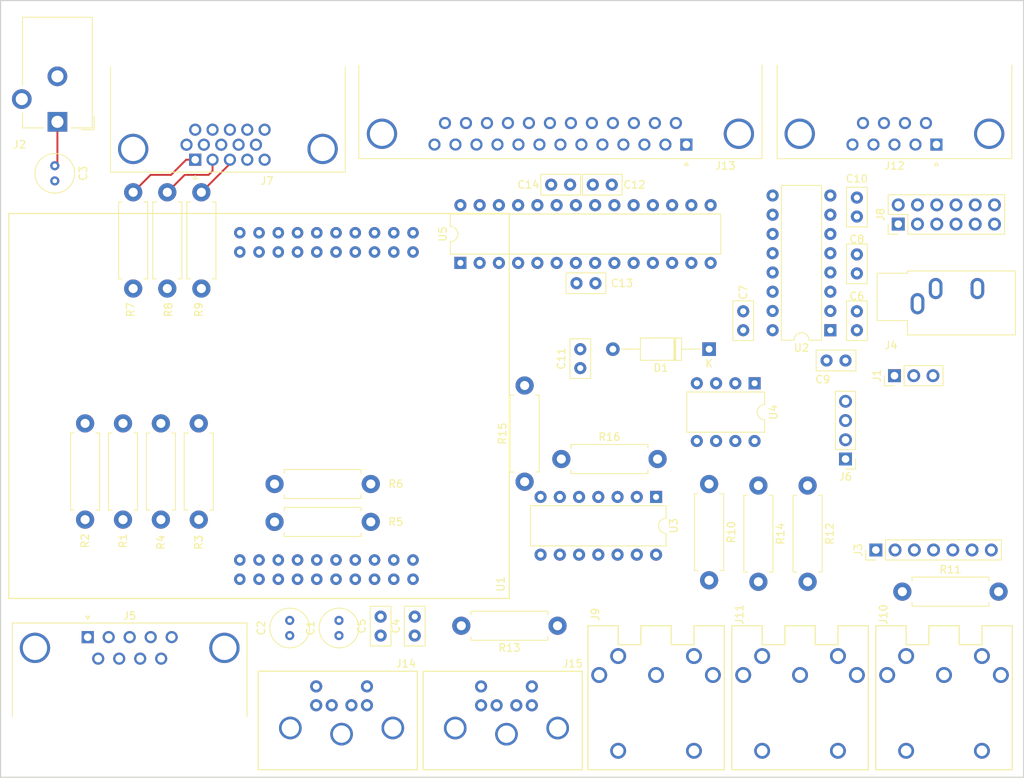
<source format=kicad_pcb>
(kicad_pcb (version 20171130) (host pcbnew 5.0.2-bee76a0~70~ubuntu18.04.1)

  (general
    (thickness 1.6)
    (drawings 4)
    (tracks 12)
    (zones 0)
    (modules 51)
    (nets 123)
  )

  (page A4)
  (layers
    (0 F.Cu signal)
    (31 B.Cu signal)
    (32 B.Adhes user)
    (33 F.Adhes user)
    (34 B.Paste user)
    (35 F.Paste user)
    (36 B.SilkS user)
    (37 F.SilkS user)
    (38 B.Mask user)
    (39 F.Mask user)
    (40 Dwgs.User user)
    (41 Cmts.User user)
    (42 Eco1.User user)
    (43 Eco2.User user)
    (44 Edge.Cuts user)
    (45 Margin user)
    (46 B.CrtYd user)
    (47 F.CrtYd user)
    (48 B.Fab user hide)
    (49 F.Fab user hide)
  )

  (setup
    (last_trace_width 0.25)
    (trace_clearance 0.2)
    (zone_clearance 0.508)
    (zone_45_only no)
    (trace_min 0.2)
    (segment_width 0.2)
    (edge_width 0.15)
    (via_size 0.8)
    (via_drill 0.4)
    (via_min_size 0.4)
    (via_min_drill 0.3)
    (uvia_size 0.3)
    (uvia_drill 0.1)
    (uvias_allowed no)
    (uvia_min_size 0.2)
    (uvia_min_drill 0.1)
    (pcb_text_width 0.3)
    (pcb_text_size 1.5 1.5)
    (mod_edge_width 0.15)
    (mod_text_size 1 1)
    (mod_text_width 0.15)
    (pad_size 1.524 1.524)
    (pad_drill 0.762)
    (pad_to_mask_clearance 0.051)
    (solder_mask_min_width 0.25)
    (aux_axis_origin 0 0)
    (visible_elements FFFFF77F)
    (pcbplotparams
      (layerselection 0x010fc_ffffffff)
      (usegerberextensions false)
      (usegerberattributes false)
      (usegerberadvancedattributes false)
      (creategerberjobfile false)
      (excludeedgelayer true)
      (linewidth 0.100000)
      (plotframeref false)
      (viasonmask false)
      (mode 1)
      (useauxorigin false)
      (hpglpennumber 1)
      (hpglpenspeed 20)
      (hpglpendiameter 15.000000)
      (psnegative false)
      (psa4output false)
      (plotreference true)
      (plotvalue true)
      (plotinvisibletext false)
      (padsonsilk false)
      (subtractmaskfromsilk false)
      (outputformat 1)
      (mirror false)
      (drillshape 1)
      (scaleselection 1)
      (outputdirectory ""))
  )

  (net 0 "")
  (net 1 "Net-(C2-Pad1)")
  (net 2 GND)
  (net 3 "Net-(C1-Pad1)")
  (net 4 +5V)
  (net 5 /PA6_I2C_SCL)
  (net 6 /PA7_I2C_SDA)
  (net 7 /PF1_VGA_RED)
  (net 8 /PB7_VGA_GRN)
  (net 9 /PD3_VGA_BLU)
  (net 10 "/Monotron I/O Expansion/SELPRIN")
  (net 11 "/Monotron I/O Expansion/D1")
  (net 12 /PE1_U7TX)
  (net 13 "/Monotron I/O Expansion/D2")
  (net 14 /PE0_U7RX)
  (net 15 "/Monotron I/O Expansion/D3")
  (net 16 "/Monotron I/O Expansion/ACK")
  (net 17 "/Monotron I/O Expansion/D4")
  (net 18 "/Monotron I/O Expansion/BUSY")
  (net 19 "/Monotron I/O Expansion/D5")
  (net 20 "/Monotron I/O Expansion/PE")
  (net 21 "/Monotron I/O Expansion/D6")
  (net 22 "/Monotron I/O Expansion/KB_CLK")
  (net 23 "/Monotron I/O Expansion/D7")
  (net 24 "/Monotron I/O Expansion/MS_CLK")
  (net 25 "/Monotron I/O Expansion/SEL")
  (net 26 "/Monotron I/O Expansion/KB_DATA")
  (net 27 "/Monotron I/O Expansion/STROBE")
  (net 28 "/Monotron I/O Expansion/MS_DATA")
  (net 29 "/Monotron I/O Expansion/AUTOF")
  (net 30 "/Monotron I/O Expansion/ERROR")
  (net 31 "/Monotron I/O Expansion/D0")
  (net 32 "/Monotron I/O Expansion/INIT")
  (net 33 "Net-(C6-Pad1)")
  (net 34 /DTE_CTS)
  (net 35 "Net-(C8-Pad2)")
  (net 36 /DTE_RTS)
  (net 37 "Net-(C6-Pad2)")
  (net 38 /DTE_TX)
  (net 39 "Net-(C7-Pad1)")
  (net 40 /DTE_RX)
  (net 41 /RS232_RX)
  (net 42 "Net-(C9-Pad2)")
  (net 43 /RS232_TX)
  (net 44 /RS232_RTS)
  (net 45 /RS232_CTS)
  (net 46 /PA2_SD_CLK)
  (net 47 /PA3_SD_CS)
  (net 48 /PA4_SD_MISO)
  (net 49 "Net-(U1-Pad2.5)")
  (net 50 /PC5_U1CTS)
  (net 51 /PC4_U1RTS)
  (net 52 "Net-(U1-Pad3.4)")
  (net 53 "Net-(U1-Pad3.3)")
  (net 54 /PA5_SD_MOSI)
  (net 55 /PB4_VGA_HSYNC)
  (net 56 /PB1_U1TX)
  (net 57 /PB0_U1RX)
  (net 58 /PB5_VGA_VSYNC)
  (net 59 +3V3)
  (net 60 "Net-(J11-Pad2)")
  (net 61 "Net-(C1-Pad2)")
  (net 62 "Net-(J1-Pad2)")
  (net 63 "Net-(C2-Pad2)")
  (net 64 /DCD)
  (net 65 /DTR)
  (net 66 /DSR)
  (net 67 /RI)
  (net 68 /PE4_AUDIO_L)
  (net 69 "Net-(J9-Pad5)")
  (net 70 "Net-(R13-Pad2)")
  (net 71 /PE5_AUDIO_R)
  (net 72 /PC6_MIDI_IN)
  (net 73 "Net-(R15-Pad1)")
  (net 74 "Net-(J11-Pad4)")
  (net 75 "Net-(D1-Pad1)")
  (net 76 "Net-(J10-Pad4)")
  (net 77 "Net-(J7-Pad1)")
  (net 78 "Net-(J7-Pad2)")
  (net 79 "Net-(J7-Pad3)")
  (net 80 "Net-(J9-Pad4)")
  (net 81 "Net-(R12-Pad1)")
  (net 82 "Net-(J10-Pad5)")
  (net 83 "Net-(U4-Pad1)")
  (net 84 "Net-(D1-Pad2)")
  (net 85 "Net-(U4-Pad4)")
  (net 86 "Net-(C8-Pad1)")
  (net 87 "Net-(C10-Pad2)")
  (net 88 "Net-(U3-Pad5)")
  (net 89 "Net-(U3-Pad2)")
  (net 90 /PC7_MIDI_OUT)
  (net 91 "Net-(J15-Pad2)")
  (net 92 "Net-(J15-Pad6)")
  (net 93 "Net-(J14-Pad6)")
  (net 94 "Net-(J14-Pad2)")
  (net 95 /PB6_SPARE)
  (net 96 /BUTTON_1)
  (net 97 /PB2_SPARE)
  (net 98 /PF4_JS_FIRE)
  (net 99 /PD7_JS_RIGHT)
  (net 100 /PD6_JS_LEFT)
  (net 101 /PB3_SPARE)
  (net 102 /GREEN_LED)
  (net 103 /BLUE_LED)
  (net 104 /PE2_JS_UP)
  (net 105 /PE3_JS_DOWN)
  (net 106 /PD2_SPARE)
  (net 107 "Net-(J11-Pad3)")
  (net 108 "Net-(J11-Pad1)")
  (net 109 "Net-(J10-Pad1)")
  (net 110 "Net-(J10-Pad3)")
  (net 111 "Net-(J9-Pad3)")
  (net 112 "Net-(J9-Pad1)")
  (net 113 "Net-(J3-Pad1)")
  (net 114 "Net-(J5-Pad9)")
  (net 115 "Net-(J5-Pad7)")
  (net 116 "Net-(J5-Pad5)")
  (net 117 "Net-(J7-Pad4)")
  (net 118 "Net-(J7-Pad9)")
  (net 119 "Net-(J7-Pad10)")
  (net 120 "Net-(J7-Pad11)")
  (net 121 "Net-(J7-Pad12)")
  (net 122 "Net-(J7-Pad15)")

  (net_class Default "This is the default net class."
    (clearance 0.2)
    (trace_width 0.25)
    (via_dia 0.8)
    (via_drill 0.4)
    (uvia_dia 0.3)
    (uvia_drill 0.1)
    (add_net +3V3)
    (add_net +5V)
    (add_net /BLUE_LED)
    (add_net /BUTTON_1)
    (add_net /DCD)
    (add_net /DSR)
    (add_net /DTE_CTS)
    (add_net /DTE_RTS)
    (add_net /DTE_RX)
    (add_net /DTE_TX)
    (add_net /DTR)
    (add_net /GREEN_LED)
    (add_net "/Monotron I/O Expansion/ACK")
    (add_net "/Monotron I/O Expansion/AUTOF")
    (add_net "/Monotron I/O Expansion/BUSY")
    (add_net "/Monotron I/O Expansion/D0")
    (add_net "/Monotron I/O Expansion/D1")
    (add_net "/Monotron I/O Expansion/D2")
    (add_net "/Monotron I/O Expansion/D3")
    (add_net "/Monotron I/O Expansion/D4")
    (add_net "/Monotron I/O Expansion/D5")
    (add_net "/Monotron I/O Expansion/D6")
    (add_net "/Monotron I/O Expansion/D7")
    (add_net "/Monotron I/O Expansion/ERROR")
    (add_net "/Monotron I/O Expansion/INIT")
    (add_net "/Monotron I/O Expansion/KB_CLK")
    (add_net "/Monotron I/O Expansion/KB_DATA")
    (add_net "/Monotron I/O Expansion/MS_CLK")
    (add_net "/Monotron I/O Expansion/MS_DATA")
    (add_net "/Monotron I/O Expansion/PE")
    (add_net "/Monotron I/O Expansion/SEL")
    (add_net "/Monotron I/O Expansion/SELPRIN")
    (add_net "/Monotron I/O Expansion/STROBE")
    (add_net /PA2_SD_CLK)
    (add_net /PA3_SD_CS)
    (add_net /PA4_SD_MISO)
    (add_net /PA5_SD_MOSI)
    (add_net /PA6_I2C_SCL)
    (add_net /PA7_I2C_SDA)
    (add_net /PB0_U1RX)
    (add_net /PB1_U1TX)
    (add_net /PB2_SPARE)
    (add_net /PB3_SPARE)
    (add_net /PB4_VGA_HSYNC)
    (add_net /PB5_VGA_VSYNC)
    (add_net /PB6_SPARE)
    (add_net /PB7_VGA_GRN)
    (add_net /PC4_U1RTS)
    (add_net /PC5_U1CTS)
    (add_net /PC6_MIDI_IN)
    (add_net /PC7_MIDI_OUT)
    (add_net /PD2_SPARE)
    (add_net /PD3_VGA_BLU)
    (add_net /PD6_JS_LEFT)
    (add_net /PD7_JS_RIGHT)
    (add_net /PE0_U7RX)
    (add_net /PE1_U7TX)
    (add_net /PE2_JS_UP)
    (add_net /PE3_JS_DOWN)
    (add_net /PE4_AUDIO_L)
    (add_net /PE5_AUDIO_R)
    (add_net /PF1_VGA_RED)
    (add_net /PF4_JS_FIRE)
    (add_net /RI)
    (add_net /RS232_CTS)
    (add_net /RS232_RTS)
    (add_net /RS232_RX)
    (add_net /RS232_TX)
    (add_net GND)
    (add_net "Net-(C1-Pad1)")
    (add_net "Net-(C1-Pad2)")
    (add_net "Net-(C10-Pad2)")
    (add_net "Net-(C2-Pad1)")
    (add_net "Net-(C2-Pad2)")
    (add_net "Net-(C6-Pad1)")
    (add_net "Net-(C6-Pad2)")
    (add_net "Net-(C7-Pad1)")
    (add_net "Net-(C8-Pad1)")
    (add_net "Net-(C8-Pad2)")
    (add_net "Net-(C9-Pad2)")
    (add_net "Net-(D1-Pad1)")
    (add_net "Net-(D1-Pad2)")
    (add_net "Net-(J1-Pad2)")
    (add_net "Net-(J10-Pad1)")
    (add_net "Net-(J10-Pad3)")
    (add_net "Net-(J10-Pad4)")
    (add_net "Net-(J10-Pad5)")
    (add_net "Net-(J11-Pad1)")
    (add_net "Net-(J11-Pad2)")
    (add_net "Net-(J11-Pad3)")
    (add_net "Net-(J11-Pad4)")
    (add_net "Net-(J14-Pad2)")
    (add_net "Net-(J14-Pad6)")
    (add_net "Net-(J15-Pad2)")
    (add_net "Net-(J15-Pad6)")
    (add_net "Net-(J3-Pad1)")
    (add_net "Net-(J5-Pad5)")
    (add_net "Net-(J5-Pad7)")
    (add_net "Net-(J5-Pad9)")
    (add_net "Net-(J7-Pad1)")
    (add_net "Net-(J7-Pad10)")
    (add_net "Net-(J7-Pad11)")
    (add_net "Net-(J7-Pad12)")
    (add_net "Net-(J7-Pad15)")
    (add_net "Net-(J7-Pad2)")
    (add_net "Net-(J7-Pad3)")
    (add_net "Net-(J7-Pad4)")
    (add_net "Net-(J7-Pad9)")
    (add_net "Net-(J9-Pad1)")
    (add_net "Net-(J9-Pad3)")
    (add_net "Net-(J9-Pad4)")
    (add_net "Net-(J9-Pad5)")
    (add_net "Net-(R12-Pad1)")
    (add_net "Net-(R13-Pad2)")
    (add_net "Net-(R15-Pad1)")
    (add_net "Net-(U1-Pad2.5)")
    (add_net "Net-(U1-Pad3.3)")
    (add_net "Net-(U1-Pad3.4)")
    (add_net "Net-(U3-Pad2)")
    (add_net "Net-(U3-Pad5)")
    (add_net "Net-(U4-Pad1)")
    (add_net "Net-(U4-Pad4)")
  )

  (module Connector_Audio:Jack_3.5mm_CUI_SJ1-3533NG_Horizontal (layer F.Cu) (tedit 5BAD3514) (tstamp 5C585E77)
    (at 151.844546 113.204234 90)
    (descr "TRS 3.5mm, horizontal, through-hole, https://www.cui.com/product/resource/sj1-353xng.pdf")
    (tags "TRS audio jack stereo horizontal")
    (path /5C4471BC)
    (fp_text reference J4 (at -5.5 -3.5 180) (layer F.SilkS)
      (effects (font (size 1 1) (thickness 0.15)))
    )
    (fp_text value AudioJack3 (at 2 -7 90) (layer F.Fab)
      (effects (font (size 1 1) (thickness 0.15)))
    )
    (fp_line (start -2.1 -5.2) (end 3.9 -5.2) (layer F.Fab) (width 0.1))
    (fp_line (start 3.9 -5.2) (end 3.9 -1.2) (layer F.Fab) (width 0.1))
    (fp_line (start 3.9 -1.2) (end 4.2 -1.2) (layer F.Fab) (width 0.1))
    (fp_line (start 4.2 -1.2) (end 4.2 12.8) (layer F.Fab) (width 0.1))
    (fp_line (start 4.2 12.8) (end -4 12.8) (layer F.Fab) (width 0.1))
    (fp_line (start -4 12.8) (end -4 -1.2) (layer F.Fab) (width 0.1))
    (fp_line (start -4 -1.2) (end -2.1 -1.2) (layer F.Fab) (width 0.1))
    (fp_line (start -2.1 -1.2) (end -2.1 -5.2) (layer F.Fab) (width 0.1))
    (fp_line (start -2.22 -5.32) (end 4.02 -5.32) (layer F.SilkS) (width 0.12))
    (fp_line (start 4.02 -5.32) (end 4.02 -1.32) (layer F.SilkS) (width 0.12))
    (fp_line (start 4.02 -1.32) (end 4.32 -1.32) (layer F.SilkS) (width 0.12))
    (fp_line (start 4.32 -1.32) (end 4.32 12.92) (layer F.SilkS) (width 0.12))
    (fp_line (start 4.32 12.92) (end -4.12 12.92) (layer F.SilkS) (width 0.12))
    (fp_line (start -4.12 12.92) (end -4.12 -1.32) (layer F.SilkS) (width 0.12))
    (fp_line (start -4.12 -1.32) (end -2.22 -1.32) (layer F.SilkS) (width 0.12))
    (fp_line (start -2.22 -1.32) (end -2.22 -5.32) (layer F.SilkS) (width 0.12))
    (fp_line (start -4.5 -5.7) (end -4.5 13.3) (layer F.CrtYd) (width 0.05))
    (fp_line (start -4.5 13.3) (end 4.7 13.3) (layer F.CrtYd) (width 0.05))
    (fp_line (start 4.7 13.3) (end 4.7 -5.7) (layer F.CrtYd) (width 0.05))
    (fp_line (start 4.7 -5.7) (end -4.5 -5.7) (layer F.CrtYd) (width 0.05))
    (fp_text user %R (at 0.1 3.8 90) (layer F.Fab)
      (effects (font (size 1 1) (thickness 0.15)))
    )
    (pad S thru_hole oval (at 0 0 90) (size 2.8 1.8) (drill oval 2 1) (layers *.Cu *.Mask)
      (net 2 GND))
    (pad T thru_hole oval (at 2 2.4 90) (size 2.8 1.8) (drill oval 2 1) (layers *.Cu *.Mask)
      (net 62 "Net-(J1-Pad2)"))
    (pad R thru_hole oval (at 2 7.9 90) (size 2.8 1.8) (drill oval 2 1) (layers *.Cu *.Mask)
      (net 61 "Net-(C1-Pad2)"))
    (model ${KISYS3DMOD}/Connector_Audio.3dshapes/Jack_3.5mm_CUI_SJ1-3533NG_Horizontal.wrl
      (at (xyz 0 0 0))
      (scale (xyz 1 1 1))
      (rotate (xyz 0 0 0))
    )
  )

  (module Connector_BarrelJack:BarrelJack_CUI_PJ-102AH_Horizontal (layer F.Cu) (tedit 5A1DBF38) (tstamp 5C585E56)
    (at 38.344546 89.204234 180)
    (descr "Thin-pin DC Barrel Jack, https://cdn-shop.adafruit.com/datasheets/21mmdcjackDatasheet.pdf")
    (tags "Power Jack")
    (path /5C2D5E6D)
    (fp_text reference J2 (at 5 -3) (layer F.SilkS)
      (effects (font (size 1 1) (thickness 0.15)))
    )
    (fp_text value Jack-DC (at 0 -3) (layer F.Fab)
      (effects (font (size 1 1) (thickness 0.15)))
    )
    (fp_text user %R (at 0 6.5 180) (layer F.Fab)
      (effects (font (size 1 1) (thickness 0.15)))
    )
    (fp_line (start 1.8 -1.8) (end 1.8 -1.2) (layer F.CrtYd) (width 0.05))
    (fp_line (start 1.8 -1.2) (end 5 -1.2) (layer F.CrtYd) (width 0.05))
    (fp_line (start 5 -1.2) (end 5 1.2) (layer F.CrtYd) (width 0.05))
    (fp_line (start 5 1.2) (end 6.5 1.2) (layer F.CrtYd) (width 0.05))
    (fp_line (start 6.5 1.2) (end 6.5 4.8) (layer F.CrtYd) (width 0.05))
    (fp_line (start 6.5 4.8) (end 5 4.8) (layer F.CrtYd) (width 0.05))
    (fp_line (start 5 4.8) (end 5 14.2) (layer F.CrtYd) (width 0.05))
    (fp_line (start 5 14.2) (end -5 14.2) (layer F.CrtYd) (width 0.05))
    (fp_line (start -5 14.2) (end -5 -1.2) (layer F.CrtYd) (width 0.05))
    (fp_line (start -5 -1.2) (end -1.8 -1.2) (layer F.CrtYd) (width 0.05))
    (fp_line (start -1.8 -1.2) (end -1.8 -1.8) (layer F.CrtYd) (width 0.05))
    (fp_line (start -1.8 -1.8) (end 1.8 -1.8) (layer F.CrtYd) (width 0.05))
    (fp_line (start 4.6 4.8) (end 4.6 13.8) (layer F.SilkS) (width 0.12))
    (fp_line (start 4.6 13.8) (end -4.6 13.8) (layer F.SilkS) (width 0.12))
    (fp_line (start -4.6 13.8) (end -4.6 -0.8) (layer F.SilkS) (width 0.12))
    (fp_line (start -4.6 -0.8) (end -1.8 -0.8) (layer F.SilkS) (width 0.12))
    (fp_line (start 1.8 -0.8) (end 4.6 -0.8) (layer F.SilkS) (width 0.12))
    (fp_line (start 4.6 -0.8) (end 4.6 1.2) (layer F.SilkS) (width 0.12))
    (fp_line (start -4.84 0.7) (end -4.84 -1.04) (layer F.SilkS) (width 0.12))
    (fp_line (start -4.84 -1.04) (end -3.1 -1.04) (layer F.SilkS) (width 0.12))
    (fp_line (start 4.5 -0.7) (end 4.5 13.7) (layer F.Fab) (width 0.1))
    (fp_line (start 4.5 13.7) (end -4.5 13.7) (layer F.Fab) (width 0.1))
    (fp_line (start -4.5 13.7) (end -4.5 0.3) (layer F.Fab) (width 0.1))
    (fp_line (start -4.5 0.3) (end -3.5 -0.7) (layer F.Fab) (width 0.1))
    (fp_line (start -3.5 -0.7) (end 4.5 -0.7) (layer F.Fab) (width 0.1))
    (fp_line (start -4.5 10.2) (end 4.5 10.2) (layer F.Fab) (width 0.1))
    (pad 1 thru_hole rect (at 0 0 180) (size 2.6 2.6) (drill 1.6) (layers *.Cu *.Mask)
      (net 4 +5V))
    (pad 2 thru_hole circle (at 0 6 180) (size 2.6 2.6) (drill 1.6) (layers *.Cu *.Mask)
      (net 2 GND))
    (pad 3 thru_hole circle (at 4.7 3 180) (size 2.6 2.6) (drill 1.6) (layers *.Cu *.Mask))
    (model ${KISYS3DMOD}/Connector_BarrelJack.3dshapes/BarrelJack_CUI_PJ-102AH_Horizontal.wrl
      (at (xyz 0 0 0))
      (scale (xyz 1 1 1))
      (rotate (xyz 0 0 0))
    )
  )

  (module Connector_Dsub:DSUB-15-HD_Female_Horizontal_P2.29x1.98mm_EdgePinOffset8.35mm_Housed_MountingHolesOffset10.89mm (layer F.Cu) (tedit 59FEDEE2) (tstamp 5C585E1D)
    (at 56.529546 94.204234 180)
    (descr "15-pin D-Sub connector, horizontal/angled (90 deg), THT-mount, female, pitch 2.29x1.98mm, pin-PCB-offset 8.35mm, distance of mounting holes 25mm, distance of mounting holes to PCB edge 10.889999999999999mm, see https://disti-assets.s3.amazonaws.com/tonar/files/datasheets/16730.pdf")
    (tags "15-pin D-Sub connector horizontal angled 90deg THT female pitch 2.29x1.98mm pin-PCB-offset 8.35mm mounting-holes-distance 25mm mounting-hole-offset 25mm")
    (path /5CA569BB)
    (fp_text reference J7 (at -9.470454 -2.795766 180) (layer F.SilkS)
      (effects (font (size 1 1) (thickness 0.15)))
    )
    (fp_text value "DE15HD VGA" (at -11.815 -3 180) (layer F.Fab)
      (effects (font (size 1 1) (thickness 0.15)))
    )
    (fp_arc (start -16.815 1.42) (end -18.415 1.42) (angle 180) (layer F.Fab) (width 0.1))
    (fp_arc (start 8.185 1.42) (end 6.585 1.42) (angle 180) (layer F.Fab) (width 0.1))
    (fp_line (start -19.74 -1.58) (end -19.74 12.31) (layer F.Fab) (width 0.1))
    (fp_line (start -19.74 12.31) (end 11.11 12.31) (layer F.Fab) (width 0.1))
    (fp_line (start 11.11 12.31) (end 11.11 -1.58) (layer F.Fab) (width 0.1))
    (fp_line (start 11.11 -1.58) (end -19.74 -1.58) (layer F.Fab) (width 0.1))
    (fp_line (start -19.74 12.31) (end -19.74 12.71) (layer F.Fab) (width 0.1))
    (fp_line (start -19.74 12.71) (end 11.11 12.71) (layer F.Fab) (width 0.1))
    (fp_line (start 11.11 12.71) (end 11.11 12.31) (layer F.Fab) (width 0.1))
    (fp_line (start 11.11 12.31) (end -19.74 12.31) (layer F.Fab) (width 0.1))
    (fp_line (start -12.465 12.71) (end -12.465 18.71) (layer F.Fab) (width 0.1))
    (fp_line (start -12.465 18.71) (end 3.835 18.71) (layer F.Fab) (width 0.1))
    (fp_line (start 3.835 18.71) (end 3.835 12.71) (layer F.Fab) (width 0.1))
    (fp_line (start 3.835 12.71) (end -12.465 12.71) (layer F.Fab) (width 0.1))
    (fp_line (start -19.315 12.71) (end -19.315 17.71) (layer F.Fab) (width 0.1))
    (fp_line (start -19.315 17.71) (end -14.315 17.71) (layer F.Fab) (width 0.1))
    (fp_line (start -14.315 17.71) (end -14.315 12.71) (layer F.Fab) (width 0.1))
    (fp_line (start -14.315 12.71) (end -19.315 12.71) (layer F.Fab) (width 0.1))
    (fp_line (start 5.685 12.71) (end 5.685 17.71) (layer F.Fab) (width 0.1))
    (fp_line (start 5.685 17.71) (end 10.685 17.71) (layer F.Fab) (width 0.1))
    (fp_line (start 10.685 17.71) (end 10.685 12.71) (layer F.Fab) (width 0.1))
    (fp_line (start 10.685 12.71) (end 5.685 12.71) (layer F.Fab) (width 0.1))
    (fp_line (start -18.415 12.31) (end -18.415 1.42) (layer F.Fab) (width 0.1))
    (fp_line (start -15.215 12.31) (end -15.215 1.42) (layer F.Fab) (width 0.1))
    (fp_line (start 6.585 12.31) (end 6.585 1.42) (layer F.Fab) (width 0.1))
    (fp_line (start 9.785 12.31) (end 9.785 1.42) (layer F.Fab) (width 0.1))
    (fp_line (start -19.8 12.25) (end -19.8 -1.64) (layer F.SilkS) (width 0.12))
    (fp_line (start -19.8 -1.64) (end 11.17 -1.64) (layer F.SilkS) (width 0.12))
    (fp_line (start 11.17 -1.64) (end 11.17 12.25) (layer F.SilkS) (width 0.12))
    (fp_line (start -0.25 -2.534338) (end 0.25 -2.534338) (layer F.SilkS) (width 0.12))
    (fp_line (start 0.25 -2.534338) (end 0 -2.101325) (layer F.SilkS) (width 0.12))
    (fp_line (start 0 -2.101325) (end -0.25 -2.534338) (layer F.SilkS) (width 0.12))
    (fp_line (start -20.25 -2.1) (end -20.25 19.25) (layer F.CrtYd) (width 0.05))
    (fp_line (start -20.25 19.25) (end 11.65 19.25) (layer F.CrtYd) (width 0.05))
    (fp_line (start 11.65 19.25) (end 11.65 -2.1) (layer F.CrtYd) (width 0.05))
    (fp_line (start 11.65 -2.1) (end -20.25 -2.1) (layer F.CrtYd) (width 0.05))
    (fp_text user %R (at 10.185 -3 180) (layer F.Fab)
      (effects (font (size 1 1) (thickness 0.15)))
    )
    (pad 1 thru_hole rect (at 0 0 180) (size 1.6 1.6) (drill 1) (layers *.Cu *.Mask)
      (net 77 "Net-(J7-Pad1)"))
    (pad 2 thru_hole circle (at -2.29 0 180) (size 1.6 1.6) (drill 1) (layers *.Cu *.Mask)
      (net 78 "Net-(J7-Pad2)"))
    (pad 3 thru_hole circle (at -4.58 0 180) (size 1.6 1.6) (drill 1) (layers *.Cu *.Mask)
      (net 79 "Net-(J7-Pad3)"))
    (pad 4 thru_hole circle (at -6.87 0 180) (size 1.6 1.6) (drill 1) (layers *.Cu *.Mask)
      (net 117 "Net-(J7-Pad4)"))
    (pad 5 thru_hole circle (at -9.16 0 180) (size 1.6 1.6) (drill 1) (layers *.Cu *.Mask)
      (net 2 GND))
    (pad 6 thru_hole circle (at 1.145 1.98 180) (size 1.6 1.6) (drill 1) (layers *.Cu *.Mask)
      (net 2 GND))
    (pad 7 thru_hole circle (at -1.145 1.98 180) (size 1.6 1.6) (drill 1) (layers *.Cu *.Mask)
      (net 2 GND))
    (pad 8 thru_hole circle (at -3.435 1.98 180) (size 1.6 1.6) (drill 1) (layers *.Cu *.Mask)
      (net 2 GND))
    (pad 9 thru_hole circle (at -5.725 1.98 180) (size 1.6 1.6) (drill 1) (layers *.Cu *.Mask)
      (net 118 "Net-(J7-Pad9)"))
    (pad 10 thru_hole circle (at -8.015 1.98 180) (size 1.6 1.6) (drill 1) (layers *.Cu *.Mask)
      (net 119 "Net-(J7-Pad10)"))
    (pad 11 thru_hole circle (at 0 3.96 180) (size 1.6 1.6) (drill 1) (layers *.Cu *.Mask)
      (net 120 "Net-(J7-Pad11)"))
    (pad 12 thru_hole circle (at -2.29 3.96 180) (size 1.6 1.6) (drill 1) (layers *.Cu *.Mask)
      (net 121 "Net-(J7-Pad12)"))
    (pad 13 thru_hole circle (at -4.58 3.96 180) (size 1.6 1.6) (drill 1) (layers *.Cu *.Mask)
      (net 55 /PB4_VGA_HSYNC))
    (pad 14 thru_hole circle (at -6.87 3.96 180) (size 1.6 1.6) (drill 1) (layers *.Cu *.Mask)
      (net 58 /PB5_VGA_VSYNC))
    (pad 15 thru_hole circle (at -9.16 3.96 180) (size 1.6 1.6) (drill 1) (layers *.Cu *.Mask)
      (net 122 "Net-(J7-Pad15)"))
    (pad 0 thru_hole circle (at -16.815 1.42 180) (size 4 4) (drill 3.2) (layers *.Cu *.Mask)
      (net 2 GND))
    (pad 0 thru_hole circle (at 8.185 1.42 180) (size 4 4) (drill 3.2) (layers *.Cu *.Mask)
      (net 2 GND))
    (model ${KISYS3DMOD}/Connector_Dsub.3dshapes/DSUB-15-HD_Female_Horizontal_P2.29x1.98mm_EdgePinOffset8.35mm_Housed_MountingHolesOffset10.89mm.wrl
      (at (xyz 0 0 0))
      (scale (xyz 1 1 1))
      (rotate (xyz 0 0 0))
    )
  )

  (module Connector_Dsub:DSUB-25_Male_Horizontal_P2.77x2.84mm_EdgePinOffset7.70mm_Housed_MountingHolesOffset9.12mm (layer F.Cu) (tedit 59FEDEE2) (tstamp 5C585E1C)
    (at 121.344546 92.204234 180)
    (descr "25-pin D-Sub connector, horizontal/angled (90 deg), THT-mount, male, pitch 2.77x2.84mm, pin-PCB-offset 7.699999999999999mm, distance of mounting holes 47.1mm, distance of mounting holes to PCB edge 9.12mm, see https://disti-assets.s3.amazonaws.com/tonar/files/datasheets/16730.pdf")
    (tags "25-pin D-Sub connector horizontal angled 90deg THT male pitch 2.77x2.84mm pin-PCB-offset 7.699999999999999mm mounting-holes-distance 47.1mm mounting-hole-offset 47.1mm")
    (path /5C821310/5C866771)
    (fp_text reference J13 (at -5.155454 -2.8 180) (layer F.SilkS)
      (effects (font (size 1 1) (thickness 0.15)))
    )
    (fp_text value DB25_Female (at 30 -4 180) (layer F.Fab)
      (effects (font (size 1 1) (thickness 0.15)))
    )
    (fp_arc (start -6.93 1.42) (end -8.53 1.42) (angle 180) (layer F.Fab) (width 0.1))
    (fp_arc (start 40.17 1.42) (end 38.57 1.42) (angle 180) (layer F.Fab) (width 0.1))
    (fp_line (start -9.93 -1.8) (end -9.93 10.54) (layer F.Fab) (width 0.1))
    (fp_line (start -9.93 10.54) (end 43.17 10.54) (layer F.Fab) (width 0.1))
    (fp_line (start 43.17 10.54) (end 43.17 -1.8) (layer F.Fab) (width 0.1))
    (fp_line (start 43.17 -1.8) (end -9.93 -1.8) (layer F.Fab) (width 0.1))
    (fp_line (start -9.93 10.54) (end -9.93 10.94) (layer F.Fab) (width 0.1))
    (fp_line (start -9.93 10.94) (end 43.17 10.94) (layer F.Fab) (width 0.1))
    (fp_line (start 43.17 10.94) (end 43.17 10.54) (layer F.Fab) (width 0.1))
    (fp_line (start 43.17 10.54) (end -9.93 10.54) (layer F.Fab) (width 0.1))
    (fp_line (start -2.53 10.94) (end -2.53 16.94) (layer F.Fab) (width 0.1))
    (fp_line (start -2.53 16.94) (end 35.77 16.94) (layer F.Fab) (width 0.1))
    (fp_line (start 35.77 16.94) (end 35.77 10.94) (layer F.Fab) (width 0.1))
    (fp_line (start 35.77 10.94) (end -2.53 10.94) (layer F.Fab) (width 0.1))
    (fp_line (start -9.43 10.94) (end -9.43 15.94) (layer F.Fab) (width 0.1))
    (fp_line (start -9.43 15.94) (end -4.43 15.94) (layer F.Fab) (width 0.1))
    (fp_line (start -4.43 15.94) (end -4.43 10.94) (layer F.Fab) (width 0.1))
    (fp_line (start -4.43 10.94) (end -9.43 10.94) (layer F.Fab) (width 0.1))
    (fp_line (start 37.67 10.94) (end 37.67 15.94) (layer F.Fab) (width 0.1))
    (fp_line (start 37.67 15.94) (end 42.67 15.94) (layer F.Fab) (width 0.1))
    (fp_line (start 42.67 15.94) (end 42.67 10.94) (layer F.Fab) (width 0.1))
    (fp_line (start 42.67 10.94) (end 37.67 10.94) (layer F.Fab) (width 0.1))
    (fp_line (start -8.53 10.54) (end -8.53 1.42) (layer F.Fab) (width 0.1))
    (fp_line (start -5.33 10.54) (end -5.33 1.42) (layer F.Fab) (width 0.1))
    (fp_line (start 38.57 10.54) (end 38.57 1.42) (layer F.Fab) (width 0.1))
    (fp_line (start 41.77 10.54) (end 41.77 1.42) (layer F.Fab) (width 0.1))
    (fp_line (start -9.99 10.48) (end -9.99 -1.86) (layer F.SilkS) (width 0.12))
    (fp_line (start -9.99 -1.86) (end 43.23 -1.86) (layer F.SilkS) (width 0.12))
    (fp_line (start 43.23 -1.86) (end 43.23 10.48) (layer F.SilkS) (width 0.12))
    (fp_line (start -0.25 -2.754338) (end 0.25 -2.754338) (layer F.SilkS) (width 0.12))
    (fp_line (start 0.25 -2.754338) (end 0 -2.321325) (layer F.SilkS) (width 0.12))
    (fp_line (start 0 -2.321325) (end -0.25 -2.754338) (layer F.SilkS) (width 0.12))
    (fp_line (start -10.45 -2.35) (end -10.45 17.45) (layer F.CrtYd) (width 0.05))
    (fp_line (start -10.45 17.45) (end 43.7 17.45) (layer F.CrtYd) (width 0.05))
    (fp_line (start 43.7 17.45) (end 43.7 -2.35) (layer F.CrtYd) (width 0.05))
    (fp_line (start 43.7 -2.35) (end -10.45 -2.35) (layer F.CrtYd) (width 0.05))
    (fp_text user %R (at 41 -4 180) (layer F.Fab)
      (effects (font (size 1 1) (thickness 0.15)))
    )
    (pad 1 thru_hole rect (at 0 0 180) (size 1.6 1.6) (drill 1) (layers *.Cu *.Mask)
      (net 27 "/Monotron I/O Expansion/STROBE"))
    (pad 2 thru_hole circle (at 2.77 0 180) (size 1.6 1.6) (drill 1) (layers *.Cu *.Mask)
      (net 31 "/Monotron I/O Expansion/D0"))
    (pad 3 thru_hole circle (at 5.54 0 180) (size 1.6 1.6) (drill 1) (layers *.Cu *.Mask)
      (net 11 "/Monotron I/O Expansion/D1"))
    (pad 4 thru_hole circle (at 8.31 0 180) (size 1.6 1.6) (drill 1) (layers *.Cu *.Mask)
      (net 13 "/Monotron I/O Expansion/D2"))
    (pad 5 thru_hole circle (at 11.08 0 180) (size 1.6 1.6) (drill 1) (layers *.Cu *.Mask)
      (net 15 "/Monotron I/O Expansion/D3"))
    (pad 6 thru_hole circle (at 13.85 0 180) (size 1.6 1.6) (drill 1) (layers *.Cu *.Mask)
      (net 17 "/Monotron I/O Expansion/D4"))
    (pad 7 thru_hole circle (at 16.62 0 180) (size 1.6 1.6) (drill 1) (layers *.Cu *.Mask)
      (net 19 "/Monotron I/O Expansion/D5"))
    (pad 8 thru_hole circle (at 19.39 0 180) (size 1.6 1.6) (drill 1) (layers *.Cu *.Mask)
      (net 21 "/Monotron I/O Expansion/D6"))
    (pad 9 thru_hole circle (at 22.16 0 180) (size 1.6 1.6) (drill 1) (layers *.Cu *.Mask)
      (net 23 "/Monotron I/O Expansion/D7"))
    (pad 10 thru_hole circle (at 24.93 0 180) (size 1.6 1.6) (drill 1) (layers *.Cu *.Mask)
      (net 16 "/Monotron I/O Expansion/ACK"))
    (pad 11 thru_hole circle (at 27.7 0 180) (size 1.6 1.6) (drill 1) (layers *.Cu *.Mask)
      (net 18 "/Monotron I/O Expansion/BUSY"))
    (pad 12 thru_hole circle (at 30.47 0 180) (size 1.6 1.6) (drill 1) (layers *.Cu *.Mask)
      (net 20 "/Monotron I/O Expansion/PE"))
    (pad 13 thru_hole circle (at 33.24 0 180) (size 1.6 1.6) (drill 1) (layers *.Cu *.Mask)
      (net 25 "/Monotron I/O Expansion/SEL"))
    (pad 14 thru_hole circle (at 1.385 2.84 180) (size 1.6 1.6) (drill 1) (layers *.Cu *.Mask)
      (net 29 "/Monotron I/O Expansion/AUTOF"))
    (pad 15 thru_hole circle (at 4.155 2.84 180) (size 1.6 1.6) (drill 1) (layers *.Cu *.Mask)
      (net 30 "/Monotron I/O Expansion/ERROR"))
    (pad 16 thru_hole circle (at 6.925 2.84 180) (size 1.6 1.6) (drill 1) (layers *.Cu *.Mask)
      (net 32 "/Monotron I/O Expansion/INIT"))
    (pad 17 thru_hole circle (at 9.695 2.84 180) (size 1.6 1.6) (drill 1) (layers *.Cu *.Mask)
      (net 10 "/Monotron I/O Expansion/SELPRIN"))
    (pad 18 thru_hole circle (at 12.465 2.84 180) (size 1.6 1.6) (drill 1) (layers *.Cu *.Mask)
      (net 2 GND))
    (pad 19 thru_hole circle (at 15.235 2.84 180) (size 1.6 1.6) (drill 1) (layers *.Cu *.Mask)
      (net 2 GND))
    (pad 20 thru_hole circle (at 18.005 2.84 180) (size 1.6 1.6) (drill 1) (layers *.Cu *.Mask)
      (net 2 GND))
    (pad 21 thru_hole circle (at 20.775 2.84 180) (size 1.6 1.6) (drill 1) (layers *.Cu *.Mask)
      (net 2 GND))
    (pad 22 thru_hole circle (at 23.545 2.84 180) (size 1.6 1.6) (drill 1) (layers *.Cu *.Mask)
      (net 2 GND))
    (pad 23 thru_hole circle (at 26.315 2.84 180) (size 1.6 1.6) (drill 1) (layers *.Cu *.Mask)
      (net 2 GND))
    (pad 24 thru_hole circle (at 29.085 2.84 180) (size 1.6 1.6) (drill 1) (layers *.Cu *.Mask)
      (net 2 GND))
    (pad 25 thru_hole circle (at 31.855 2.84 180) (size 1.6 1.6) (drill 1) (layers *.Cu *.Mask)
      (net 2 GND))
    (pad 0 thru_hole circle (at -6.93 1.42 180) (size 4 4) (drill 3.2) (layers *.Cu *.Mask))
    (pad 0 thru_hole circle (at 40.17 1.42 180) (size 4 4) (drill 3.2) (layers *.Cu *.Mask))
    (model ${KISYS3DMOD}/Connector_Dsub.3dshapes/DSUB-25_Male_Horizontal_P2.77x2.84mm_EdgePinOffset7.70mm_Housed_MountingHolesOffset9.12mm.wrl
      (at (xyz 0 0 0))
      (scale (xyz 1 1 1))
      (rotate (xyz 0 0 0))
    )
  )

  (module Connector_Dsub:DSUB-9_Male_Horizontal_P2.77x2.84mm_EdgePinOffset7.70mm_Housed_MountingHolesOffset9.12mm (layer F.Cu) (tedit 59FEDEE2) (tstamp 5C585DA6)
    (at 42.344546 157.204234)
    (descr "9-pin D-Sub connector, horizontal/angled (90 deg), THT-mount, male, pitch 2.77x2.84mm, pin-PCB-offset 7.699999999999999mm, distance of mounting holes 25mm, distance of mounting holes to PCB edge 9.12mm, see https://disti-assets.s3.amazonaws.com/tonar/files/datasheets/16730.pdf")
    (tags "9-pin D-Sub connector horizontal angled 90deg THT male pitch 2.77x2.84mm pin-PCB-offset 7.699999999999999mm mounting-holes-distance 25mm mounting-hole-offset 25mm")
    (path /5C348A1D)
    (fp_text reference J5 (at 5.54 -2.8) (layer F.SilkS)
      (effects (font (size 1 1) (thickness 0.15)))
    )
    (fp_text value "DE9 Joystick" (at -6 -3) (layer F.Fab)
      (effects (font (size 1 1) (thickness 0.15)))
    )
    (fp_text user %R (at 20 -3) (layer F.Fab)
      (effects (font (size 1 1) (thickness 0.15)))
    )
    (fp_line (start 21.5 -2.35) (end -10.4 -2.35) (layer F.CrtYd) (width 0.05))
    (fp_line (start 21.5 17.45) (end 21.5 -2.35) (layer F.CrtYd) (width 0.05))
    (fp_line (start -10.4 17.45) (end 21.5 17.45) (layer F.CrtYd) (width 0.05))
    (fp_line (start -10.4 -2.35) (end -10.4 17.45) (layer F.CrtYd) (width 0.05))
    (fp_line (start 0 -2.321325) (end -0.25 -2.754338) (layer F.SilkS) (width 0.12))
    (fp_line (start 0.25 -2.754338) (end 0 -2.321325) (layer F.SilkS) (width 0.12))
    (fp_line (start -0.25 -2.754338) (end 0.25 -2.754338) (layer F.SilkS) (width 0.12))
    (fp_line (start 21.025 -1.86) (end 21.025 10.48) (layer F.SilkS) (width 0.12))
    (fp_line (start -9.945 -1.86) (end 21.025 -1.86) (layer F.SilkS) (width 0.12))
    (fp_line (start -9.945 10.48) (end -9.945 -1.86) (layer F.SilkS) (width 0.12))
    (fp_line (start 19.64 10.54) (end 19.64 1.42) (layer F.Fab) (width 0.1))
    (fp_line (start 16.44 10.54) (end 16.44 1.42) (layer F.Fab) (width 0.1))
    (fp_line (start -5.36 10.54) (end -5.36 1.42) (layer F.Fab) (width 0.1))
    (fp_line (start -8.56 10.54) (end -8.56 1.42) (layer F.Fab) (width 0.1))
    (fp_line (start 20.54 10.94) (end 15.54 10.94) (layer F.Fab) (width 0.1))
    (fp_line (start 20.54 15.94) (end 20.54 10.94) (layer F.Fab) (width 0.1))
    (fp_line (start 15.54 15.94) (end 20.54 15.94) (layer F.Fab) (width 0.1))
    (fp_line (start 15.54 10.94) (end 15.54 15.94) (layer F.Fab) (width 0.1))
    (fp_line (start -4.46 10.94) (end -9.46 10.94) (layer F.Fab) (width 0.1))
    (fp_line (start -4.46 15.94) (end -4.46 10.94) (layer F.Fab) (width 0.1))
    (fp_line (start -9.46 15.94) (end -4.46 15.94) (layer F.Fab) (width 0.1))
    (fp_line (start -9.46 10.94) (end -9.46 15.94) (layer F.Fab) (width 0.1))
    (fp_line (start 13.69 10.94) (end -2.61 10.94) (layer F.Fab) (width 0.1))
    (fp_line (start 13.69 16.94) (end 13.69 10.94) (layer F.Fab) (width 0.1))
    (fp_line (start -2.61 16.94) (end 13.69 16.94) (layer F.Fab) (width 0.1))
    (fp_line (start -2.61 10.94) (end -2.61 16.94) (layer F.Fab) (width 0.1))
    (fp_line (start 20.965 10.54) (end -9.885 10.54) (layer F.Fab) (width 0.1))
    (fp_line (start 20.965 10.94) (end 20.965 10.54) (layer F.Fab) (width 0.1))
    (fp_line (start -9.885 10.94) (end 20.965 10.94) (layer F.Fab) (width 0.1))
    (fp_line (start -9.885 10.54) (end -9.885 10.94) (layer F.Fab) (width 0.1))
    (fp_line (start 20.965 -1.8) (end -9.885 -1.8) (layer F.Fab) (width 0.1))
    (fp_line (start 20.965 10.54) (end 20.965 -1.8) (layer F.Fab) (width 0.1))
    (fp_line (start -9.885 10.54) (end 20.965 10.54) (layer F.Fab) (width 0.1))
    (fp_line (start -9.885 -1.8) (end -9.885 10.54) (layer F.Fab) (width 0.1))
    (fp_arc (start 18.04 1.42) (end 16.44 1.42) (angle 180) (layer F.Fab) (width 0.1))
    (fp_arc (start -6.96 1.42) (end -8.56 1.42) (angle 180) (layer F.Fab) (width 0.1))
    (pad 0 thru_hole circle (at 18.04 1.42) (size 4 4) (drill 3.2) (layers *.Cu *.Mask))
    (pad 0 thru_hole circle (at -6.96 1.42) (size 4 4) (drill 3.2) (layers *.Cu *.Mask))
    (pad 9 thru_hole circle (at 9.695 2.84) (size 1.6 1.6) (drill 1) (layers *.Cu *.Mask)
      (net 114 "Net-(J5-Pad9)"))
    (pad 8 thru_hole circle (at 6.925 2.84) (size 1.6 1.6) (drill 1) (layers *.Cu *.Mask)
      (net 2 GND))
    (pad 7 thru_hole circle (at 4.155 2.84) (size 1.6 1.6) (drill 1) (layers *.Cu *.Mask)
      (net 115 "Net-(J5-Pad7)"))
    (pad 6 thru_hole circle (at 1.385 2.84) (size 1.6 1.6) (drill 1) (layers *.Cu *.Mask)
      (net 98 /PF4_JS_FIRE))
    (pad 5 thru_hole circle (at 11.08 0) (size 1.6 1.6) (drill 1) (layers *.Cu *.Mask)
      (net 116 "Net-(J5-Pad5)"))
    (pad 4 thru_hole circle (at 8.31 0) (size 1.6 1.6) (drill 1) (layers *.Cu *.Mask)
      (net 99 /PD7_JS_RIGHT))
    (pad 3 thru_hole circle (at 5.54 0) (size 1.6 1.6) (drill 1) (layers *.Cu *.Mask)
      (net 100 /PD6_JS_LEFT))
    (pad 2 thru_hole circle (at 2.77 0) (size 1.6 1.6) (drill 1) (layers *.Cu *.Mask)
      (net 105 /PE3_JS_DOWN))
    (pad 1 thru_hole rect (at 0 0) (size 1.6 1.6) (drill 1) (layers *.Cu *.Mask)
      (net 104 /PE2_JS_UP))
    (model ${KISYS3DMOD}/Connector_Dsub.3dshapes/DSUB-9_Male_Horizontal_P2.77x2.84mm_EdgePinOffset7.70mm_Housed_MountingHolesOffset9.12mm.wrl
      (at (xyz 0 0 0))
      (scale (xyz 1 1 1))
      (rotate (xyz 0 0 0))
    )
  )

  (module Connector_Dsub:DSUB-9_Male_Horizontal_P2.77x2.84mm_EdgePinOffset7.70mm_Housed_MountingHolesOffset9.12mm (layer F.Cu) (tedit 59FEDEE2) (tstamp 5C585D73)
    (at 154.344546 92.204234 180)
    (descr "9-pin D-Sub connector, horizontal/angled (90 deg), THT-mount, male, pitch 2.77x2.84mm, pin-PCB-offset 7.699999999999999mm, distance of mounting holes 25mm, distance of mounting holes to PCB edge 9.12mm, see https://disti-assets.s3.amazonaws.com/tonar/files/datasheets/16730.pdf")
    (tags "9-pin D-Sub connector horizontal angled 90deg THT male pitch 2.77x2.84mm pin-PCB-offset 7.699999999999999mm mounting-holes-distance 25mm mounting-hole-offset 25mm")
    (path /5C4BB195)
    (fp_text reference J12 (at 5.54 -2.8 180) (layer F.SilkS)
      (effects (font (size 1 1) (thickness 0.15)))
    )
    (fp_text value "DE9 RS232" (at -2 -4 180) (layer F.Fab)
      (effects (font (size 1 1) (thickness 0.15)))
    )
    (fp_arc (start -6.96 1.42) (end -8.56 1.42) (angle 180) (layer F.Fab) (width 0.1))
    (fp_arc (start 18.04 1.42) (end 16.44 1.42) (angle 180) (layer F.Fab) (width 0.1))
    (fp_line (start -9.885 -1.8) (end -9.885 10.54) (layer F.Fab) (width 0.1))
    (fp_line (start -9.885 10.54) (end 20.965 10.54) (layer F.Fab) (width 0.1))
    (fp_line (start 20.965 10.54) (end 20.965 -1.8) (layer F.Fab) (width 0.1))
    (fp_line (start 20.965 -1.8) (end -9.885 -1.8) (layer F.Fab) (width 0.1))
    (fp_line (start -9.885 10.54) (end -9.885 10.94) (layer F.Fab) (width 0.1))
    (fp_line (start -9.885 10.94) (end 20.965 10.94) (layer F.Fab) (width 0.1))
    (fp_line (start 20.965 10.94) (end 20.965 10.54) (layer F.Fab) (width 0.1))
    (fp_line (start 20.965 10.54) (end -9.885 10.54) (layer F.Fab) (width 0.1))
    (fp_line (start -2.61 10.94) (end -2.61 16.94) (layer F.Fab) (width 0.1))
    (fp_line (start -2.61 16.94) (end 13.69 16.94) (layer F.Fab) (width 0.1))
    (fp_line (start 13.69 16.94) (end 13.69 10.94) (layer F.Fab) (width 0.1))
    (fp_line (start 13.69 10.94) (end -2.61 10.94) (layer F.Fab) (width 0.1))
    (fp_line (start -9.46 10.94) (end -9.46 15.94) (layer F.Fab) (width 0.1))
    (fp_line (start -9.46 15.94) (end -4.46 15.94) (layer F.Fab) (width 0.1))
    (fp_line (start -4.46 15.94) (end -4.46 10.94) (layer F.Fab) (width 0.1))
    (fp_line (start -4.46 10.94) (end -9.46 10.94) (layer F.Fab) (width 0.1))
    (fp_line (start 15.54 10.94) (end 15.54 15.94) (layer F.Fab) (width 0.1))
    (fp_line (start 15.54 15.94) (end 20.54 15.94) (layer F.Fab) (width 0.1))
    (fp_line (start 20.54 15.94) (end 20.54 10.94) (layer F.Fab) (width 0.1))
    (fp_line (start 20.54 10.94) (end 15.54 10.94) (layer F.Fab) (width 0.1))
    (fp_line (start -8.56 10.54) (end -8.56 1.42) (layer F.Fab) (width 0.1))
    (fp_line (start -5.36 10.54) (end -5.36 1.42) (layer F.Fab) (width 0.1))
    (fp_line (start 16.44 10.54) (end 16.44 1.42) (layer F.Fab) (width 0.1))
    (fp_line (start 19.64 10.54) (end 19.64 1.42) (layer F.Fab) (width 0.1))
    (fp_line (start -9.945 10.48) (end -9.945 -1.86) (layer F.SilkS) (width 0.12))
    (fp_line (start -9.945 -1.86) (end 21.025 -1.86) (layer F.SilkS) (width 0.12))
    (fp_line (start 21.025 -1.86) (end 21.025 10.48) (layer F.SilkS) (width 0.12))
    (fp_line (start -0.25 -2.754338) (end 0.25 -2.754338) (layer F.SilkS) (width 0.12))
    (fp_line (start 0.25 -2.754338) (end 0 -2.321325) (layer F.SilkS) (width 0.12))
    (fp_line (start 0 -2.321325) (end -0.25 -2.754338) (layer F.SilkS) (width 0.12))
    (fp_line (start -10.4 -2.35) (end -10.4 17.45) (layer F.CrtYd) (width 0.05))
    (fp_line (start -10.4 17.45) (end 21.5 17.45) (layer F.CrtYd) (width 0.05))
    (fp_line (start 21.5 17.45) (end 21.5 -2.35) (layer F.CrtYd) (width 0.05))
    (fp_line (start 21.5 -2.35) (end -10.4 -2.35) (layer F.CrtYd) (width 0.05))
    (fp_text user %R (at 17 -4 180) (layer F.Fab)
      (effects (font (size 1 1) (thickness 0.15)))
    )
    (pad 1 thru_hole rect (at 0 0 180) (size 1.6 1.6) (drill 1) (layers *.Cu *.Mask)
      (net 64 /DCD))
    (pad 2 thru_hole circle (at 2.77 0 180) (size 1.6 1.6) (drill 1) (layers *.Cu *.Mask)
      (net 41 /RS232_RX))
    (pad 3 thru_hole circle (at 5.54 0 180) (size 1.6 1.6) (drill 1) (layers *.Cu *.Mask)
      (net 43 /RS232_TX))
    (pad 4 thru_hole circle (at 8.31 0 180) (size 1.6 1.6) (drill 1) (layers *.Cu *.Mask)
      (net 65 /DTR))
    (pad 5 thru_hole circle (at 11.08 0 180) (size 1.6 1.6) (drill 1) (layers *.Cu *.Mask)
      (net 2 GND))
    (pad 6 thru_hole circle (at 1.385 2.84 180) (size 1.6 1.6) (drill 1) (layers *.Cu *.Mask)
      (net 66 /DSR))
    (pad 7 thru_hole circle (at 4.155 2.84 180) (size 1.6 1.6) (drill 1) (layers *.Cu *.Mask)
      (net 44 /RS232_RTS))
    (pad 8 thru_hole circle (at 6.925 2.84 180) (size 1.6 1.6) (drill 1) (layers *.Cu *.Mask)
      (net 45 /RS232_CTS))
    (pad 9 thru_hole circle (at 9.695 2.84 180) (size 1.6 1.6) (drill 1) (layers *.Cu *.Mask)
      (net 67 /RI))
    (pad 0 thru_hole circle (at -6.96 1.42 180) (size 4 4) (drill 3.2) (layers *.Cu *.Mask))
    (pad 0 thru_hole circle (at 18.04 1.42 180) (size 4 4) (drill 3.2) (layers *.Cu *.Mask))
    (model ${KISYS3DMOD}/Connector_Dsub.3dshapes/DSUB-9_Male_Horizontal_P2.77x2.84mm_EdgePinOffset7.70mm_Housed_MountingHolesOffset9.12mm.wrl
      (at (xyz 0 0 0))
      (scale (xyz 1 1 1))
      (rotate (xyz 0 0 0))
    )
  )

  (module Connector_PinHeader_2.54mm:PinHeader_1x04_P2.54mm_Vertical (layer F.Cu) (tedit 59FED5CC) (tstamp 5C585D30)
    (at 142.344546 133.704234 180)
    (descr "Through hole straight pin header, 1x04, 2.54mm pitch, single row")
    (tags "Through hole pin header THT 1x04 2.54mm single row")
    (path /5C381DB1)
    (fp_text reference J6 (at 0 -2.33 180) (layer F.SilkS)
      (effects (font (size 1 1) (thickness 0.15)))
    )
    (fp_text value "1x4 I2C Expansion Connector" (at 3.5 6 270) (layer F.Fab)
      (effects (font (size 1 1) (thickness 0.15)))
    )
    (fp_line (start -0.635 -1.27) (end 1.27 -1.27) (layer F.Fab) (width 0.1))
    (fp_line (start 1.27 -1.27) (end 1.27 8.89) (layer F.Fab) (width 0.1))
    (fp_line (start 1.27 8.89) (end -1.27 8.89) (layer F.Fab) (width 0.1))
    (fp_line (start -1.27 8.89) (end -1.27 -0.635) (layer F.Fab) (width 0.1))
    (fp_line (start -1.27 -0.635) (end -0.635 -1.27) (layer F.Fab) (width 0.1))
    (fp_line (start -1.33 8.95) (end 1.33 8.95) (layer F.SilkS) (width 0.12))
    (fp_line (start -1.33 1.27) (end -1.33 8.95) (layer F.SilkS) (width 0.12))
    (fp_line (start 1.33 1.27) (end 1.33 8.95) (layer F.SilkS) (width 0.12))
    (fp_line (start -1.33 1.27) (end 1.33 1.27) (layer F.SilkS) (width 0.12))
    (fp_line (start -1.33 0) (end -1.33 -1.33) (layer F.SilkS) (width 0.12))
    (fp_line (start -1.33 -1.33) (end 0 -1.33) (layer F.SilkS) (width 0.12))
    (fp_line (start -1.8 -1.8) (end -1.8 9.4) (layer F.CrtYd) (width 0.05))
    (fp_line (start -1.8 9.4) (end 1.8 9.4) (layer F.CrtYd) (width 0.05))
    (fp_line (start 1.8 9.4) (end 1.8 -1.8) (layer F.CrtYd) (width 0.05))
    (fp_line (start 1.8 -1.8) (end -1.8 -1.8) (layer F.CrtYd) (width 0.05))
    (fp_text user %R (at 0 3.81 270) (layer F.Fab)
      (effects (font (size 1 1) (thickness 0.15)))
    )
    (pad 1 thru_hole rect (at 0 0 180) (size 1.7 1.7) (drill 1) (layers *.Cu *.Mask)
      (net 2 GND))
    (pad 2 thru_hole oval (at 0 2.54 180) (size 1.7 1.7) (drill 1) (layers *.Cu *.Mask)
      (net 4 +5V))
    (pad 3 thru_hole oval (at 0 5.08 180) (size 1.7 1.7) (drill 1) (layers *.Cu *.Mask)
      (net 6 /PA7_I2C_SDA))
    (pad 4 thru_hole oval (at 0 7.62 180) (size 1.7 1.7) (drill 1) (layers *.Cu *.Mask)
      (net 5 /PA6_I2C_SCL))
    (model ${KISYS3DMOD}/Connector_PinHeader_2.54mm.3dshapes/PinHeader_1x04_P2.54mm_Vertical.wrl
      (at (xyz 0 0 0))
      (scale (xyz 1 1 1))
      (rotate (xyz 0 0 0))
    )
  )

  (module Connector_PinHeader_2.54mm:PinHeader_1x07_P2.54mm_Vertical (layer F.Cu) (tedit 59FED5CC) (tstamp 5C585D16)
    (at 146.344546 145.704234 90)
    (descr "Through hole straight pin header, 1x07, 2.54mm pitch, single row")
    (tags "Through hole pin header THT 1x07 2.54mm single row")
    (path /5C4130C5)
    (fp_text reference J3 (at 0 -2.33 90) (layer F.SilkS)
      (effects (font (size 1 1) (thickness 0.15)))
    )
    (fp_text value "01x07 SD Interface" (at 10 -2.46 90) (layer F.Fab)
      (effects (font (size 1 1) (thickness 0.15)))
    )
    (fp_line (start -0.635 -1.27) (end 1.27 -1.27) (layer F.Fab) (width 0.1))
    (fp_line (start 1.27 -1.27) (end 1.27 16.51) (layer F.Fab) (width 0.1))
    (fp_line (start 1.27 16.51) (end -1.27 16.51) (layer F.Fab) (width 0.1))
    (fp_line (start -1.27 16.51) (end -1.27 -0.635) (layer F.Fab) (width 0.1))
    (fp_line (start -1.27 -0.635) (end -0.635 -1.27) (layer F.Fab) (width 0.1))
    (fp_line (start -1.33 16.57) (end 1.33 16.57) (layer F.SilkS) (width 0.12))
    (fp_line (start -1.33 1.27) (end -1.33 16.57) (layer F.SilkS) (width 0.12))
    (fp_line (start 1.33 1.27) (end 1.33 16.57) (layer F.SilkS) (width 0.12))
    (fp_line (start -1.33 1.27) (end 1.33 1.27) (layer F.SilkS) (width 0.12))
    (fp_line (start -1.33 0) (end -1.33 -1.33) (layer F.SilkS) (width 0.12))
    (fp_line (start -1.33 -1.33) (end 0 -1.33) (layer F.SilkS) (width 0.12))
    (fp_line (start -1.8 -1.8) (end -1.8 17.05) (layer F.CrtYd) (width 0.05))
    (fp_line (start -1.8 17.05) (end 1.8 17.05) (layer F.CrtYd) (width 0.05))
    (fp_line (start 1.8 17.05) (end 1.8 -1.8) (layer F.CrtYd) (width 0.05))
    (fp_line (start 1.8 -1.8) (end -1.8 -1.8) (layer F.CrtYd) (width 0.05))
    (fp_text user %R (at 0 7.62 180) (layer F.Fab)
      (effects (font (size 1 1) (thickness 0.15)))
    )
    (pad 1 thru_hole rect (at 0 0 90) (size 1.7 1.7) (drill 1) (layers *.Cu *.Mask)
      (net 113 "Net-(J3-Pad1)"))
    (pad 2 thru_hole oval (at 0 2.54 90) (size 1.7 1.7) (drill 1) (layers *.Cu *.Mask)
      (net 48 /PA4_SD_MISO))
    (pad 3 thru_hole oval (at 0 5.08 90) (size 1.7 1.7) (drill 1) (layers *.Cu *.Mask)
      (net 2 GND))
    (pad 4 thru_hole oval (at 0 7.62 90) (size 1.7 1.7) (drill 1) (layers *.Cu *.Mask)
      (net 46 /PA2_SD_CLK))
    (pad 5 thru_hole oval (at 0 10.16 90) (size 1.7 1.7) (drill 1) (layers *.Cu *.Mask)
      (net 59 +3V3))
    (pad 6 thru_hole oval (at 0 12.7 90) (size 1.7 1.7) (drill 1) (layers *.Cu *.Mask)
      (net 54 /PA5_SD_MOSI))
    (pad 7 thru_hole oval (at 0 15.24 90) (size 1.7 1.7) (drill 1) (layers *.Cu *.Mask)
      (net 47 /PA3_SD_CS))
    (model ${KISYS3DMOD}/Connector_PinHeader_2.54mm.3dshapes/PinHeader_1x07_P2.54mm_Vertical.wrl
      (at (xyz 0 0 0))
      (scale (xyz 1 1 1))
      (rotate (xyz 0 0 0))
    )
  )

  (module Connector_PinHeader_2.54mm:PinHeader_2x06_P2.54mm_Vertical (layer F.Cu) (tedit 59FED5CC) (tstamp 5C585CF5)
    (at 149.304546 102.704234 90)
    (descr "Through hole straight pin header, 2x06, 2.54mm pitch, double rows")
    (tags "Through hole pin header THT 2x06 2.54mm double row")
    (path /5CE8C75D)
    (fp_text reference J8 (at 1.27 -2.33 90) (layer F.SilkS)
      (effects (font (size 1 1) (thickness 0.15)))
    )
    (fp_text value "2x6 UART Bridge" (at 1.27 15.03 90) (layer F.Fab)
      (effects (font (size 1 1) (thickness 0.15)))
    )
    (fp_line (start 0 -1.27) (end 3.81 -1.27) (layer F.Fab) (width 0.1))
    (fp_line (start 3.81 -1.27) (end 3.81 13.97) (layer F.Fab) (width 0.1))
    (fp_line (start 3.81 13.97) (end -1.27 13.97) (layer F.Fab) (width 0.1))
    (fp_line (start -1.27 13.97) (end -1.27 0) (layer F.Fab) (width 0.1))
    (fp_line (start -1.27 0) (end 0 -1.27) (layer F.Fab) (width 0.1))
    (fp_line (start -1.33 14.03) (end 3.87 14.03) (layer F.SilkS) (width 0.12))
    (fp_line (start -1.33 1.27) (end -1.33 14.03) (layer F.SilkS) (width 0.12))
    (fp_line (start 3.87 -1.33) (end 3.87 14.03) (layer F.SilkS) (width 0.12))
    (fp_line (start -1.33 1.27) (end 1.27 1.27) (layer F.SilkS) (width 0.12))
    (fp_line (start 1.27 1.27) (end 1.27 -1.33) (layer F.SilkS) (width 0.12))
    (fp_line (start 1.27 -1.33) (end 3.87 -1.33) (layer F.SilkS) (width 0.12))
    (fp_line (start -1.33 0) (end -1.33 -1.33) (layer F.SilkS) (width 0.12))
    (fp_line (start -1.33 -1.33) (end 0 -1.33) (layer F.SilkS) (width 0.12))
    (fp_line (start -1.8 -1.8) (end -1.8 14.5) (layer F.CrtYd) (width 0.05))
    (fp_line (start -1.8 14.5) (end 4.35 14.5) (layer F.CrtYd) (width 0.05))
    (fp_line (start 4.35 14.5) (end 4.35 -1.8) (layer F.CrtYd) (width 0.05))
    (fp_line (start 4.35 -1.8) (end -1.8 -1.8) (layer F.CrtYd) (width 0.05))
    (fp_text user %R (at 1.27 6.35 180) (layer F.Fab)
      (effects (font (size 1 1) (thickness 0.15)))
    )
    (pad 1 thru_hole rect (at 0 0 90) (size 1.7 1.7) (drill 1) (layers *.Cu *.Mask)
      (net 59 +3V3))
    (pad 2 thru_hole oval (at 2.54 0 90) (size 1.7 1.7) (drill 1) (layers *.Cu *.Mask)
      (net 39 "Net-(C7-Pad1)"))
    (pad 3 thru_hole oval (at 0 2.54 90) (size 1.7 1.7) (drill 1) (layers *.Cu *.Mask)
      (net 57 /PB0_U1RX))
    (pad 4 thru_hole oval (at 2.54 2.54 90) (size 1.7 1.7) (drill 1) (layers *.Cu *.Mask)
      (net 40 /DTE_RX))
    (pad 5 thru_hole oval (at 0 5.08 90) (size 1.7 1.7) (drill 1) (layers *.Cu *.Mask)
      (net 56 /PB1_U1TX))
    (pad 6 thru_hole oval (at 2.54 5.08 90) (size 1.7 1.7) (drill 1) (layers *.Cu *.Mask)
      (net 38 /DTE_TX))
    (pad 7 thru_hole oval (at 0 7.62 90) (size 1.7 1.7) (drill 1) (layers *.Cu *.Mask)
      (net 51 /PC4_U1RTS))
    (pad 8 thru_hole oval (at 2.54 7.62 90) (size 1.7 1.7) (drill 1) (layers *.Cu *.Mask)
      (net 36 /DTE_RTS))
    (pad 9 thru_hole oval (at 0 10.16 90) (size 1.7 1.7) (drill 1) (layers *.Cu *.Mask)
      (net 50 /PC5_U1CTS))
    (pad 10 thru_hole oval (at 2.54 10.16 90) (size 1.7 1.7) (drill 1) (layers *.Cu *.Mask)
      (net 34 /DTE_CTS))
    (pad 11 thru_hole oval (at 0 12.7 90) (size 1.7 1.7) (drill 1) (layers *.Cu *.Mask)
      (net 2 GND))
    (pad 12 thru_hole oval (at 2.54 12.7 90) (size 1.7 1.7) (drill 1) (layers *.Cu *.Mask)
      (net 2 GND))
    (model ${KISYS3DMOD}/Connector_PinHeader_2.54mm.3dshapes/PinHeader_2x06_P2.54mm_Vertical.wrl
      (at (xyz 0 0 0))
      (scale (xyz 1 1 1))
      (rotate (xyz 0 0 0))
    )
  )

  (module Diode_THT:D_A-405_P12.70mm_Horizontal (layer F.Cu) (tedit 5AE50CD5) (tstamp 5C585CF4)
    (at 124.344546 119.204234 180)
    (descr "Diode, A-405 series, Axial, Horizontal, pin pitch=12.7mm, , length*diameter=5.2*2.7mm^2, , http://www.diodes.com/_files/packages/A-405.pdf")
    (tags "Diode A-405 series Axial Horizontal pin pitch 12.7mm  length 5.2mm diameter 2.7mm")
    (path /5C4984F8)
    (fp_text reference D1 (at 6.35 -2.47 180) (layer F.SilkS)
      (effects (font (size 1 1) (thickness 0.15)))
    )
    (fp_text value 1N4148 (at 6.35 2.47 180) (layer F.Fab)
      (effects (font (size 1 1) (thickness 0.15)))
    )
    (fp_line (start 3.75 -1.35) (end 3.75 1.35) (layer F.Fab) (width 0.1))
    (fp_line (start 3.75 1.35) (end 8.95 1.35) (layer F.Fab) (width 0.1))
    (fp_line (start 8.95 1.35) (end 8.95 -1.35) (layer F.Fab) (width 0.1))
    (fp_line (start 8.95 -1.35) (end 3.75 -1.35) (layer F.Fab) (width 0.1))
    (fp_line (start 0 0) (end 3.75 0) (layer F.Fab) (width 0.1))
    (fp_line (start 12.7 0) (end 8.95 0) (layer F.Fab) (width 0.1))
    (fp_line (start 4.53 -1.35) (end 4.53 1.35) (layer F.Fab) (width 0.1))
    (fp_line (start 4.63 -1.35) (end 4.63 1.35) (layer F.Fab) (width 0.1))
    (fp_line (start 4.43 -1.35) (end 4.43 1.35) (layer F.Fab) (width 0.1))
    (fp_line (start 3.63 -1.47) (end 3.63 1.47) (layer F.SilkS) (width 0.12))
    (fp_line (start 3.63 1.47) (end 9.07 1.47) (layer F.SilkS) (width 0.12))
    (fp_line (start 9.07 1.47) (end 9.07 -1.47) (layer F.SilkS) (width 0.12))
    (fp_line (start 9.07 -1.47) (end 3.63 -1.47) (layer F.SilkS) (width 0.12))
    (fp_line (start 1.14 0) (end 3.63 0) (layer F.SilkS) (width 0.12))
    (fp_line (start 11.56 0) (end 9.07 0) (layer F.SilkS) (width 0.12))
    (fp_line (start 4.53 -1.47) (end 4.53 1.47) (layer F.SilkS) (width 0.12))
    (fp_line (start 4.65 -1.47) (end 4.65 1.47) (layer F.SilkS) (width 0.12))
    (fp_line (start 4.41 -1.47) (end 4.41 1.47) (layer F.SilkS) (width 0.12))
    (fp_line (start -1.15 -1.6) (end -1.15 1.6) (layer F.CrtYd) (width 0.05))
    (fp_line (start -1.15 1.6) (end 13.85 1.6) (layer F.CrtYd) (width 0.05))
    (fp_line (start 13.85 1.6) (end 13.85 -1.6) (layer F.CrtYd) (width 0.05))
    (fp_line (start 13.85 -1.6) (end -1.15 -1.6) (layer F.CrtYd) (width 0.05))
    (fp_text user %R (at 6.74 0 180) (layer F.Fab)
      (effects (font (size 1 1) (thickness 0.15)))
    )
    (fp_text user K (at 0 -1.9 180) (layer F.Fab)
      (effects (font (size 1 1) (thickness 0.15)))
    )
    (fp_text user K (at 0 -1.9 180) (layer F.SilkS)
      (effects (font (size 1 1) (thickness 0.15)))
    )
    (pad 1 thru_hole rect (at 0 0 180) (size 1.8 1.8) (drill 0.9) (layers *.Cu *.Mask)
      (net 75 "Net-(D1-Pad1)"))
    (pad 2 thru_hole oval (at 12.7 0 180) (size 1.8 1.8) (drill 0.9) (layers *.Cu *.Mask)
      (net 84 "Net-(D1-Pad2)"))
    (model ${KISYS3DMOD}/Diode_THT.3dshapes/D_A-405_P12.70mm_Horizontal.wrl
      (at (xyz 0 0 0))
      (scale (xyz 1 1 1))
      (rotate (xyz 0 0 0))
    )
  )

  (module "Launchpad:5P180 DIN Socket" (layer F.Cu) (tedit 5C32731A) (tstamp 5C585CC0)
    (at 117.344546 167.204234 90)
    (path /5C38FFBB)
    (fp_text reference J9 (at 13 -8 90) (layer F.SilkS)
      (effects (font (size 1 1) (thickness 0.15)))
    )
    (fp_text value "DIN5 MIDI Out" (at 13 1 180) (layer F.Fab)
      (effects (font (size 1 1) (thickness 0.15)))
    )
    (fp_line (start -7.5 -9) (end 11.5 -9) (layer F.SilkS) (width 0.15))
    (fp_line (start 11.5 -9) (end 11.5 -5) (layer F.SilkS) (width 0.15))
    (fp_line (start 11.5 -5) (end 9 -5) (layer F.SilkS) (width 0.15))
    (fp_line (start 9 -5) (end 9 -2) (layer F.SilkS) (width 0.15))
    (fp_line (start 9 -2) (end 11.5 -2) (layer F.SilkS) (width 0.15))
    (fp_line (start 11.5 -2) (end 11.5 2) (layer F.SilkS) (width 0.15))
    (fp_line (start 11.5 2) (end 9 2) (layer F.SilkS) (width 0.15))
    (fp_line (start 9 2) (end 9 5) (layer F.SilkS) (width 0.15))
    (fp_line (start 9 5) (end 11.5 5) (layer F.SilkS) (width 0.15))
    (fp_line (start 11.5 5) (end 11.5 9) (layer F.SilkS) (width 0.15))
    (fp_line (start 11.5 9) (end -7.5 9) (layer F.SilkS) (width 0.15))
    (fp_line (start -7.5 9) (end -7.5 -9) (layer F.SilkS) (width 0.15))
    (pad 6 thru_hole circle (at -5 -5 90) (size 2.1 2.1) (drill 1.4) (layers *.Cu *.Mask))
    (pad 7 thru_hole circle (at -5 5 90) (size 2.1 2.1) (drill 1.4) (layers *.Cu *.Mask))
    (pad 4 thru_hole circle (at 7.5 5 90) (size 2.1 2.1) (drill 1.4) (layers *.Cu *.Mask)
      (net 80 "Net-(J9-Pad4)"))
    (pad 5 thru_hole circle (at 7.5 -5 90) (size 2.1 2.1) (drill 1.4) (layers *.Cu *.Mask)
      (net 69 "Net-(J9-Pad5)"))
    (pad 2 thru_hole circle (at 5 0 90) (size 2.1 2.1) (drill 1.4) (layers *.Cu *.Mask)
      (net 2 GND))
    (pad 3 thru_hole circle (at 5 -7.5 90) (size 2.1 2.1) (drill 1.4) (layers *.Cu *.Mask)
      (net 111 "Net-(J9-Pad3)"))
    (pad 1 thru_hole circle (at 5 7.5 90) (size 2.1 2.1) (drill 1.4) (layers *.Cu *.Mask)
      (net 112 "Net-(J9-Pad1)"))
  )

  (module "Launchpad:5P180 DIN Socket" (layer F.Cu) (tedit 5C32731A) (tstamp 5C585CAA)
    (at 155.344546 167.204234 90)
    (path /5C39012B)
    (fp_text reference J10 (at 13 -8 90) (layer F.SilkS)
      (effects (font (size 1 1) (thickness 0.15)))
    )
    (fp_text value "DIN5 MIDI Thru" (at 13 0 180) (layer F.Fab)
      (effects (font (size 1 1) (thickness 0.15)))
    )
    (fp_line (start -7.5 9) (end -7.5 -9) (layer F.SilkS) (width 0.15))
    (fp_line (start 11.5 9) (end -7.5 9) (layer F.SilkS) (width 0.15))
    (fp_line (start 11.5 5) (end 11.5 9) (layer F.SilkS) (width 0.15))
    (fp_line (start 9 5) (end 11.5 5) (layer F.SilkS) (width 0.15))
    (fp_line (start 9 2) (end 9 5) (layer F.SilkS) (width 0.15))
    (fp_line (start 11.5 2) (end 9 2) (layer F.SilkS) (width 0.15))
    (fp_line (start 11.5 -2) (end 11.5 2) (layer F.SilkS) (width 0.15))
    (fp_line (start 9 -2) (end 11.5 -2) (layer F.SilkS) (width 0.15))
    (fp_line (start 9 -5) (end 9 -2) (layer F.SilkS) (width 0.15))
    (fp_line (start 11.5 -5) (end 9 -5) (layer F.SilkS) (width 0.15))
    (fp_line (start 11.5 -9) (end 11.5 -5) (layer F.SilkS) (width 0.15))
    (fp_line (start -7.5 -9) (end 11.5 -9) (layer F.SilkS) (width 0.15))
    (pad 1 thru_hole circle (at 5 7.5 90) (size 2.1 2.1) (drill 1.4) (layers *.Cu *.Mask)
      (net 109 "Net-(J10-Pad1)"))
    (pad 3 thru_hole circle (at 5 -7.5 90) (size 2.1 2.1) (drill 1.4) (layers *.Cu *.Mask)
      (net 110 "Net-(J10-Pad3)"))
    (pad 2 thru_hole circle (at 5 0 90) (size 2.1 2.1) (drill 1.4) (layers *.Cu *.Mask)
      (net 2 GND))
    (pad 5 thru_hole circle (at 7.5 -5 90) (size 2.1 2.1) (drill 1.4) (layers *.Cu *.Mask)
      (net 82 "Net-(J10-Pad5)"))
    (pad 4 thru_hole circle (at 7.5 5 90) (size 2.1 2.1) (drill 1.4) (layers *.Cu *.Mask)
      (net 76 "Net-(J10-Pad4)"))
    (pad 7 thru_hole circle (at -5 5 90) (size 2.1 2.1) (drill 1.4) (layers *.Cu *.Mask))
    (pad 6 thru_hole circle (at -5 -5 90) (size 2.1 2.1) (drill 1.4) (layers *.Cu *.Mask))
  )

  (module "Launchpad:5P180 DIN Socket" (layer F.Cu) (tedit 5C32731A) (tstamp 5C585C94)
    (at 136.344546 167.204234 90)
    (path /5C39003F)
    (fp_text reference J11 (at 13 -8 90) (layer F.SilkS)
      (effects (font (size 1 1) (thickness 0.15)))
    )
    (fp_text value "DIN5 MIDI In" (at 13 0 180) (layer F.Fab)
      (effects (font (size 1 1) (thickness 0.15)))
    )
    (fp_line (start -7.5 -9) (end 11.5 -9) (layer F.SilkS) (width 0.15))
    (fp_line (start 11.5 -9) (end 11.5 -5) (layer F.SilkS) (width 0.15))
    (fp_line (start 11.5 -5) (end 9 -5) (layer F.SilkS) (width 0.15))
    (fp_line (start 9 -5) (end 9 -2) (layer F.SilkS) (width 0.15))
    (fp_line (start 9 -2) (end 11.5 -2) (layer F.SilkS) (width 0.15))
    (fp_line (start 11.5 -2) (end 11.5 2) (layer F.SilkS) (width 0.15))
    (fp_line (start 11.5 2) (end 9 2) (layer F.SilkS) (width 0.15))
    (fp_line (start 9 2) (end 9 5) (layer F.SilkS) (width 0.15))
    (fp_line (start 9 5) (end 11.5 5) (layer F.SilkS) (width 0.15))
    (fp_line (start 11.5 5) (end 11.5 9) (layer F.SilkS) (width 0.15))
    (fp_line (start 11.5 9) (end -7.5 9) (layer F.SilkS) (width 0.15))
    (fp_line (start -7.5 9) (end -7.5 -9) (layer F.SilkS) (width 0.15))
    (pad 6 thru_hole circle (at -5 -5 90) (size 2.1 2.1) (drill 1.4) (layers *.Cu *.Mask))
    (pad 7 thru_hole circle (at -5 5 90) (size 2.1 2.1) (drill 1.4) (layers *.Cu *.Mask))
    (pad 4 thru_hole circle (at 7.5 5 90) (size 2.1 2.1) (drill 1.4) (layers *.Cu *.Mask)
      (net 74 "Net-(J11-Pad4)"))
    (pad 5 thru_hole circle (at 7.5 -5 90) (size 2.1 2.1) (drill 1.4) (layers *.Cu *.Mask)
      (net 84 "Net-(D1-Pad2)"))
    (pad 2 thru_hole circle (at 5 0 90) (size 2.1 2.1) (drill 1.4) (layers *.Cu *.Mask)
      (net 60 "Net-(J11-Pad2)"))
    (pad 3 thru_hole circle (at 5 -7.5 90) (size 2.1 2.1) (drill 1.4) (layers *.Cu *.Mask)
      (net 107 "Net-(J11-Pad3)"))
    (pad 1 thru_hole circle (at 5 7.5 90) (size 2.1 2.1) (drill 1.4) (layers *.Cu *.Mask)
      (net 108 "Net-(J11-Pad1)"))
  )

  (module "Launchpad:mini-DIN 6" (layer F.Cu) (tedit 5C3275AB) (tstamp 5C585C33)
    (at 75.844546 174.704234 180)
    (path /5C821310/5C86652F)
    (fp_text reference J14 (at -8.5 14 180) (layer F.SilkS)
      (effects (font (size 1 1) (thickness 0.15)))
    )
    (fp_text value Mini-DIN-6 (at 6.5 14 180) (layer F.Fab)
      (effects (font (size 1 1) (thickness 0.15)))
    )
    (fp_line (start 11 0) (end -10 0) (layer F.SilkS) (width 0.15))
    (fp_line (start 11 13) (end 11 0) (layer F.SilkS) (width 0.15))
    (fp_line (start -10 13) (end 11 13) (layer F.SilkS) (width 0.15))
    (fp_line (start -10 0) (end -10 13) (layer F.SilkS) (width 0.15))
    (pad 9 thru_hole circle (at 6.76 5.51 180) (size 2.99 2.99) (drill 2.29) (layers *.Cu *.Mask))
    (pad 8 thru_hole circle (at 0 4.7 180) (size 2.99 2.99) (drill 2.29) (layers *.Cu *.Mask))
    (pad 7 thru_hole circle (at -6.76 5.51 180) (size 2.99 2.99) (drill 2.29) (layers *.Cu *.Mask))
    (pad 6 thru_hole circle (at -3.35 11 180) (size 1.6 1.6) (drill 0.89) (layers *.Cu *.Mask)
      (net 93 "Net-(J14-Pad6)"))
    (pad 5 thru_hole circle (at 3.35 11 180) (size 1.6 1.6) (drill 0.89) (layers *.Cu *.Mask)
      (net 22 "/Monotron I/O Expansion/KB_CLK"))
    (pad 4 thru_hole circle (at -3.35 8.51 180) (size 1.6 1.6) (drill 0.89) (layers *.Cu *.Mask)
      (net 4 +5V))
    (pad 3 thru_hole circle (at 3.35 8.51 180) (size 1.6 1.6) (drill 0.89) (layers *.Cu *.Mask)
      (net 2 GND))
    (pad 2 thru_hole circle (at -1.3 8.51 180) (size 1.6 1.6) (drill 0.89) (layers *.Cu *.Mask)
      (net 94 "Net-(J14-Pad2)"))
    (pad 1 thru_hole circle (at 1.3 8.51 180) (size 1.6 1.6) (drill 0.89) (layers *.Cu *.Mask)
      (net 26 "/Monotron I/O Expansion/KB_DATA"))
  )

  (module "Launchpad:mini-DIN 6" (layer F.Cu) (tedit 5C3275AB) (tstamp 5C585C22)
    (at 97.604546 174.714234 180)
    (path /5C821310/5C866618)
    (fp_text reference J15 (at -8.74 14.01 180) (layer F.SilkS)
      (effects (font (size 1 1) (thickness 0.15)))
    )
    (fp_text value Mini-DIN-6 (at 5.26 14.01 180) (layer F.Fab)
      (effects (font (size 1 1) (thickness 0.15)))
    )
    (fp_line (start -10 0) (end -10 13) (layer F.SilkS) (width 0.15))
    (fp_line (start -10 13) (end 11 13) (layer F.SilkS) (width 0.15))
    (fp_line (start 11 13) (end 11 0) (layer F.SilkS) (width 0.15))
    (fp_line (start 11 0) (end -10 0) (layer F.SilkS) (width 0.15))
    (pad 1 thru_hole circle (at 1.3 8.51 180) (size 1.6 1.6) (drill 0.89) (layers *.Cu *.Mask)
      (net 28 "/Monotron I/O Expansion/MS_DATA"))
    (pad 2 thru_hole circle (at -1.3 8.51 180) (size 1.6 1.6) (drill 0.89) (layers *.Cu *.Mask)
      (net 91 "Net-(J15-Pad2)"))
    (pad 3 thru_hole circle (at 3.35 8.51 180) (size 1.6 1.6) (drill 0.89) (layers *.Cu *.Mask)
      (net 2 GND))
    (pad 4 thru_hole circle (at -3.35 8.51 180) (size 1.6 1.6) (drill 0.89) (layers *.Cu *.Mask)
      (net 4 +5V))
    (pad 5 thru_hole circle (at 3.35 11 180) (size 1.6 1.6) (drill 0.89) (layers *.Cu *.Mask)
      (net 24 "/Monotron I/O Expansion/MS_CLK"))
    (pad 6 thru_hole circle (at -3.35 11 180) (size 1.6 1.6) (drill 0.89) (layers *.Cu *.Mask)
      (net 92 "Net-(J15-Pad6)"))
    (pad 7 thru_hole circle (at -6.76 5.51 180) (size 2.99 2.99) (drill 2.29) (layers *.Cu *.Mask))
    (pad 8 thru_hole circle (at 0 4.7 180) (size 2.99 2.99) (drill 2.29) (layers *.Cu *.Mask))
    (pad 9 thru_hole circle (at 6.76 5.51 180) (size 2.99 2.99) (drill 2.29) (layers *.Cu *.Mask))
  )

  (module Package_DIP:DIP-14_W7.62mm (layer F.Cu) (tedit 5A02E8C5) (tstamp 5C585BF1)
    (at 117.344546 138.704234 270)
    (descr "14-lead though-hole mounted DIP package, row spacing 7.62 mm (300 mils)")
    (tags "THT DIP DIL PDIP 2.54mm 7.62mm 300mil")
    (path /5C52561F)
    (fp_text reference U3 (at 3.81 -2.33 270) (layer F.SilkS)
      (effects (font (size 1 1) (thickness 0.15)))
    )
    (fp_text value 74LS14 (at 3.81 17.57 270) (layer F.Fab)
      (effects (font (size 1 1) (thickness 0.15)))
    )
    (fp_arc (start 3.81 -1.33) (end 2.81 -1.33) (angle -180) (layer F.SilkS) (width 0.12))
    (fp_line (start 1.635 -1.27) (end 6.985 -1.27) (layer F.Fab) (width 0.1))
    (fp_line (start 6.985 -1.27) (end 6.985 16.51) (layer F.Fab) (width 0.1))
    (fp_line (start 6.985 16.51) (end 0.635 16.51) (layer F.Fab) (width 0.1))
    (fp_line (start 0.635 16.51) (end 0.635 -0.27) (layer F.Fab) (width 0.1))
    (fp_line (start 0.635 -0.27) (end 1.635 -1.27) (layer F.Fab) (width 0.1))
    (fp_line (start 2.81 -1.33) (end 1.16 -1.33) (layer F.SilkS) (width 0.12))
    (fp_line (start 1.16 -1.33) (end 1.16 16.57) (layer F.SilkS) (width 0.12))
    (fp_line (start 1.16 16.57) (end 6.46 16.57) (layer F.SilkS) (width 0.12))
    (fp_line (start 6.46 16.57) (end 6.46 -1.33) (layer F.SilkS) (width 0.12))
    (fp_line (start 6.46 -1.33) (end 4.81 -1.33) (layer F.SilkS) (width 0.12))
    (fp_line (start -1.1 -1.55) (end -1.1 16.8) (layer F.CrtYd) (width 0.05))
    (fp_line (start -1.1 16.8) (end 8.7 16.8) (layer F.CrtYd) (width 0.05))
    (fp_line (start 8.7 16.8) (end 8.7 -1.55) (layer F.CrtYd) (width 0.05))
    (fp_line (start 8.7 -1.55) (end -1.1 -1.55) (layer F.CrtYd) (width 0.05))
    (fp_text user %R (at 3.81 7.62 270) (layer F.Fab)
      (effects (font (size 1 1) (thickness 0.15)))
    )
    (pad 1 thru_hole rect (at 0 0 270) (size 1.6 1.6) (drill 0.8) (layers *.Cu *.Mask)
      (net 72 /PC6_MIDI_IN))
    (pad 8 thru_hole oval (at 7.62 15.24 270) (size 1.6 1.6) (drill 0.8) (layers *.Cu *.Mask)
      (net 88 "Net-(U3-Pad5)"))
    (pad 2 thru_hole oval (at 0 2.54 270) (size 1.6 1.6) (drill 0.8) (layers *.Cu *.Mask)
      (net 89 "Net-(U3-Pad2)"))
    (pad 9 thru_hole oval (at 7.62 12.7 270) (size 1.6 1.6) (drill 0.8) (layers *.Cu *.Mask)
      (net 90 /PC7_MIDI_OUT))
    (pad 3 thru_hole oval (at 0 5.08 270) (size 1.6 1.6) (drill 0.8) (layers *.Cu *.Mask)
      (net 89 "Net-(U3-Pad2)"))
    (pad 10 thru_hole oval (at 7.62 10.16 270) (size 1.6 1.6) (drill 0.8) (layers *.Cu *.Mask))
    (pad 4 thru_hole oval (at 0 7.62 270) (size 1.6 1.6) (drill 0.8) (layers *.Cu *.Mask)
      (net 81 "Net-(R12-Pad1)"))
    (pad 11 thru_hole oval (at 7.62 7.62 270) (size 1.6 1.6) (drill 0.8) (layers *.Cu *.Mask))
    (pad 5 thru_hole oval (at 0 10.16 270) (size 1.6 1.6) (drill 0.8) (layers *.Cu *.Mask)
      (net 88 "Net-(U3-Pad5)"))
    (pad 12 thru_hole oval (at 7.62 5.08 270) (size 1.6 1.6) (drill 0.8) (layers *.Cu *.Mask))
    (pad 6 thru_hole oval (at 0 12.7 270) (size 1.6 1.6) (drill 0.8) (layers *.Cu *.Mask)
      (net 70 "Net-(R13-Pad2)"))
    (pad 13 thru_hole oval (at 7.62 2.54 270) (size 1.6 1.6) (drill 0.8) (layers *.Cu *.Mask))
    (pad 7 thru_hole oval (at 0 15.24 270) (size 1.6 1.6) (drill 0.8) (layers *.Cu *.Mask)
      (net 2 GND))
    (pad 14 thru_hole oval (at 7.62 0 270) (size 1.6 1.6) (drill 0.8) (layers *.Cu *.Mask)
      (net 4 +5V))
    (model ${KISYS3DMOD}/Package_DIP.3dshapes/DIP-14_W7.62mm.wrl
      (at (xyz 0 0 0))
      (scale (xyz 1 1 1))
      (rotate (xyz 0 0 0))
    )
  )

  (module Package_DIP:DIP-28_W7.62mm (layer F.Cu) (tedit 5A02E8C5) (tstamp 5C585BAA)
    (at 91.524546 107.824234 90)
    (descr "28-lead though-hole mounted DIP package, row spacing 7.62 mm (300 mils)")
    (tags "THT DIP DIL PDIP 2.54mm 7.62mm 300mil")
    (path /5C821310/5C31A32D)
    (fp_text reference U5 (at 3.81 -2.33 90) (layer F.SilkS)
      (effects (font (size 1 1) (thickness 0.15)))
    )
    (fp_text value ATmega48A-PU (at 3.81 35.35 90) (layer F.Fab)
      (effects (font (size 1 1) (thickness 0.15)))
    )
    (fp_arc (start 3.81 -1.33) (end 2.81 -1.33) (angle -180) (layer F.SilkS) (width 0.12))
    (fp_line (start 1.635 -1.27) (end 6.985 -1.27) (layer F.Fab) (width 0.1))
    (fp_line (start 6.985 -1.27) (end 6.985 34.29) (layer F.Fab) (width 0.1))
    (fp_line (start 6.985 34.29) (end 0.635 34.29) (layer F.Fab) (width 0.1))
    (fp_line (start 0.635 34.29) (end 0.635 -0.27) (layer F.Fab) (width 0.1))
    (fp_line (start 0.635 -0.27) (end 1.635 -1.27) (layer F.Fab) (width 0.1))
    (fp_line (start 2.81 -1.33) (end 1.16 -1.33) (layer F.SilkS) (width 0.12))
    (fp_line (start 1.16 -1.33) (end 1.16 34.35) (layer F.SilkS) (width 0.12))
    (fp_line (start 1.16 34.35) (end 6.46 34.35) (layer F.SilkS) (width 0.12))
    (fp_line (start 6.46 34.35) (end 6.46 -1.33) (layer F.SilkS) (width 0.12))
    (fp_line (start 6.46 -1.33) (end 4.81 -1.33) (layer F.SilkS) (width 0.12))
    (fp_line (start -1.1 -1.55) (end -1.1 34.55) (layer F.CrtYd) (width 0.05))
    (fp_line (start -1.1 34.55) (end 8.7 34.55) (layer F.CrtYd) (width 0.05))
    (fp_line (start 8.7 34.55) (end 8.7 -1.55) (layer F.CrtYd) (width 0.05))
    (fp_line (start 8.7 -1.55) (end -1.1 -1.55) (layer F.CrtYd) (width 0.05))
    (fp_text user %R (at 3.81 16.51 90) (layer F.Fab)
      (effects (font (size 1 1) (thickness 0.15)))
    )
    (pad 1 thru_hole rect (at 0 0 90) (size 1.6 1.6) (drill 0.8) (layers *.Cu *.Mask)
      (net 10 "/Monotron I/O Expansion/SELPRIN"))
    (pad 15 thru_hole oval (at 7.62 33.02 90) (size 1.6 1.6) (drill 0.8) (layers *.Cu *.Mask)
      (net 11 "/Monotron I/O Expansion/D1"))
    (pad 2 thru_hole oval (at 0 2.54 90) (size 1.6 1.6) (drill 0.8) (layers *.Cu *.Mask)
      (net 12 /PE1_U7TX))
    (pad 16 thru_hole oval (at 7.62 30.48 90) (size 1.6 1.6) (drill 0.8) (layers *.Cu *.Mask)
      (net 13 "/Monotron I/O Expansion/D2"))
    (pad 3 thru_hole oval (at 0 5.08 90) (size 1.6 1.6) (drill 0.8) (layers *.Cu *.Mask)
      (net 14 /PE0_U7RX))
    (pad 17 thru_hole oval (at 7.62 27.94 90) (size 1.6 1.6) (drill 0.8) (layers *.Cu *.Mask)
      (net 15 "/Monotron I/O Expansion/D3"))
    (pad 4 thru_hole oval (at 0 7.62 90) (size 1.6 1.6) (drill 0.8) (layers *.Cu *.Mask)
      (net 16 "/Monotron I/O Expansion/ACK"))
    (pad 18 thru_hole oval (at 7.62 25.4 90) (size 1.6 1.6) (drill 0.8) (layers *.Cu *.Mask)
      (net 17 "/Monotron I/O Expansion/D4"))
    (pad 5 thru_hole oval (at 0 10.16 90) (size 1.6 1.6) (drill 0.8) (layers *.Cu *.Mask)
      (net 18 "/Monotron I/O Expansion/BUSY"))
    (pad 19 thru_hole oval (at 7.62 22.86 90) (size 1.6 1.6) (drill 0.8) (layers *.Cu *.Mask)
      (net 19 "/Monotron I/O Expansion/D5"))
    (pad 6 thru_hole oval (at 0 12.7 90) (size 1.6 1.6) (drill 0.8) (layers *.Cu *.Mask)
      (net 20 "/Monotron I/O Expansion/PE"))
    (pad 20 thru_hole oval (at 7.62 20.32 90) (size 1.6 1.6) (drill 0.8) (layers *.Cu *.Mask)
      (net 4 +5V))
    (pad 7 thru_hole oval (at 0 15.24 90) (size 1.6 1.6) (drill 0.8) (layers *.Cu *.Mask)
      (net 4 +5V))
    (pad 21 thru_hole oval (at 7.62 17.78 90) (size 1.6 1.6) (drill 0.8) (layers *.Cu *.Mask)
      (net 4 +5V))
    (pad 8 thru_hole oval (at 0 17.78 90) (size 1.6 1.6) (drill 0.8) (layers *.Cu *.Mask)
      (net 2 GND))
    (pad 22 thru_hole oval (at 7.62 15.24 90) (size 1.6 1.6) (drill 0.8) (layers *.Cu *.Mask)
      (net 2 GND))
    (pad 9 thru_hole oval (at 0 20.32 90) (size 1.6 1.6) (drill 0.8) (layers *.Cu *.Mask)
      (net 21 "/Monotron I/O Expansion/D6"))
    (pad 23 thru_hole oval (at 7.62 12.7 90) (size 1.6 1.6) (drill 0.8) (layers *.Cu *.Mask)
      (net 22 "/Monotron I/O Expansion/KB_CLK"))
    (pad 10 thru_hole oval (at 0 22.86 90) (size 1.6 1.6) (drill 0.8) (layers *.Cu *.Mask)
      (net 23 "/Monotron I/O Expansion/D7"))
    (pad 24 thru_hole oval (at 7.62 10.16 90) (size 1.6 1.6) (drill 0.8) (layers *.Cu *.Mask)
      (net 24 "/Monotron I/O Expansion/MS_CLK"))
    (pad 11 thru_hole oval (at 0 25.4 90) (size 1.6 1.6) (drill 0.8) (layers *.Cu *.Mask)
      (net 25 "/Monotron I/O Expansion/SEL"))
    (pad 25 thru_hole oval (at 7.62 7.62 90) (size 1.6 1.6) (drill 0.8) (layers *.Cu *.Mask)
      (net 26 "/Monotron I/O Expansion/KB_DATA"))
    (pad 12 thru_hole oval (at 0 27.94 90) (size 1.6 1.6) (drill 0.8) (layers *.Cu *.Mask)
      (net 27 "/Monotron I/O Expansion/STROBE"))
    (pad 26 thru_hole oval (at 7.62 5.08 90) (size 1.6 1.6) (drill 0.8) (layers *.Cu *.Mask)
      (net 28 "/Monotron I/O Expansion/MS_DATA"))
    (pad 13 thru_hole oval (at 0 30.48 90) (size 1.6 1.6) (drill 0.8) (layers *.Cu *.Mask)
      (net 29 "/Monotron I/O Expansion/AUTOF"))
    (pad 27 thru_hole oval (at 7.62 2.54 90) (size 1.6 1.6) (drill 0.8) (layers *.Cu *.Mask)
      (net 30 "/Monotron I/O Expansion/ERROR"))
    (pad 14 thru_hole oval (at 0 33.02 90) (size 1.6 1.6) (drill 0.8) (layers *.Cu *.Mask)
      (net 31 "/Monotron I/O Expansion/D0"))
    (pad 28 thru_hole oval (at 7.62 0 90) (size 1.6 1.6) (drill 0.8) (layers *.Cu *.Mask)
      (net 32 "/Monotron I/O Expansion/INIT"))
    (model ${KISYS3DMOD}/Package_DIP.3dshapes/DIP-28_W7.62mm.wrl
      (at (xyz 0 0 0))
      (scale (xyz 1 1 1))
      (rotate (xyz 0 0 0))
    )
  )

  (module Package_DIP:DIP-8_W7.62mm (layer F.Cu) (tedit 5A02E8C5) (tstamp 5C585B7A)
    (at 130.344546 123.704234 270)
    (descr "8-lead though-hole mounted DIP package, row spacing 7.62 mm (300 mils)")
    (tags "THT DIP DIL PDIP 2.54mm 7.62mm 300mil")
    (path /5C48D136)
    (fp_text reference U4 (at 3.81 -2.5 270) (layer F.SilkS)
      (effects (font (size 1 1) (thickness 0.15)))
    )
    (fp_text value 6N138 (at 3.81 9.95 270) (layer F.Fab)
      (effects (font (size 1 1) (thickness 0.15)))
    )
    (fp_arc (start 3.81 -1.33) (end 2.81 -1.33) (angle -180) (layer F.SilkS) (width 0.12))
    (fp_line (start 1.635 -1.27) (end 6.985 -1.27) (layer F.Fab) (width 0.1))
    (fp_line (start 6.985 -1.27) (end 6.985 8.89) (layer F.Fab) (width 0.1))
    (fp_line (start 6.985 8.89) (end 0.635 8.89) (layer F.Fab) (width 0.1))
    (fp_line (start 0.635 8.89) (end 0.635 -0.27) (layer F.Fab) (width 0.1))
    (fp_line (start 0.635 -0.27) (end 1.635 -1.27) (layer F.Fab) (width 0.1))
    (fp_line (start 2.81 -1.33) (end 1.16 -1.33) (layer F.SilkS) (width 0.12))
    (fp_line (start 1.16 -1.33) (end 1.16 8.95) (layer F.SilkS) (width 0.12))
    (fp_line (start 1.16 8.95) (end 6.46 8.95) (layer F.SilkS) (width 0.12))
    (fp_line (start 6.46 8.95) (end 6.46 -1.33) (layer F.SilkS) (width 0.12))
    (fp_line (start 6.46 -1.33) (end 4.81 -1.33) (layer F.SilkS) (width 0.12))
    (fp_line (start -1.1 -1.55) (end -1.1 9.15) (layer F.CrtYd) (width 0.05))
    (fp_line (start -1.1 9.15) (end 8.7 9.15) (layer F.CrtYd) (width 0.05))
    (fp_line (start 8.7 9.15) (end 8.7 -1.55) (layer F.CrtYd) (width 0.05))
    (fp_line (start 8.7 -1.55) (end -1.1 -1.55) (layer F.CrtYd) (width 0.05))
    (fp_text user %R (at 3.81 3.81 270) (layer F.Fab)
      (effects (font (size 1 1) (thickness 0.15)))
    )
    (pad 1 thru_hole rect (at 0 0 270) (size 1.6 1.6) (drill 0.8) (layers *.Cu *.Mask)
      (net 83 "Net-(U4-Pad1)"))
    (pad 5 thru_hole oval (at 7.62 7.62 270) (size 1.6 1.6) (drill 0.8) (layers *.Cu *.Mask)
      (net 2 GND))
    (pad 2 thru_hole oval (at 0 2.54 270) (size 1.6 1.6) (drill 0.8) (layers *.Cu *.Mask)
      (net 75 "Net-(D1-Pad1)"))
    (pad 6 thru_hole oval (at 7.62 5.08 270) (size 1.6 1.6) (drill 0.8) (layers *.Cu *.Mask)
      (net 72 /PC6_MIDI_IN))
    (pad 3 thru_hole oval (at 0 5.08 270) (size 1.6 1.6) (drill 0.8) (layers *.Cu *.Mask)
      (net 84 "Net-(D1-Pad2)"))
    (pad 7 thru_hole oval (at 7.62 2.54 270) (size 1.6 1.6) (drill 0.8) (layers *.Cu *.Mask)
      (net 73 "Net-(R15-Pad1)"))
    (pad 4 thru_hole oval (at 0 7.62 270) (size 1.6 1.6) (drill 0.8) (layers *.Cu *.Mask)
      (net 85 "Net-(U4-Pad4)"))
    (pad 8 thru_hole oval (at 7.62 0 270) (size 1.6 1.6) (drill 0.8) (layers *.Cu *.Mask)
      (net 4 +5V))
    (model ${KISYS3DMOD}/Package_DIP.3dshapes/DIP-8_W7.62mm.wrl
      (at (xyz 0 0 0))
      (scale (xyz 1 1 1))
      (rotate (xyz 0 0 0))
    )
  )

  (module Resistor_THT:R_Axial_DIN0411_L9.9mm_D3.6mm_P12.70mm_Horizontal (layer F.Cu) (tedit 5AE5139B) (tstamp 5C585B5E)
    (at 137.344546 137.204234 270)
    (descr "Resistor, Axial_DIN0411 series, Axial, Horizontal, pin pitch=12.7mm, 1W, length*diameter=9.9*3.6mm^2")
    (tags "Resistor Axial_DIN0411 series Axial Horizontal pin pitch 12.7mm 1W length 9.9mm diameter 3.6mm")
    (path /5C52593F)
    (fp_text reference R12 (at 6.35 -2.92 270) (layer F.SilkS)
      (effects (font (size 1 1) (thickness 0.15)))
    )
    (fp_text value 220 (at 6.35 2.92 270) (layer F.Fab)
      (effects (font (size 1 1) (thickness 0.15)))
    )
    (fp_line (start 1.4 -1.8) (end 1.4 1.8) (layer F.Fab) (width 0.1))
    (fp_line (start 1.4 1.8) (end 11.3 1.8) (layer F.Fab) (width 0.1))
    (fp_line (start 11.3 1.8) (end 11.3 -1.8) (layer F.Fab) (width 0.1))
    (fp_line (start 11.3 -1.8) (end 1.4 -1.8) (layer F.Fab) (width 0.1))
    (fp_line (start 0 0) (end 1.4 0) (layer F.Fab) (width 0.1))
    (fp_line (start 12.7 0) (end 11.3 0) (layer F.Fab) (width 0.1))
    (fp_line (start 1.28 -1.44) (end 1.28 -1.92) (layer F.SilkS) (width 0.12))
    (fp_line (start 1.28 -1.92) (end 11.42 -1.92) (layer F.SilkS) (width 0.12))
    (fp_line (start 11.42 -1.92) (end 11.42 -1.44) (layer F.SilkS) (width 0.12))
    (fp_line (start 1.28 1.44) (end 1.28 1.92) (layer F.SilkS) (width 0.12))
    (fp_line (start 1.28 1.92) (end 11.42 1.92) (layer F.SilkS) (width 0.12))
    (fp_line (start 11.42 1.92) (end 11.42 1.44) (layer F.SilkS) (width 0.12))
    (fp_line (start -1.45 -2.05) (end -1.45 2.05) (layer F.CrtYd) (width 0.05))
    (fp_line (start -1.45 2.05) (end 14.15 2.05) (layer F.CrtYd) (width 0.05))
    (fp_line (start 14.15 2.05) (end 14.15 -2.05) (layer F.CrtYd) (width 0.05))
    (fp_line (start 14.15 -2.05) (end -1.45 -2.05) (layer F.CrtYd) (width 0.05))
    (fp_text user %R (at 6.35 0 270) (layer F.Fab)
      (effects (font (size 1 1) (thickness 0.15)))
    )
    (pad 1 thru_hole circle (at 0 0 270) (size 2.4 2.4) (drill 1.2) (layers *.Cu *.Mask)
      (net 81 "Net-(R12-Pad1)"))
    (pad 2 thru_hole oval (at 12.7 0 270) (size 2.4 2.4) (drill 1.2) (layers *.Cu *.Mask)
      (net 82 "Net-(J10-Pad5)"))
    (model ${KISYS3DMOD}/Resistor_THT.3dshapes/R_Axial_DIN0411_L9.9mm_D3.6mm_P12.70mm_Horizontal.wrl
      (at (xyz 0 0 0))
      (scale (xyz 1 1 1))
      (rotate (xyz 0 0 0))
    )
  )

  (module Resistor_THT:R_Axial_DIN0411_L9.9mm_D3.6mm_P12.70mm_Horizontal (layer F.Cu) (tedit 5AE5139B) (tstamp 5C585B47)
    (at 124.344546 137.004234 270)
    (descr "Resistor, Axial_DIN0411 series, Axial, Horizontal, pin pitch=12.7mm, 1W, length*diameter=9.9*3.6mm^2")
    (tags "Resistor Axial_DIN0411 series Axial Horizontal pin pitch 12.7mm 1W length 9.9mm diameter 3.6mm")
    (path /5C40A997)
    (fp_text reference R10 (at 6.35 -2.92 270) (layer F.SilkS)
      (effects (font (size 1 1) (thickness 0.15)))
    )
    (fp_text value 220 (at 6.35 2.92 270) (layer F.Fab)
      (effects (font (size 1 1) (thickness 0.15)))
    )
    (fp_text user %R (at 6.35 0 270) (layer F.Fab)
      (effects (font (size 1 1) (thickness 0.15)))
    )
    (fp_line (start 14.15 -2.05) (end -1.45 -2.05) (layer F.CrtYd) (width 0.05))
    (fp_line (start 14.15 2.05) (end 14.15 -2.05) (layer F.CrtYd) (width 0.05))
    (fp_line (start -1.45 2.05) (end 14.15 2.05) (layer F.CrtYd) (width 0.05))
    (fp_line (start -1.45 -2.05) (end -1.45 2.05) (layer F.CrtYd) (width 0.05))
    (fp_line (start 11.42 1.92) (end 11.42 1.44) (layer F.SilkS) (width 0.12))
    (fp_line (start 1.28 1.92) (end 11.42 1.92) (layer F.SilkS) (width 0.12))
    (fp_line (start 1.28 1.44) (end 1.28 1.92) (layer F.SilkS) (width 0.12))
    (fp_line (start 11.42 -1.92) (end 11.42 -1.44) (layer F.SilkS) (width 0.12))
    (fp_line (start 1.28 -1.92) (end 11.42 -1.92) (layer F.SilkS) (width 0.12))
    (fp_line (start 1.28 -1.44) (end 1.28 -1.92) (layer F.SilkS) (width 0.12))
    (fp_line (start 12.7 0) (end 11.3 0) (layer F.Fab) (width 0.1))
    (fp_line (start 0 0) (end 1.4 0) (layer F.Fab) (width 0.1))
    (fp_line (start 11.3 -1.8) (end 1.4 -1.8) (layer F.Fab) (width 0.1))
    (fp_line (start 11.3 1.8) (end 11.3 -1.8) (layer F.Fab) (width 0.1))
    (fp_line (start 1.4 1.8) (end 11.3 1.8) (layer F.Fab) (width 0.1))
    (fp_line (start 1.4 -1.8) (end 1.4 1.8) (layer F.Fab) (width 0.1))
    (pad 2 thru_hole oval (at 12.7 0 270) (size 2.4 2.4) (drill 1.2) (layers *.Cu *.Mask)
      (net 80 "Net-(J9-Pad4)"))
    (pad 1 thru_hole circle (at 0 0 270) (size 2.4 2.4) (drill 1.2) (layers *.Cu *.Mask)
      (net 4 +5V))
    (model ${KISYS3DMOD}/Resistor_THT.3dshapes/R_Axial_DIN0411_L9.9mm_D3.6mm_P12.70mm_Horizontal.wrl
      (at (xyz 0 0 0))
      (scale (xyz 1 1 1))
      (rotate (xyz 0 0 0))
    )
  )

  (module Resistor_THT:R_Axial_DIN0411_L9.9mm_D3.6mm_P12.70mm_Horizontal (layer F.Cu) (tedit 5AE5139B) (tstamp 5C585A54)
    (at 149.844546 151.204234)
    (descr "Resistor, Axial_DIN0411 series, Axial, Horizontal, pin pitch=12.7mm, 1W, length*diameter=9.9*3.6mm^2")
    (tags "Resistor Axial_DIN0411 series Axial Horizontal pin pitch 12.7mm 1W length 9.9mm diameter 3.6mm")
    (path /5C3E140D)
    (fp_text reference R11 (at 6.35 -2.92) (layer F.SilkS)
      (effects (font (size 1 1) (thickness 0.15)))
    )
    (fp_text value 220 (at 6.35 2.92) (layer F.Fab)
      (effects (font (size 1 1) (thickness 0.15)))
    )
    (fp_line (start 1.4 -1.8) (end 1.4 1.8) (layer F.Fab) (width 0.1))
    (fp_line (start 1.4 1.8) (end 11.3 1.8) (layer F.Fab) (width 0.1))
    (fp_line (start 11.3 1.8) (end 11.3 -1.8) (layer F.Fab) (width 0.1))
    (fp_line (start 11.3 -1.8) (end 1.4 -1.8) (layer F.Fab) (width 0.1))
    (fp_line (start 0 0) (end 1.4 0) (layer F.Fab) (width 0.1))
    (fp_line (start 12.7 0) (end 11.3 0) (layer F.Fab) (width 0.1))
    (fp_line (start 1.28 -1.44) (end 1.28 -1.92) (layer F.SilkS) (width 0.12))
    (fp_line (start 1.28 -1.92) (end 11.42 -1.92) (layer F.SilkS) (width 0.12))
    (fp_line (start 11.42 -1.92) (end 11.42 -1.44) (layer F.SilkS) (width 0.12))
    (fp_line (start 1.28 1.44) (end 1.28 1.92) (layer F.SilkS) (width 0.12))
    (fp_line (start 1.28 1.92) (end 11.42 1.92) (layer F.SilkS) (width 0.12))
    (fp_line (start 11.42 1.92) (end 11.42 1.44) (layer F.SilkS) (width 0.12))
    (fp_line (start -1.45 -2.05) (end -1.45 2.05) (layer F.CrtYd) (width 0.05))
    (fp_line (start -1.45 2.05) (end 14.15 2.05) (layer F.CrtYd) (width 0.05))
    (fp_line (start 14.15 2.05) (end 14.15 -2.05) (layer F.CrtYd) (width 0.05))
    (fp_line (start 14.15 -2.05) (end -1.45 -2.05) (layer F.CrtYd) (width 0.05))
    (fp_text user %R (at 6.35 0) (layer F.Fab)
      (effects (font (size 1 1) (thickness 0.15)))
    )
    (pad 1 thru_hole circle (at 0 0) (size 2.4 2.4) (drill 1.2) (layers *.Cu *.Mask)
      (net 4 +5V))
    (pad 2 thru_hole oval (at 12.7 0) (size 2.4 2.4) (drill 1.2) (layers *.Cu *.Mask)
      (net 76 "Net-(J10-Pad4)"))
    (model ${KISYS3DMOD}/Resistor_THT.3dshapes/R_Axial_DIN0411_L9.9mm_D3.6mm_P12.70mm_Horizontal.wrl
      (at (xyz 0 0 0))
      (scale (xyz 1 1 1))
      (rotate (xyz 0 0 0))
    )
  )

  (module Resistor_THT:R_Axial_DIN0411_L9.9mm_D3.6mm_P12.70mm_Horizontal (layer F.Cu) (tedit 5AE5139B) (tstamp 5C585A3D)
    (at 130.844546 137.204234 270)
    (descr "Resistor, Axial_DIN0411 series, Axial, Horizontal, pin pitch=12.7mm, 1W, length*diameter=9.9*3.6mm^2")
    (tags "Resistor Axial_DIN0411 series Axial Horizontal pin pitch 12.7mm 1W length 9.9mm diameter 3.6mm")
    (path /5C4980D6)
    (fp_text reference R14 (at 6.35 -2.92 270) (layer F.SilkS)
      (effects (font (size 1 1) (thickness 0.15)))
    )
    (fp_text value 220 (at 6.35 2.92 270) (layer F.Fab)
      (effects (font (size 1 1) (thickness 0.15)))
    )
    (fp_text user %R (at 6.35 0 270) (layer F.Fab)
      (effects (font (size 1 1) (thickness 0.15)))
    )
    (fp_line (start 14.15 -2.05) (end -1.45 -2.05) (layer F.CrtYd) (width 0.05))
    (fp_line (start 14.15 2.05) (end 14.15 -2.05) (layer F.CrtYd) (width 0.05))
    (fp_line (start -1.45 2.05) (end 14.15 2.05) (layer F.CrtYd) (width 0.05))
    (fp_line (start -1.45 -2.05) (end -1.45 2.05) (layer F.CrtYd) (width 0.05))
    (fp_line (start 11.42 1.92) (end 11.42 1.44) (layer F.SilkS) (width 0.12))
    (fp_line (start 1.28 1.92) (end 11.42 1.92) (layer F.SilkS) (width 0.12))
    (fp_line (start 1.28 1.44) (end 1.28 1.92) (layer F.SilkS) (width 0.12))
    (fp_line (start 11.42 -1.92) (end 11.42 -1.44) (layer F.SilkS) (width 0.12))
    (fp_line (start 1.28 -1.92) (end 11.42 -1.92) (layer F.SilkS) (width 0.12))
    (fp_line (start 1.28 -1.44) (end 1.28 -1.92) (layer F.SilkS) (width 0.12))
    (fp_line (start 12.7 0) (end 11.3 0) (layer F.Fab) (width 0.1))
    (fp_line (start 0 0) (end 1.4 0) (layer F.Fab) (width 0.1))
    (fp_line (start 11.3 -1.8) (end 1.4 -1.8) (layer F.Fab) (width 0.1))
    (fp_line (start 11.3 1.8) (end 11.3 -1.8) (layer F.Fab) (width 0.1))
    (fp_line (start 1.4 1.8) (end 11.3 1.8) (layer F.Fab) (width 0.1))
    (fp_line (start 1.4 -1.8) (end 1.4 1.8) (layer F.Fab) (width 0.1))
    (pad 2 thru_hole oval (at 12.7 0 270) (size 2.4 2.4) (drill 1.2) (layers *.Cu *.Mask)
      (net 74 "Net-(J11-Pad4)"))
    (pad 1 thru_hole circle (at 0 0 270) (size 2.4 2.4) (drill 1.2) (layers *.Cu *.Mask)
      (net 75 "Net-(D1-Pad1)"))
    (model ${KISYS3DMOD}/Resistor_THT.3dshapes/R_Axial_DIN0411_L9.9mm_D3.6mm_P12.70mm_Horizontal.wrl
      (at (xyz 0 0 0))
      (scale (xyz 1 1 1))
      (rotate (xyz 0 0 0))
    )
  )

  (module Resistor_THT:R_Axial_DIN0411_L9.9mm_D3.6mm_P12.70mm_Horizontal (layer F.Cu) (tedit 5AE5139B) (tstamp 5C585A26)
    (at 100 136.7 90)
    (descr "Resistor, Axial_DIN0411 series, Axial, Horizontal, pin pitch=12.7mm, 1W, length*diameter=9.9*3.6mm^2")
    (tags "Resistor Axial_DIN0411 series Axial Horizontal pin pitch 12.7mm 1W length 9.9mm diameter 3.6mm")
    (path /5C4DCB89)
    (fp_text reference R15 (at 6.35 -2.92 90) (layer F.SilkS)
      (effects (font (size 1 1) (thickness 0.15)))
    )
    (fp_text value 10K (at 6.35 2.92 90) (layer F.Fab)
      (effects (font (size 1 1) (thickness 0.15)))
    )
    (fp_line (start 1.4 -1.8) (end 1.4 1.8) (layer F.Fab) (width 0.1))
    (fp_line (start 1.4 1.8) (end 11.3 1.8) (layer F.Fab) (width 0.1))
    (fp_line (start 11.3 1.8) (end 11.3 -1.8) (layer F.Fab) (width 0.1))
    (fp_line (start 11.3 -1.8) (end 1.4 -1.8) (layer F.Fab) (width 0.1))
    (fp_line (start 0 0) (end 1.4 0) (layer F.Fab) (width 0.1))
    (fp_line (start 12.7 0) (end 11.3 0) (layer F.Fab) (width 0.1))
    (fp_line (start 1.28 -1.44) (end 1.28 -1.92) (layer F.SilkS) (width 0.12))
    (fp_line (start 1.28 -1.92) (end 11.42 -1.92) (layer F.SilkS) (width 0.12))
    (fp_line (start 11.42 -1.92) (end 11.42 -1.44) (layer F.SilkS) (width 0.12))
    (fp_line (start 1.28 1.44) (end 1.28 1.92) (layer F.SilkS) (width 0.12))
    (fp_line (start 1.28 1.92) (end 11.42 1.92) (layer F.SilkS) (width 0.12))
    (fp_line (start 11.42 1.92) (end 11.42 1.44) (layer F.SilkS) (width 0.12))
    (fp_line (start -1.45 -2.05) (end -1.45 2.05) (layer F.CrtYd) (width 0.05))
    (fp_line (start -1.45 2.05) (end 14.15 2.05) (layer F.CrtYd) (width 0.05))
    (fp_line (start 14.15 2.05) (end 14.15 -2.05) (layer F.CrtYd) (width 0.05))
    (fp_line (start 14.15 -2.05) (end -1.45 -2.05) (layer F.CrtYd) (width 0.05))
    (fp_text user %R (at 6.35 0 90) (layer F.Fab)
      (effects (font (size 1 1) (thickness 0.15)))
    )
    (pad 1 thru_hole circle (at 0 0 90) (size 2.4 2.4) (drill 1.2) (layers *.Cu *.Mask)
      (net 73 "Net-(R15-Pad1)"))
    (pad 2 thru_hole oval (at 12.7 0 90) (size 2.4 2.4) (drill 1.2) (layers *.Cu *.Mask)
      (net 2 GND))
    (model ${KISYS3DMOD}/Resistor_THT.3dshapes/R_Axial_DIN0411_L9.9mm_D3.6mm_P12.70mm_Horizontal.wrl
      (at (xyz 0 0 0))
      (scale (xyz 1 1 1))
      (rotate (xyz 0 0 0))
    )
  )

  (module Resistor_THT:R_Axial_DIN0411_L9.9mm_D3.6mm_P12.70mm_Horizontal (layer F.Cu) (tedit 5AE5139B) (tstamp 5C585A0F)
    (at 104.844546 133.704234)
    (descr "Resistor, Axial_DIN0411 series, Axial, Horizontal, pin pitch=12.7mm, 1W, length*diameter=9.9*3.6mm^2")
    (tags "Resistor Axial_DIN0411 series Axial Horizontal pin pitch 12.7mm 1W length 9.9mm diameter 3.6mm")
    (path /5C4DCC13)
    (fp_text reference R16 (at 6.35 -2.92) (layer F.SilkS)
      (effects (font (size 1 1) (thickness 0.15)))
    )
    (fp_text value 470 (at 6.35 2.92) (layer F.Fab)
      (effects (font (size 1 1) (thickness 0.15)))
    )
    (fp_text user %R (at 6.35 0) (layer F.Fab)
      (effects (font (size 1 1) (thickness 0.15)))
    )
    (fp_line (start 14.15 -2.05) (end -1.45 -2.05) (layer F.CrtYd) (width 0.05))
    (fp_line (start 14.15 2.05) (end 14.15 -2.05) (layer F.CrtYd) (width 0.05))
    (fp_line (start -1.45 2.05) (end 14.15 2.05) (layer F.CrtYd) (width 0.05))
    (fp_line (start -1.45 -2.05) (end -1.45 2.05) (layer F.CrtYd) (width 0.05))
    (fp_line (start 11.42 1.92) (end 11.42 1.44) (layer F.SilkS) (width 0.12))
    (fp_line (start 1.28 1.92) (end 11.42 1.92) (layer F.SilkS) (width 0.12))
    (fp_line (start 1.28 1.44) (end 1.28 1.92) (layer F.SilkS) (width 0.12))
    (fp_line (start 11.42 -1.92) (end 11.42 -1.44) (layer F.SilkS) (width 0.12))
    (fp_line (start 1.28 -1.92) (end 11.42 -1.92) (layer F.SilkS) (width 0.12))
    (fp_line (start 1.28 -1.44) (end 1.28 -1.92) (layer F.SilkS) (width 0.12))
    (fp_line (start 12.7 0) (end 11.3 0) (layer F.Fab) (width 0.1))
    (fp_line (start 0 0) (end 1.4 0) (layer F.Fab) (width 0.1))
    (fp_line (start 11.3 -1.8) (end 1.4 -1.8) (layer F.Fab) (width 0.1))
    (fp_line (start 11.3 1.8) (end 11.3 -1.8) (layer F.Fab) (width 0.1))
    (fp_line (start 1.4 1.8) (end 11.3 1.8) (layer F.Fab) (width 0.1))
    (fp_line (start 1.4 -1.8) (end 1.4 1.8) (layer F.Fab) (width 0.1))
    (pad 2 thru_hole oval (at 12.7 0) (size 2.4 2.4) (drill 1.2) (layers *.Cu *.Mask)
      (net 72 /PC6_MIDI_IN))
    (pad 1 thru_hole circle (at 0 0) (size 2.4 2.4) (drill 1.2) (layers *.Cu *.Mask)
      (net 59 +3V3))
    (model ${KISYS3DMOD}/Resistor_THT.3dshapes/R_Axial_DIN0411_L9.9mm_D3.6mm_P12.70mm_Horizontal.wrl
      (at (xyz 0 0 0))
      (scale (xyz 1 1 1))
      (rotate (xyz 0 0 0))
    )
  )

  (module Resistor_THT:R_Axial_DIN0411_L9.9mm_D3.6mm_P12.70mm_Horizontal (layer F.Cu) (tedit 5AE5139B) (tstamp 5C585974)
    (at 104.344546 155.704234 180)
    (descr "Resistor, Axial_DIN0411 series, Axial, Horizontal, pin pitch=12.7mm, 1W, length*diameter=9.9*3.6mm^2")
    (tags "Resistor Axial_DIN0411 series Axial Horizontal pin pitch 12.7mm 1W length 9.9mm diameter 3.6mm")
    (path /5C637547)
    (fp_text reference R13 (at 6.35 -2.92 180) (layer F.SilkS)
      (effects (font (size 1 1) (thickness 0.15)))
    )
    (fp_text value 220 (at 6.35 2.92 180) (layer F.Fab)
      (effects (font (size 1 1) (thickness 0.15)))
    )
    (fp_line (start 1.4 -1.8) (end 1.4 1.8) (layer F.Fab) (width 0.1))
    (fp_line (start 1.4 1.8) (end 11.3 1.8) (layer F.Fab) (width 0.1))
    (fp_line (start 11.3 1.8) (end 11.3 -1.8) (layer F.Fab) (width 0.1))
    (fp_line (start 11.3 -1.8) (end 1.4 -1.8) (layer F.Fab) (width 0.1))
    (fp_line (start 0 0) (end 1.4 0) (layer F.Fab) (width 0.1))
    (fp_line (start 12.7 0) (end 11.3 0) (layer F.Fab) (width 0.1))
    (fp_line (start 1.28 -1.44) (end 1.28 -1.92) (layer F.SilkS) (width 0.12))
    (fp_line (start 1.28 -1.92) (end 11.42 -1.92) (layer F.SilkS) (width 0.12))
    (fp_line (start 11.42 -1.92) (end 11.42 -1.44) (layer F.SilkS) (width 0.12))
    (fp_line (start 1.28 1.44) (end 1.28 1.92) (layer F.SilkS) (width 0.12))
    (fp_line (start 1.28 1.92) (end 11.42 1.92) (layer F.SilkS) (width 0.12))
    (fp_line (start 11.42 1.92) (end 11.42 1.44) (layer F.SilkS) (width 0.12))
    (fp_line (start -1.45 -2.05) (end -1.45 2.05) (layer F.CrtYd) (width 0.05))
    (fp_line (start -1.45 2.05) (end 14.15 2.05) (layer F.CrtYd) (width 0.05))
    (fp_line (start 14.15 2.05) (end 14.15 -2.05) (layer F.CrtYd) (width 0.05))
    (fp_line (start 14.15 -2.05) (end -1.45 -2.05) (layer F.CrtYd) (width 0.05))
    (fp_text user %R (at 6.35 0 180) (layer F.Fab)
      (effects (font (size 1 1) (thickness 0.15)))
    )
    (pad 1 thru_hole circle (at 0 0 180) (size 2.4 2.4) (drill 1.2) (layers *.Cu *.Mask)
      (net 69 "Net-(J9-Pad5)"))
    (pad 2 thru_hole oval (at 12.7 0 180) (size 2.4 2.4) (drill 1.2) (layers *.Cu *.Mask)
      (net 70 "Net-(R13-Pad2)"))
    (model ${KISYS3DMOD}/Resistor_THT.3dshapes/R_Axial_DIN0411_L9.9mm_D3.6mm_P12.70mm_Horizontal.wrl
      (at (xyz 0 0 0))
      (scale (xyz 1 1 1))
      (rotate (xyz 0 0 0))
    )
  )

  (module Capacitor_THT:C_Disc_D5.0mm_W2.5mm_P2.50mm (layer F.Cu) (tedit 5AE50EF0) (tstamp 5C70F570)
    (at 106 97.5 180)
    (descr "C, Disc series, Radial, pin pitch=2.50mm, , diameter*width=5*2.5mm^2, Capacitor, http://cdn-reichelt.de/documents/datenblatt/B300/DS_KERKO_TC.pdf")
    (tags "C Disc series Radial pin pitch 2.50mm  diameter 5mm width 2.5mm Capacitor")
    (path /5C821310/5C35D035)
    (fp_text reference C14 (at 5.5 0 180) (layer F.SilkS)
      (effects (font (size 1 1) (thickness 0.15)))
    )
    (fp_text value 100n (at 1.25 2.5 180) (layer F.Fab)
      (effects (font (size 1 1) (thickness 0.15)))
    )
    (fp_line (start -1.25 -1.25) (end -1.25 1.25) (layer F.Fab) (width 0.1))
    (fp_line (start -1.25 1.25) (end 3.75 1.25) (layer F.Fab) (width 0.1))
    (fp_line (start 3.75 1.25) (end 3.75 -1.25) (layer F.Fab) (width 0.1))
    (fp_line (start 3.75 -1.25) (end -1.25 -1.25) (layer F.Fab) (width 0.1))
    (fp_line (start -1.37 -1.37) (end 3.87 -1.37) (layer F.SilkS) (width 0.12))
    (fp_line (start -1.37 1.37) (end 3.87 1.37) (layer F.SilkS) (width 0.12))
    (fp_line (start -1.37 -1.37) (end -1.37 1.37) (layer F.SilkS) (width 0.12))
    (fp_line (start 3.87 -1.37) (end 3.87 1.37) (layer F.SilkS) (width 0.12))
    (fp_line (start -1.5 -1.5) (end -1.5 1.5) (layer F.CrtYd) (width 0.05))
    (fp_line (start -1.5 1.5) (end 4 1.5) (layer F.CrtYd) (width 0.05))
    (fp_line (start 4 1.5) (end 4 -1.5) (layer F.CrtYd) (width 0.05))
    (fp_line (start 4 -1.5) (end -1.5 -1.5) (layer F.CrtYd) (width 0.05))
    (fp_text user %R (at 6.35 -0.381 180) (layer F.Fab)
      (effects (font (size 1 1) (thickness 0.15)))
    )
    (pad 1 thru_hole circle (at 0 0 180) (size 1.6 1.6) (drill 0.8) (layers *.Cu *.Mask)
      (net 4 +5V))
    (pad 2 thru_hole circle (at 2.5 0 180) (size 1.6 1.6) (drill 0.8) (layers *.Cu *.Mask)
      (net 2 GND))
    (model ${KISYS3DMOD}/Capacitor_THT.3dshapes/C_Disc_D5.0mm_W2.5mm_P2.50mm.wrl
      (at (xyz 0 0 0))
      (scale (xyz 1 1 1))
      (rotate (xyz 0 0 0))
    )
  )

  (module Capacitor_THT:C_Disc_D5.0mm_W2.5mm_P2.50mm (layer F.Cu) (tedit 5AE50EF0) (tstamp 5C70F55D)
    (at 106.844546 110.5)
    (descr "C, Disc series, Radial, pin pitch=2.50mm, , diameter*width=5*2.5mm^2, Capacitor, http://cdn-reichelt.de/documents/datenblatt/B300/DS_KERKO_TC.pdf")
    (tags "C Disc series Radial pin pitch 2.50mm  diameter 5mm width 2.5mm Capacitor")
    (path /5C821310/5C77061D)
    (fp_text reference C13 (at 6 0) (layer F.SilkS)
      (effects (font (size 1 1) (thickness 0.15)))
    )
    (fp_text value 100n (at 1.25 2.5) (layer F.Fab)
      (effects (font (size 1 1) (thickness 0.15)))
    )
    (fp_text user %R (at 1.25 0) (layer F.Fab)
      (effects (font (size 1 1) (thickness 0.15)))
    )
    (fp_line (start 4 -1.5) (end -1.5 -1.5) (layer F.CrtYd) (width 0.05))
    (fp_line (start 4 1.5) (end 4 -1.5) (layer F.CrtYd) (width 0.05))
    (fp_line (start -1.5 1.5) (end 4 1.5) (layer F.CrtYd) (width 0.05))
    (fp_line (start -1.5 -1.5) (end -1.5 1.5) (layer F.CrtYd) (width 0.05))
    (fp_line (start 3.87 -1.37) (end 3.87 1.37) (layer F.SilkS) (width 0.12))
    (fp_line (start -1.37 -1.37) (end -1.37 1.37) (layer F.SilkS) (width 0.12))
    (fp_line (start -1.37 1.37) (end 3.87 1.37) (layer F.SilkS) (width 0.12))
    (fp_line (start -1.37 -1.37) (end 3.87 -1.37) (layer F.SilkS) (width 0.12))
    (fp_line (start 3.75 -1.25) (end -1.25 -1.25) (layer F.Fab) (width 0.1))
    (fp_line (start 3.75 1.25) (end 3.75 -1.25) (layer F.Fab) (width 0.1))
    (fp_line (start -1.25 1.25) (end 3.75 1.25) (layer F.Fab) (width 0.1))
    (fp_line (start -1.25 -1.25) (end -1.25 1.25) (layer F.Fab) (width 0.1))
    (pad 2 thru_hole circle (at 2.5 0) (size 1.6 1.6) (drill 0.8) (layers *.Cu *.Mask)
      (net 2 GND))
    (pad 1 thru_hole circle (at 0 0) (size 1.6 1.6) (drill 0.8) (layers *.Cu *.Mask)
      (net 4 +5V))
    (model ${KISYS3DMOD}/Capacitor_THT.3dshapes/C_Disc_D5.0mm_W2.5mm_P2.50mm.wrl
      (at (xyz 0 0 0))
      (scale (xyz 1 1 1))
      (rotate (xyz 0 0 0))
    )
  )

  (module Capacitor_THT:C_Disc_D5.0mm_W2.5mm_P2.50mm (layer F.Cu) (tedit 5AE50EF0) (tstamp 5C70F54A)
    (at 111.5 97.5 180)
    (descr "C, Disc series, Radial, pin pitch=2.50mm, , diameter*width=5*2.5mm^2, Capacitor, http://cdn-reichelt.de/documents/datenblatt/B300/DS_KERKO_TC.pdf")
    (tags "C Disc series Radial pin pitch 2.50mm  diameter 5mm width 2.5mm Capacitor")
    (path /5C821310/5C77054A)
    (fp_text reference C12 (at -3 0 180) (layer F.SilkS)
      (effects (font (size 1 1) (thickness 0.15)))
    )
    (fp_text value 100n (at 1.25 2.5 180) (layer F.Fab)
      (effects (font (size 1 1) (thickness 0.15)))
    )
    (fp_line (start -1.25 -1.25) (end -1.25 1.25) (layer F.Fab) (width 0.1))
    (fp_line (start -1.25 1.25) (end 3.75 1.25) (layer F.Fab) (width 0.1))
    (fp_line (start 3.75 1.25) (end 3.75 -1.25) (layer F.Fab) (width 0.1))
    (fp_line (start 3.75 -1.25) (end -1.25 -1.25) (layer F.Fab) (width 0.1))
    (fp_line (start -1.37 -1.37) (end 3.87 -1.37) (layer F.SilkS) (width 0.12))
    (fp_line (start -1.37 1.37) (end 3.87 1.37) (layer F.SilkS) (width 0.12))
    (fp_line (start -1.37 -1.37) (end -1.37 1.37) (layer F.SilkS) (width 0.12))
    (fp_line (start 3.87 -1.37) (end 3.87 1.37) (layer F.SilkS) (width 0.12))
    (fp_line (start -1.5 -1.5) (end -1.5 1.5) (layer F.CrtYd) (width 0.05))
    (fp_line (start -1.5 1.5) (end 4 1.5) (layer F.CrtYd) (width 0.05))
    (fp_line (start 4 1.5) (end 4 -1.5) (layer F.CrtYd) (width 0.05))
    (fp_line (start 4 -1.5) (end -1.5 -1.5) (layer F.CrtYd) (width 0.05))
    (fp_text user %R (at 1.25 0 180) (layer F.Fab)
      (effects (font (size 1 1) (thickness 0.15)))
    )
    (pad 1 thru_hole circle (at 0 0 180) (size 1.6 1.6) (drill 0.8) (layers *.Cu *.Mask)
      (net 4 +5V))
    (pad 2 thru_hole circle (at 2.5 0 180) (size 1.6 1.6) (drill 0.8) (layers *.Cu *.Mask)
      (net 2 GND))
    (model ${KISYS3DMOD}/Capacitor_THT.3dshapes/C_Disc_D5.0mm_W2.5mm_P2.50mm.wrl
      (at (xyz 0 0 0))
      (scale (xyz 1 1 1))
      (rotate (xyz 0 0 0))
    )
  )

  (module Capacitor_THT:C_Disc_D5.0mm_W2.5mm_P2.50mm (layer F.Cu) (tedit 5AE50EF0) (tstamp 5C70FC01)
    (at 107.344546 121.704234 90)
    (descr "C, Disc series, Radial, pin pitch=2.50mm, , diameter*width=5*2.5mm^2, Capacitor, http://cdn-reichelt.de/documents/datenblatt/B300/DS_KERKO_TC.pdf")
    (tags "C Disc series Radial pin pitch 2.50mm  diameter 5mm width 2.5mm Capacitor")
    (path /5C712D5A)
    (fp_text reference C11 (at 1.25 -2.5 90) (layer F.SilkS)
      (effects (font (size 1 1) (thickness 0.15)))
    )
    (fp_text value 100n (at 1.25 2.5 90) (layer F.Fab)
      (effects (font (size 1 1) (thickness 0.15)))
    )
    (fp_text user %R (at 1.25 0 90) (layer F.Fab)
      (effects (font (size 1 1) (thickness 0.15)))
    )
    (fp_line (start 4 -1.5) (end -1.5 -1.5) (layer F.CrtYd) (width 0.05))
    (fp_line (start 4 1.5) (end 4 -1.5) (layer F.CrtYd) (width 0.05))
    (fp_line (start -1.5 1.5) (end 4 1.5) (layer F.CrtYd) (width 0.05))
    (fp_line (start -1.5 -1.5) (end -1.5 1.5) (layer F.CrtYd) (width 0.05))
    (fp_line (start 3.87 -1.37) (end 3.87 1.37) (layer F.SilkS) (width 0.12))
    (fp_line (start -1.37 -1.37) (end -1.37 1.37) (layer F.SilkS) (width 0.12))
    (fp_line (start -1.37 1.37) (end 3.87 1.37) (layer F.SilkS) (width 0.12))
    (fp_line (start -1.37 -1.37) (end 3.87 -1.37) (layer F.SilkS) (width 0.12))
    (fp_line (start 3.75 -1.25) (end -1.25 -1.25) (layer F.Fab) (width 0.1))
    (fp_line (start 3.75 1.25) (end 3.75 -1.25) (layer F.Fab) (width 0.1))
    (fp_line (start -1.25 1.25) (end 3.75 1.25) (layer F.Fab) (width 0.1))
    (fp_line (start -1.25 -1.25) (end -1.25 1.25) (layer F.Fab) (width 0.1))
    (pad 2 thru_hole circle (at 2.5 0 90) (size 1.6 1.6) (drill 0.8) (layers *.Cu *.Mask)
      (net 2 GND))
    (pad 1 thru_hole circle (at 0 0 90) (size 1.6 1.6) (drill 0.8) (layers *.Cu *.Mask)
      (net 4 +5V))
    (model ${KISYS3DMOD}/Capacitor_THT.3dshapes/C_Disc_D5.0mm_W2.5mm_P2.50mm.wrl
      (at (xyz 0 0 0))
      (scale (xyz 1 1 1))
      (rotate (xyz 0 0 0))
    )
  )

  (module Capacitor_THT:C_Disc_D5.0mm_W2.5mm_P2.50mm (layer F.Cu) (tedit 5AE50EF0) (tstamp 5C70F524)
    (at 143.844546 99.204234 270)
    (descr "C, Disc series, Radial, pin pitch=2.50mm, , diameter*width=5*2.5mm^2, Capacitor, http://cdn-reichelt.de/documents/datenblatt/B300/DS_KERKO_TC.pdf")
    (tags "C Disc series Radial pin pitch 2.50mm  diameter 5mm width 2.5mm Capacitor")
    (path /5C4BB1C1)
    (fp_text reference C10 (at -2.5 0) (layer F.SilkS)
      (effects (font (size 1 1) (thickness 0.15)))
    )
    (fp_text value 470n (at 1.25 2.5 270) (layer F.Fab)
      (effects (font (size 1 1) (thickness 0.15)))
    )
    (fp_line (start -1.25 -1.25) (end -1.25 1.25) (layer F.Fab) (width 0.1))
    (fp_line (start -1.25 1.25) (end 3.75 1.25) (layer F.Fab) (width 0.1))
    (fp_line (start 3.75 1.25) (end 3.75 -1.25) (layer F.Fab) (width 0.1))
    (fp_line (start 3.75 -1.25) (end -1.25 -1.25) (layer F.Fab) (width 0.1))
    (fp_line (start -1.37 -1.37) (end 3.87 -1.37) (layer F.SilkS) (width 0.12))
    (fp_line (start -1.37 1.37) (end 3.87 1.37) (layer F.SilkS) (width 0.12))
    (fp_line (start -1.37 -1.37) (end -1.37 1.37) (layer F.SilkS) (width 0.12))
    (fp_line (start 3.87 -1.37) (end 3.87 1.37) (layer F.SilkS) (width 0.12))
    (fp_line (start -1.5 -1.5) (end -1.5 1.5) (layer F.CrtYd) (width 0.05))
    (fp_line (start -1.5 1.5) (end 4 1.5) (layer F.CrtYd) (width 0.05))
    (fp_line (start 4 1.5) (end 4 -1.5) (layer F.CrtYd) (width 0.05))
    (fp_line (start 4 -1.5) (end -1.5 -1.5) (layer F.CrtYd) (width 0.05))
    (fp_text user %R (at 1.25 0 270) (layer F.Fab)
      (effects (font (size 1 1) (thickness 0.15)))
    )
    (pad 1 thru_hole circle (at 0 0 270) (size 1.6 1.6) (drill 0.8) (layers *.Cu *.Mask)
      (net 2 GND))
    (pad 2 thru_hole circle (at 2.5 0 270) (size 1.6 1.6) (drill 0.8) (layers *.Cu *.Mask)
      (net 87 "Net-(C10-Pad2)"))
    (model ${KISYS3DMOD}/Capacitor_THT.3dshapes/C_Disc_D5.0mm_W2.5mm_P2.50mm.wrl
      (at (xyz 0 0 0))
      (scale (xyz 1 1 1))
      (rotate (xyz 0 0 0))
    )
  )

  (module Capacitor_THT:C_Disc_D5.0mm_W2.5mm_P2.50mm (layer F.Cu) (tedit 5AE50EF0) (tstamp 5C70F511)
    (at 139.844546 120.704234)
    (descr "C, Disc series, Radial, pin pitch=2.50mm, , diameter*width=5*2.5mm^2, Capacitor, http://cdn-reichelt.de/documents/datenblatt/B300/DS_KERKO_TC.pdf")
    (tags "C Disc series Radial pin pitch 2.50mm  diameter 5mm width 2.5mm Capacitor")
    (path /5C4BB1BA)
    (fp_text reference C9 (at -0.5 2.5) (layer F.SilkS)
      (effects (font (size 1 1) (thickness 0.15)))
    )
    (fp_text value 470n (at 1.25 2.5) (layer F.Fab)
      (effects (font (size 1 1) (thickness 0.15)))
    )
    (fp_text user %R (at 1.25 0) (layer F.Fab)
      (effects (font (size 1 1) (thickness 0.15)))
    )
    (fp_line (start 4 -1.5) (end -1.5 -1.5) (layer F.CrtYd) (width 0.05))
    (fp_line (start 4 1.5) (end 4 -1.5) (layer F.CrtYd) (width 0.05))
    (fp_line (start -1.5 1.5) (end 4 1.5) (layer F.CrtYd) (width 0.05))
    (fp_line (start -1.5 -1.5) (end -1.5 1.5) (layer F.CrtYd) (width 0.05))
    (fp_line (start 3.87 -1.37) (end 3.87 1.37) (layer F.SilkS) (width 0.12))
    (fp_line (start -1.37 -1.37) (end -1.37 1.37) (layer F.SilkS) (width 0.12))
    (fp_line (start -1.37 1.37) (end 3.87 1.37) (layer F.SilkS) (width 0.12))
    (fp_line (start -1.37 -1.37) (end 3.87 -1.37) (layer F.SilkS) (width 0.12))
    (fp_line (start 3.75 -1.25) (end -1.25 -1.25) (layer F.Fab) (width 0.1))
    (fp_line (start 3.75 1.25) (end 3.75 -1.25) (layer F.Fab) (width 0.1))
    (fp_line (start -1.25 1.25) (end 3.75 1.25) (layer F.Fab) (width 0.1))
    (fp_line (start -1.25 -1.25) (end -1.25 1.25) (layer F.Fab) (width 0.1))
    (pad 2 thru_hole circle (at 2.5 0) (size 1.6 1.6) (drill 0.8) (layers *.Cu *.Mask)
      (net 42 "Net-(C9-Pad2)"))
    (pad 1 thru_hole circle (at 0 0) (size 1.6 1.6) (drill 0.8) (layers *.Cu *.Mask)
      (net 39 "Net-(C7-Pad1)"))
    (model ${KISYS3DMOD}/Capacitor_THT.3dshapes/C_Disc_D5.0mm_W2.5mm_P2.50mm.wrl
      (at (xyz 0 0 0))
      (scale (xyz 1 1 1))
      (rotate (xyz 0 0 0))
    )
  )

  (module Capacitor_THT:C_Disc_D5.0mm_W2.5mm_P2.50mm (layer F.Cu) (tedit 5AE50EF0) (tstamp 5C70F4FE)
    (at 143.844546 109.204234 90)
    (descr "C, Disc series, Radial, pin pitch=2.50mm, , diameter*width=5*2.5mm^2, Capacitor, http://cdn-reichelt.de/documents/datenblatt/B300/DS_KERKO_TC.pdf")
    (tags "C Disc series Radial pin pitch 2.50mm  diameter 5mm width 2.5mm Capacitor")
    (path /5C4BB1B3)
    (fp_text reference C8 (at 4.5 0 180) (layer F.SilkS)
      (effects (font (size 1 1) (thickness 0.15)))
    )
    (fp_text value 470n (at 1.25 2.5 90) (layer F.Fab)
      (effects (font (size 1 1) (thickness 0.15)))
    )
    (fp_line (start -1.25 -1.25) (end -1.25 1.25) (layer F.Fab) (width 0.1))
    (fp_line (start -1.25 1.25) (end 3.75 1.25) (layer F.Fab) (width 0.1))
    (fp_line (start 3.75 1.25) (end 3.75 -1.25) (layer F.Fab) (width 0.1))
    (fp_line (start 3.75 -1.25) (end -1.25 -1.25) (layer F.Fab) (width 0.1))
    (fp_line (start -1.37 -1.37) (end 3.87 -1.37) (layer F.SilkS) (width 0.12))
    (fp_line (start -1.37 1.37) (end 3.87 1.37) (layer F.SilkS) (width 0.12))
    (fp_line (start -1.37 -1.37) (end -1.37 1.37) (layer F.SilkS) (width 0.12))
    (fp_line (start 3.87 -1.37) (end 3.87 1.37) (layer F.SilkS) (width 0.12))
    (fp_line (start -1.5 -1.5) (end -1.5 1.5) (layer F.CrtYd) (width 0.05))
    (fp_line (start -1.5 1.5) (end 4 1.5) (layer F.CrtYd) (width 0.05))
    (fp_line (start 4 1.5) (end 4 -1.5) (layer F.CrtYd) (width 0.05))
    (fp_line (start 4 -1.5) (end -1.5 -1.5) (layer F.CrtYd) (width 0.05))
    (fp_text user %R (at 1.25 0 90) (layer F.Fab)
      (effects (font (size 1 1) (thickness 0.15)))
    )
    (pad 1 thru_hole circle (at 0 0 90) (size 1.6 1.6) (drill 0.8) (layers *.Cu *.Mask)
      (net 86 "Net-(C8-Pad1)"))
    (pad 2 thru_hole circle (at 2.5 0 90) (size 1.6 1.6) (drill 0.8) (layers *.Cu *.Mask)
      (net 35 "Net-(C8-Pad2)"))
    (model ${KISYS3DMOD}/Capacitor_THT.3dshapes/C_Disc_D5.0mm_W2.5mm_P2.50mm.wrl
      (at (xyz 0 0 0))
      (scale (xyz 1 1 1))
      (rotate (xyz 0 0 0))
    )
  )

  (module Capacitor_THT:C_Disc_D5.0mm_W2.5mm_P2.50mm (layer F.Cu) (tedit 5AE50EF0) (tstamp 5C7105DD)
    (at 128.844546 116.704234 90)
    (descr "C, Disc series, Radial, pin pitch=2.50mm, , diameter*width=5*2.5mm^2, Capacitor, http://cdn-reichelt.de/documents/datenblatt/B300/DS_KERKO_TC.pdf")
    (tags "C Disc series Radial pin pitch 2.50mm  diameter 5mm width 2.5mm Capacitor")
    (path /5C4BB204)
    (fp_text reference C7 (at 5 0 90) (layer F.SilkS)
      (effects (font (size 1 1) (thickness 0.15)))
    )
    (fp_text value 100n (at 1.25 2.5 90) (layer F.Fab)
      (effects (font (size 1 1) (thickness 0.15)))
    )
    (fp_text user %R (at 1.25 0 90) (layer F.Fab)
      (effects (font (size 1 1) (thickness 0.15)))
    )
    (fp_line (start 4 -1.5) (end -1.5 -1.5) (layer F.CrtYd) (width 0.05))
    (fp_line (start 4 1.5) (end 4 -1.5) (layer F.CrtYd) (width 0.05))
    (fp_line (start -1.5 1.5) (end 4 1.5) (layer F.CrtYd) (width 0.05))
    (fp_line (start -1.5 -1.5) (end -1.5 1.5) (layer F.CrtYd) (width 0.05))
    (fp_line (start 3.87 -1.37) (end 3.87 1.37) (layer F.SilkS) (width 0.12))
    (fp_line (start -1.37 -1.37) (end -1.37 1.37) (layer F.SilkS) (width 0.12))
    (fp_line (start -1.37 1.37) (end 3.87 1.37) (layer F.SilkS) (width 0.12))
    (fp_line (start -1.37 -1.37) (end 3.87 -1.37) (layer F.SilkS) (width 0.12))
    (fp_line (start 3.75 -1.25) (end -1.25 -1.25) (layer F.Fab) (width 0.1))
    (fp_line (start 3.75 1.25) (end 3.75 -1.25) (layer F.Fab) (width 0.1))
    (fp_line (start -1.25 1.25) (end 3.75 1.25) (layer F.Fab) (width 0.1))
    (fp_line (start -1.25 -1.25) (end -1.25 1.25) (layer F.Fab) (width 0.1))
    (pad 2 thru_hole circle (at 2.5 0 90) (size 1.6 1.6) (drill 0.8) (layers *.Cu *.Mask)
      (net 2 GND))
    (pad 1 thru_hole circle (at 0 0 90) (size 1.6 1.6) (drill 0.8) (layers *.Cu *.Mask)
      (net 39 "Net-(C7-Pad1)"))
    (model ${KISYS3DMOD}/Capacitor_THT.3dshapes/C_Disc_D5.0mm_W2.5mm_P2.50mm.wrl
      (at (xyz 0 0 0))
      (scale (xyz 1 1 1))
      (rotate (xyz 0 0 0))
    )
  )

  (module Capacitor_THT:C_Disc_D5.0mm_W2.5mm_P2.50mm (layer F.Cu) (tedit 5AE50EF0) (tstamp 5C70F4D8)
    (at 143.844546 116.704234 90)
    (descr "C, Disc series, Radial, pin pitch=2.50mm, , diameter*width=5*2.5mm^2, Capacitor, http://cdn-reichelt.de/documents/datenblatt/B300/DS_KERKO_TC.pdf")
    (tags "C Disc series Radial pin pitch 2.50mm  diameter 5mm width 2.5mm Capacitor")
    (path /5C4BB1AC)
    (fp_text reference C6 (at 4.5 0 180) (layer F.SilkS)
      (effects (font (size 1 1) (thickness 0.15)))
    )
    (fp_text value 100n (at 1.25 2.5 90) (layer F.Fab)
      (effects (font (size 1 1) (thickness 0.15)))
    )
    (fp_line (start -1.25 -1.25) (end -1.25 1.25) (layer F.Fab) (width 0.1))
    (fp_line (start -1.25 1.25) (end 3.75 1.25) (layer F.Fab) (width 0.1))
    (fp_line (start 3.75 1.25) (end 3.75 -1.25) (layer F.Fab) (width 0.1))
    (fp_line (start 3.75 -1.25) (end -1.25 -1.25) (layer F.Fab) (width 0.1))
    (fp_line (start -1.37 -1.37) (end 3.87 -1.37) (layer F.SilkS) (width 0.12))
    (fp_line (start -1.37 1.37) (end 3.87 1.37) (layer F.SilkS) (width 0.12))
    (fp_line (start -1.37 -1.37) (end -1.37 1.37) (layer F.SilkS) (width 0.12))
    (fp_line (start 3.87 -1.37) (end 3.87 1.37) (layer F.SilkS) (width 0.12))
    (fp_line (start -1.5 -1.5) (end -1.5 1.5) (layer F.CrtYd) (width 0.05))
    (fp_line (start -1.5 1.5) (end 4 1.5) (layer F.CrtYd) (width 0.05))
    (fp_line (start 4 1.5) (end 4 -1.5) (layer F.CrtYd) (width 0.05))
    (fp_line (start 4 -1.5) (end -1.5 -1.5) (layer F.CrtYd) (width 0.05))
    (fp_text user %R (at 1.25 0 90) (layer F.Fab)
      (effects (font (size 1 1) (thickness 0.15)))
    )
    (pad 1 thru_hole circle (at 0 0 90) (size 1.6 1.6) (drill 0.8) (layers *.Cu *.Mask)
      (net 33 "Net-(C6-Pad1)"))
    (pad 2 thru_hole circle (at 2.5 0 90) (size 1.6 1.6) (drill 0.8) (layers *.Cu *.Mask)
      (net 37 "Net-(C6-Pad2)"))
    (model ${KISYS3DMOD}/Capacitor_THT.3dshapes/C_Disc_D5.0mm_W2.5mm_P2.50mm.wrl
      (at (xyz 0 0 0))
      (scale (xyz 1 1 1))
      (rotate (xyz 0 0 0))
    )
  )

  (module Capacitor_THT:C_Disc_D5.0mm_W2.5mm_P2.50mm (layer F.Cu) (tedit 5AE50EF0) (tstamp 5C70F4C5)
    (at 81 157 90)
    (descr "C, Disc series, Radial, pin pitch=2.50mm, , diameter*width=5*2.5mm^2, Capacitor, http://cdn-reichelt.de/documents/datenblatt/B300/DS_KERKO_TC.pdf")
    (tags "C Disc series Radial pin pitch 2.50mm  diameter 5mm width 2.5mm Capacitor")
    (path /5C4474E7)
    (fp_text reference C5 (at 1.25 -2.5 90) (layer F.SilkS)
      (effects (font (size 1 1) (thickness 0.15)))
    )
    (fp_text value 33n (at 1.25 2.5 90) (layer F.Fab)
      (effects (font (size 1 1) (thickness 0.15)))
    )
    (fp_text user %R (at 1.25 0 90) (layer F.Fab)
      (effects (font (size 1 1) (thickness 0.15)))
    )
    (fp_line (start 4 -1.5) (end -1.5 -1.5) (layer F.CrtYd) (width 0.05))
    (fp_line (start 4 1.5) (end 4 -1.5) (layer F.CrtYd) (width 0.05))
    (fp_line (start -1.5 1.5) (end 4 1.5) (layer F.CrtYd) (width 0.05))
    (fp_line (start -1.5 -1.5) (end -1.5 1.5) (layer F.CrtYd) (width 0.05))
    (fp_line (start 3.87 -1.37) (end 3.87 1.37) (layer F.SilkS) (width 0.12))
    (fp_line (start -1.37 -1.37) (end -1.37 1.37) (layer F.SilkS) (width 0.12))
    (fp_line (start -1.37 1.37) (end 3.87 1.37) (layer F.SilkS) (width 0.12))
    (fp_line (start -1.37 -1.37) (end 3.87 -1.37) (layer F.SilkS) (width 0.12))
    (fp_line (start 3.75 -1.25) (end -1.25 -1.25) (layer F.Fab) (width 0.1))
    (fp_line (start 3.75 1.25) (end 3.75 -1.25) (layer F.Fab) (width 0.1))
    (fp_line (start -1.25 1.25) (end 3.75 1.25) (layer F.Fab) (width 0.1))
    (fp_line (start -1.25 -1.25) (end -1.25 1.25) (layer F.Fab) (width 0.1))
    (pad 2 thru_hole circle (at 2.5 0 90) (size 1.6 1.6) (drill 0.8) (layers *.Cu *.Mask)
      (net 2 GND))
    (pad 1 thru_hole circle (at 0 0 90) (size 1.6 1.6) (drill 0.8) (layers *.Cu *.Mask)
      (net 1 "Net-(C2-Pad1)"))
    (model ${KISYS3DMOD}/Capacitor_THT.3dshapes/C_Disc_D5.0mm_W2.5mm_P2.50mm.wrl
      (at (xyz 0 0 0))
      (scale (xyz 1 1 1))
      (rotate (xyz 0 0 0))
    )
  )

  (module Capacitor_THT:C_Disc_D5.0mm_W2.5mm_P2.50mm (layer F.Cu) (tedit 5AE50EF0) (tstamp 5C70F4B2)
    (at 85.5 157 90)
    (descr "C, Disc series, Radial, pin pitch=2.50mm, , diameter*width=5*2.5mm^2, Capacitor, http://cdn-reichelt.de/documents/datenblatt/B300/DS_KERKO_TC.pdf")
    (tags "C Disc series Radial pin pitch 2.50mm  diameter 5mm width 2.5mm Capacitor")
    (path /5C44747B)
    (fp_text reference C4 (at 1.25 -2.5 90) (layer F.SilkS)
      (effects (font (size 1 1) (thickness 0.15)))
    )
    (fp_text value 33n (at 1.25 2.5 90) (layer F.Fab)
      (effects (font (size 1 1) (thickness 0.15)))
    )
    (fp_line (start -1.25 -1.25) (end -1.25 1.25) (layer F.Fab) (width 0.1))
    (fp_line (start -1.25 1.25) (end 3.75 1.25) (layer F.Fab) (width 0.1))
    (fp_line (start 3.75 1.25) (end 3.75 -1.25) (layer F.Fab) (width 0.1))
    (fp_line (start 3.75 -1.25) (end -1.25 -1.25) (layer F.Fab) (width 0.1))
    (fp_line (start -1.37 -1.37) (end 3.87 -1.37) (layer F.SilkS) (width 0.12))
    (fp_line (start -1.37 1.37) (end 3.87 1.37) (layer F.SilkS) (width 0.12))
    (fp_line (start -1.37 -1.37) (end -1.37 1.37) (layer F.SilkS) (width 0.12))
    (fp_line (start 3.87 -1.37) (end 3.87 1.37) (layer F.SilkS) (width 0.12))
    (fp_line (start -1.5 -1.5) (end -1.5 1.5) (layer F.CrtYd) (width 0.05))
    (fp_line (start -1.5 1.5) (end 4 1.5) (layer F.CrtYd) (width 0.05))
    (fp_line (start 4 1.5) (end 4 -1.5) (layer F.CrtYd) (width 0.05))
    (fp_line (start 4 -1.5) (end -1.5 -1.5) (layer F.CrtYd) (width 0.05))
    (fp_text user %R (at 1.25 0 90) (layer F.Fab)
      (effects (font (size 1 1) (thickness 0.15)))
    )
    (pad 1 thru_hole circle (at 0 0 90) (size 1.6 1.6) (drill 0.8) (layers *.Cu *.Mask)
      (net 3 "Net-(C1-Pad1)"))
    (pad 2 thru_hole circle (at 2.5 0 90) (size 1.6 1.6) (drill 0.8) (layers *.Cu *.Mask)
      (net 2 GND))
    (model ${KISYS3DMOD}/Capacitor_THT.3dshapes/C_Disc_D5.0mm_W2.5mm_P2.50mm.wrl
      (at (xyz 0 0 0))
      (scale (xyz 1 1 1))
      (rotate (xyz 0 0 0))
    )
  )

  (module Capacitor_THT:C_Radial_D5.0mm_H5.0mm_P2.00mm (layer F.Cu) (tedit 5BC5C9B9) (tstamp 5C70F49F)
    (at 69 157 90)
    (descr "C, Radial series, Radial, pin pitch=2.00mm, diameter=5mm, height=5mm, Non-Polar Electrolytic Capacitor")
    (tags "C Radial series Radial pin pitch 2.00mm diameter 5mm height 5mm Non-Polar Electrolytic Capacitor")
    (path /5C447545)
    (fp_text reference C2 (at 1 -3.75 90) (layer F.SilkS)
      (effects (font (size 1 1) (thickness 0.15)))
    )
    (fp_text value 10u (at 1 3.75 90) (layer F.Fab)
      (effects (font (size 1 1) (thickness 0.15)))
    )
    (fp_circle (center 1 0) (end 3.5 0) (layer F.Fab) (width 0.1))
    (fp_circle (center 1 0) (end 3.62 0) (layer F.SilkS) (width 0.12))
    (fp_circle (center 1 0) (end 3.75 0) (layer F.CrtYd) (width 0.05))
    (fp_text user %R (at 1 0 90) (layer F.Fab)
      (effects (font (size 1 1) (thickness 0.15)))
    )
    (pad 1 thru_hole circle (at 0 0 90) (size 1.2 1.2) (drill 0.6) (layers *.Cu *.Mask)
      (net 1 "Net-(C2-Pad1)"))
    (pad 2 thru_hole circle (at 2 0 90) (size 1.2 1.2) (drill 0.6) (layers *.Cu *.Mask)
      (net 63 "Net-(C2-Pad2)"))
    (model ${KISYS3DMOD}/Capacitor_THT.3dshapes/C_Radial_D5.0mm_H5.0mm_P2.00mm.wrl
      (at (xyz 0 0 0))
      (scale (xyz 1 1 1))
      (rotate (xyz 0 0 0))
    )
  )

  (module Capacitor_THT:C_Radial_D5.0mm_H5.0mm_P2.00mm (layer F.Cu) (tedit 5BC5C9B9) (tstamp 5C70F495)
    (at 38 95 270)
    (descr "C, Radial series, Radial, pin pitch=2.00mm, diameter=5mm, height=5mm, Non-Polar Electrolytic Capacitor")
    (tags "C Radial series Radial pin pitch 2.00mm diameter 5mm height 5mm Non-Polar Electrolytic Capacitor")
    (path /5C2E6794)
    (fp_text reference C3 (at 1 -3.75 270) (layer F.SilkS)
      (effects (font (size 1 1) (thickness 0.15)))
    )
    (fp_text value 47u (at 1 3.75 270) (layer F.Fab)
      (effects (font (size 1 1) (thickness 0.15)))
    )
    (fp_text user %R (at 1 5 270) (layer F.Fab)
      (effects (font (size 1 1) (thickness 0.15)))
    )
    (fp_circle (center 1 0) (end 3.75 0) (layer F.CrtYd) (width 0.05))
    (fp_circle (center 1 0) (end 3.62 0) (layer F.SilkS) (width 0.12))
    (fp_circle (center 1 0) (end 3.5 0) (layer F.Fab) (width 0.1))
    (pad 2 thru_hole circle (at 2 0 270) (size 1.2 1.2) (drill 0.6) (layers *.Cu *.Mask)
      (net 2 GND))
    (pad 1 thru_hole circle (at 0 0 270) (size 1.2 1.2) (drill 0.6) (layers *.Cu *.Mask)
      (net 4 +5V))
    (model ${KISYS3DMOD}/Capacitor_THT.3dshapes/C_Radial_D5.0mm_H5.0mm_P2.00mm.wrl
      (at (xyz 0 0 0))
      (scale (xyz 1 1 1))
      (rotate (xyz 0 0 0))
    )
  )

  (module Capacitor_THT:C_Radial_D5.0mm_H5.0mm_P2.00mm (layer F.Cu) (tedit 5BC5C9B9) (tstamp 5C70F48B)
    (at 75.5 157 90)
    (descr "C, Radial series, Radial, pin pitch=2.00mm, diameter=5mm, height=5mm, Non-Polar Electrolytic Capacitor")
    (tags "C Radial series Radial pin pitch 2.00mm diameter 5mm height 5mm Non-Polar Electrolytic Capacitor")
    (path /5C4475C9)
    (fp_text reference C1 (at 1 -3.75 90) (layer F.SilkS)
      (effects (font (size 1 1) (thickness 0.15)))
    )
    (fp_text value 10u (at 1 3.75 90) (layer F.Fab)
      (effects (font (size 1 1) (thickness 0.15)))
    )
    (fp_circle (center 1 0) (end 3.5 0) (layer F.Fab) (width 0.1))
    (fp_circle (center 1 0) (end 3.62 0) (layer F.SilkS) (width 0.12))
    (fp_circle (center 1 0) (end 3.75 0) (layer F.CrtYd) (width 0.05))
    (fp_text user %R (at 1 0 90) (layer F.Fab)
      (effects (font (size 1 1) (thickness 0.15)))
    )
    (pad 1 thru_hole circle (at 0 0 90) (size 1.2 1.2) (drill 0.6) (layers *.Cu *.Mask)
      (net 3 "Net-(C1-Pad1)"))
    (pad 2 thru_hole circle (at 2 0 90) (size 1.2 1.2) (drill 0.6) (layers *.Cu *.Mask)
      (net 61 "Net-(C1-Pad2)"))
    (model ${KISYS3DMOD}/Capacitor_THT.3dshapes/C_Radial_D5.0mm_H5.0mm_P2.00mm.wrl
      (at (xyz 0 0 0))
      (scale (xyz 1 1 1))
      (rotate (xyz 0 0 0))
    )
  )

  (module Connector_PinHeader_2.54mm:PinHeader_1x03_P2.54mm_Vertical (layer F.Cu) (tedit 59FED5CC) (tstamp 5C70F35D)
    (at 148.804546 122.704234 90)
    (descr "Through hole straight pin header, 1x03, 2.54mm pitch, single row")
    (tags "Through hole pin header THT 1x03 2.54mm single row")
    (path /5C4C7787)
    (fp_text reference J1 (at 0 -2.33 90) (layer F.SilkS)
      (effects (font (size 1 1) (thickness 0.15)))
    )
    (fp_text value "Mono / Stereo" (at 2.5 2.54 180) (layer F.Fab)
      (effects (font (size 1 1) (thickness 0.15)))
    )
    (fp_line (start -0.635 -1.27) (end 1.27 -1.27) (layer F.Fab) (width 0.1))
    (fp_line (start 1.27 -1.27) (end 1.27 6.35) (layer F.Fab) (width 0.1))
    (fp_line (start 1.27 6.35) (end -1.27 6.35) (layer F.Fab) (width 0.1))
    (fp_line (start -1.27 6.35) (end -1.27 -0.635) (layer F.Fab) (width 0.1))
    (fp_line (start -1.27 -0.635) (end -0.635 -1.27) (layer F.Fab) (width 0.1))
    (fp_line (start -1.33 6.41) (end 1.33 6.41) (layer F.SilkS) (width 0.12))
    (fp_line (start -1.33 1.27) (end -1.33 6.41) (layer F.SilkS) (width 0.12))
    (fp_line (start 1.33 1.27) (end 1.33 6.41) (layer F.SilkS) (width 0.12))
    (fp_line (start -1.33 1.27) (end 1.33 1.27) (layer F.SilkS) (width 0.12))
    (fp_line (start -1.33 0) (end -1.33 -1.33) (layer F.SilkS) (width 0.12))
    (fp_line (start -1.33 -1.33) (end 0 -1.33) (layer F.SilkS) (width 0.12))
    (fp_line (start -1.8 -1.8) (end -1.8 6.85) (layer F.CrtYd) (width 0.05))
    (fp_line (start -1.8 6.85) (end 1.8 6.85) (layer F.CrtYd) (width 0.05))
    (fp_line (start 1.8 6.85) (end 1.8 -1.8) (layer F.CrtYd) (width 0.05))
    (fp_line (start 1.8 -1.8) (end -1.8 -1.8) (layer F.CrtYd) (width 0.05))
    (fp_text user %R (at 0 2.54 180) (layer F.Fab)
      (effects (font (size 1 1) (thickness 0.15)))
    )
    (pad 1 thru_hole rect (at 0 0 90) (size 1.7 1.7) (drill 1) (layers *.Cu *.Mask)
      (net 61 "Net-(C1-Pad2)"))
    (pad 2 thru_hole oval (at 0 2.54 90) (size 1.7 1.7) (drill 1) (layers *.Cu *.Mask)
      (net 62 "Net-(J1-Pad2)"))
    (pad 3 thru_hole oval (at 0 5.08 90) (size 1.7 1.7) (drill 1) (layers *.Cu *.Mask)
      (net 63 "Net-(C2-Pad2)"))
    (model ${KISYS3DMOD}/Connector_PinHeader_2.54mm.3dshapes/PinHeader_1x03_P2.54mm_Vertical.wrl
      (at (xyz 0 0 0))
      (scale (xyz 1 1 1))
      (rotate (xyz 0 0 0))
    )
  )

  (module Launchpad:Launchpad_4x10 (layer F.Cu) (tedit 5C2A88A9) (tstamp 5C70F257)
    (at 73.844546 126.704234 90)
    (path /5C2F4DBA)
    (fp_text reference U1 (at -23.5 23 90) (layer F.SilkS)
      (effects (font (size 1 1) (thickness 0.15)))
    )
    (fp_text value TM4C123G_Launchpad (at 0 -2.54 90) (layer F.Fab)
      (effects (font (size 1 1) (thickness 0.15)))
    )
    (fp_line (start -25.4 -41.91) (end -25.4 -11.43) (layer F.SilkS) (width 0.15))
    (fp_line (start 25.4 -41.91) (end -25.4 -41.91) (layer F.SilkS) (width 0.15))
    (fp_line (start 25.4 24.13) (end 25.4 -41.91) (layer F.SilkS) (width 0.15))
    (fp_line (start -25.4 24.13) (end 25.4 24.13) (layer F.SilkS) (width 0.15))
    (fp_line (start -25.4 -11.43) (end -25.4 24.13) (layer F.SilkS) (width 0.15))
    (pad 2.10 thru_hole circle (at 22.86 11.43 90) (size 1.524 1.524) (drill 0.762) (layers *.Cu *.Mask)
      (net 46 /PA2_SD_CLK))
    (pad 2.9 thru_hole circle (at 22.86 8.89 90) (size 1.524 1.524) (drill 0.762) (layers *.Cu *.Mask)
      (net 47 /PA3_SD_CS))
    (pad 2.8 thru_hole circle (at 22.86 6.35 90) (size 1.524 1.524) (drill 0.762) (layers *.Cu *.Mask)
      (net 48 /PA4_SD_MISO))
    (pad 2.7 thru_hole circle (at 22.86 3.81 90) (size 1.524 1.524) (drill 0.762) (layers *.Cu *.Mask)
      (net 95 /PB6_SPARE))
    (pad 2.6 thru_hole circle (at 22.86 1.27 90) (size 1.524 1.524) (drill 0.762) (layers *.Cu *.Mask)
      (net 8 /PB7_VGA_GRN))
    (pad 2.5 thru_hole circle (at 22.86 -1.27 90) (size 1.524 1.524) (drill 0.762) (layers *.Cu *.Mask)
      (net 49 "Net-(U1-Pad2.5)"))
    (pad 2.4 thru_hole circle (at 22.86 -3.81 90) (size 1.524 1.524) (drill 0.762) (layers *.Cu *.Mask)
      (net 96 /BUTTON_1))
    (pad 2.3 thru_hole circle (at 22.86 -6.35 90) (size 1.524 1.524) (drill 0.762) (layers *.Cu *.Mask)
      (net 14 /PE0_U7RX))
    (pad 2.2 thru_hole circle (at 22.86 -8.89 90) (size 1.524 1.524) (drill 0.762) (layers *.Cu *.Mask)
      (net 97 /PB2_SPARE))
    (pad 2.1 thru_hole circle (at 22.86 -11.43 90) (size 1.524 1.524) (drill 0.762) (layers *.Cu *.Mask)
      (net 2 GND))
    (pad 4.10 thru_hole circle (at 20.32 11.43 90) (size 1.524 1.524) (drill 0.762) (layers *.Cu *.Mask)
      (net 98 /PF4_JS_FIRE))
    (pad 4.9 thru_hole circle (at 20.32 8.89 90) (size 1.524 1.524) (drill 0.762) (layers *.Cu *.Mask)
      (net 99 /PD7_JS_RIGHT))
    (pad 4.8 thru_hole circle (at 20.32 6.35 90) (size 1.524 1.524) (drill 0.762) (layers *.Cu *.Mask)
      (net 100 /PD6_JS_LEFT))
    (pad 4.7 thru_hole circle (at 20.32 3.81 90) (size 1.524 1.524) (drill 0.762) (layers *.Cu *.Mask)
      (net 90 /PC7_MIDI_OUT))
    (pad 4.6 thru_hole circle (at 20.32 1.27 90) (size 1.524 1.524) (drill 0.762) (layers *.Cu *.Mask)
      (net 72 /PC6_MIDI_IN))
    (pad 4.5 thru_hole circle (at 20.32 -1.27 90) (size 1.524 1.524) (drill 0.762) (layers *.Cu *.Mask)
      (net 50 /PC5_U1CTS))
    (pad 4.4 thru_hole circle (at 20.32 -3.81 90) (size 1.524 1.524) (drill 0.762) (layers *.Cu *.Mask)
      (net 51 /PC4_U1RTS))
    (pad 4.3 thru_hole circle (at 20.32 -6.35 90) (size 1.524 1.524) (drill 0.762) (layers *.Cu *.Mask)
      (net 101 /PB3_SPARE))
    (pad 4.2 thru_hole circle (at 20.32 -8.89 90) (size 1.524 1.524) (drill 0.762) (layers *.Cu *.Mask)
      (net 102 /GREEN_LED))
    (pad 4.1 thru_hole circle (at 20.32 -11.43 90) (size 1.524 1.524) (drill 0.762) (layers *.Cu *.Mask)
      (net 103 /BLUE_LED))
    (pad 3.1 thru_hole circle (at -20.32 -11.43 90) (size 1.524 1.524) (drill 0.762) (layers *.Cu *.Mask)
      (net 4 +5V))
    (pad 3.4 thru_hole circle (at -20.32 -3.81 90) (size 1.524 1.524) (drill 0.762) (layers *.Cu *.Mask)
      (net 52 "Net-(U1-Pad3.4)"))
    (pad 3.6 thru_hole circle (at -20.32 1.27 90) (size 1.524 1.524) (drill 0.762) (layers *.Cu *.Mask)
      (net 9 /PD3_VGA_BLU))
    (pad 3.8 thru_hole circle (at -20.32 6.35 90) (size 1.524 1.524) (drill 0.762) (layers *.Cu *.Mask)
      (net 104 /PE2_JS_UP))
    (pad 3.9 thru_hole circle (at -20.32 8.89 90) (size 1.524 1.524) (drill 0.762) (layers *.Cu *.Mask)
      (net 105 /PE3_JS_DOWN))
    (pad 3.10 thru_hole circle (at -20.32 11.43 90) (size 1.524 1.524) (drill 0.762) (layers *.Cu *.Mask)
      (net 7 /PF1_VGA_RED))
    (pad 3.7 thru_hole circle (at -20.32 3.81 90) (size 1.524 1.524) (drill 0.762) (layers *.Cu *.Mask)
      (net 12 /PE1_U7TX))
    (pad 3.5 thru_hole circle (at -20.32 -1.27 90) (size 1.524 1.524) (drill 0.762) (layers *.Cu *.Mask)
      (net 106 /PD2_SPARE))
    (pad 3.2 thru_hole circle (at -20.32 -8.89 90) (size 1.524 1.524) (drill 0.762) (layers *.Cu *.Mask)
      (net 2 GND))
    (pad 3.3 thru_hole circle (at -20.32 -6.35 90) (size 1.524 1.524) (drill 0.762) (layers *.Cu *.Mask)
      (net 53 "Net-(U1-Pad3.3)"))
    (pad 1.10 thru_hole circle (at -22.86 11.43 90) (size 1.524 1.524) (drill 0.762) (layers *.Cu *.Mask)
      (net 6 /PA7_I2C_SDA))
    (pad 1.9 thru_hole circle (at -22.86 8.89 90) (size 1.524 1.524) (drill 0.762) (layers *.Cu *.Mask)
      (net 5 /PA6_I2C_SCL))
    (pad 1.8 thru_hole circle (at -22.86 6.35 90) (size 1.524 1.524) (drill 0.762) (layers *.Cu *.Mask)
      (net 54 /PA5_SD_MOSI))
    (pad 1.7 thru_hole circle (at -22.86 3.81 90) (size 1.524 1.524) (drill 0.762) (layers *.Cu *.Mask)
      (net 55 /PB4_VGA_HSYNC))
    (pad 1.6 thru_hole circle (at -22.86 1.27 90) (size 1.524 1.524) (drill 0.762) (layers *.Cu *.Mask)
      (net 71 /PE5_AUDIO_R))
    (pad 1.5 thru_hole circle (at -22.86 -1.27 90) (size 1.524 1.524) (drill 0.762) (layers *.Cu *.Mask)
      (net 68 /PE4_AUDIO_L))
    (pad 1.4 thru_hole circle (at -22.86 -3.81 90) (size 1.524 1.524) (drill 0.762) (layers *.Cu *.Mask)
      (net 56 /PB1_U1TX))
    (pad 1.3 thru_hole circle (at -22.86 -6.35 90) (size 1.524 1.524) (drill 0.762) (layers *.Cu *.Mask)
      (net 57 /PB0_U1RX))
    (pad 1.2 thru_hole circle (at -22.86 -8.89 90) (size 1.524 1.524) (drill 0.762) (layers *.Cu *.Mask)
      (net 58 /PB5_VGA_VSYNC))
    (pad 1.1 thru_hole circle (at -22.86 -11.43 90) (size 1.524 1.524) (drill 0.762) (layers *.Cu *.Mask)
      (net 59 +3V3))
  )

  (module Package_DIP:DIP-16_W7.62mm (layer F.Cu) (tedit 5A02E8C5) (tstamp 5C70F226)
    (at 140.344546 116.704234 180)
    (descr "16-lead though-hole mounted DIP package, row spacing 7.62 mm (300 mils)")
    (tags "THT DIP DIL PDIP 2.54mm 7.62mm 300mil")
    (path /5C4BB18D)
    (fp_text reference U2 (at 3.81 -2.33 180) (layer F.SilkS)
      (effects (font (size 1 1) (thickness 0.15)))
    )
    (fp_text value MAX3232 (at -2 2 270) (layer F.Fab)
      (effects (font (size 1 1) (thickness 0.15)))
    )
    (fp_arc (start 3.81 -1.33) (end 2.81 -1.33) (angle -180) (layer F.SilkS) (width 0.12))
    (fp_line (start 1.635 -1.27) (end 6.985 -1.27) (layer F.Fab) (width 0.1))
    (fp_line (start 6.985 -1.27) (end 6.985 19.05) (layer F.Fab) (width 0.1))
    (fp_line (start 6.985 19.05) (end 0.635 19.05) (layer F.Fab) (width 0.1))
    (fp_line (start 0.635 19.05) (end 0.635 -0.27) (layer F.Fab) (width 0.1))
    (fp_line (start 0.635 -0.27) (end 1.635 -1.27) (layer F.Fab) (width 0.1))
    (fp_line (start 2.81 -1.33) (end 1.16 -1.33) (layer F.SilkS) (width 0.12))
    (fp_line (start 1.16 -1.33) (end 1.16 19.11) (layer F.SilkS) (width 0.12))
    (fp_line (start 1.16 19.11) (end 6.46 19.11) (layer F.SilkS) (width 0.12))
    (fp_line (start 6.46 19.11) (end 6.46 -1.33) (layer F.SilkS) (width 0.12))
    (fp_line (start 6.46 -1.33) (end 4.81 -1.33) (layer F.SilkS) (width 0.12))
    (fp_line (start -1.1 -1.55) (end -1.1 19.3) (layer F.CrtYd) (width 0.05))
    (fp_line (start -1.1 19.3) (end 8.7 19.3) (layer F.CrtYd) (width 0.05))
    (fp_line (start 8.7 19.3) (end 8.7 -1.55) (layer F.CrtYd) (width 0.05))
    (fp_line (start 8.7 -1.55) (end -1.1 -1.55) (layer F.CrtYd) (width 0.05))
    (fp_text user %R (at 3.81 8.89 180) (layer F.Fab)
      (effects (font (size 1 1) (thickness 0.15)))
    )
    (pad 1 thru_hole rect (at 0 0 180) (size 1.6 1.6) (drill 0.8) (layers *.Cu *.Mask)
      (net 33 "Net-(C6-Pad1)"))
    (pad 9 thru_hole oval (at 7.62 17.78 180) (size 1.6 1.6) (drill 0.8) (layers *.Cu *.Mask)
      (net 34 /DTE_CTS))
    (pad 2 thru_hole oval (at 0 2.54 180) (size 1.6 1.6) (drill 0.8) (layers *.Cu *.Mask)
      (net 42 "Net-(C9-Pad2)"))
    (pad 10 thru_hole oval (at 7.62 15.24 180) (size 1.6 1.6) (drill 0.8) (layers *.Cu *.Mask)
      (net 36 /DTE_RTS))
    (pad 3 thru_hole oval (at 0 5.08 180) (size 1.6 1.6) (drill 0.8) (layers *.Cu *.Mask)
      (net 37 "Net-(C6-Pad2)"))
    (pad 11 thru_hole oval (at 7.62 12.7 180) (size 1.6 1.6) (drill 0.8) (layers *.Cu *.Mask)
      (net 38 /DTE_TX))
    (pad 4 thru_hole oval (at 0 7.62 180) (size 1.6 1.6) (drill 0.8) (layers *.Cu *.Mask)
      (net 86 "Net-(C8-Pad1)"))
    (pad 12 thru_hole oval (at 7.62 10.16 180) (size 1.6 1.6) (drill 0.8) (layers *.Cu *.Mask)
      (net 40 /DTE_RX))
    (pad 5 thru_hole oval (at 0 10.16 180) (size 1.6 1.6) (drill 0.8) (layers *.Cu *.Mask)
      (net 35 "Net-(C8-Pad2)"))
    (pad 13 thru_hole oval (at 7.62 7.62 180) (size 1.6 1.6) (drill 0.8) (layers *.Cu *.Mask)
      (net 41 /RS232_RX))
    (pad 6 thru_hole oval (at 0 12.7 180) (size 1.6 1.6) (drill 0.8) (layers *.Cu *.Mask)
      (net 87 "Net-(C10-Pad2)"))
    (pad 14 thru_hole oval (at 7.62 5.08 180) (size 1.6 1.6) (drill 0.8) (layers *.Cu *.Mask)
      (net 43 /RS232_TX))
    (pad 7 thru_hole oval (at 0 15.24 180) (size 1.6 1.6) (drill 0.8) (layers *.Cu *.Mask)
      (net 44 /RS232_RTS))
    (pad 15 thru_hole oval (at 7.62 2.54 180) (size 1.6 1.6) (drill 0.8) (layers *.Cu *.Mask)
      (net 2 GND))
    (pad 8 thru_hole oval (at 0 17.78 180) (size 1.6 1.6) (drill 0.8) (layers *.Cu *.Mask)
      (net 45 /RS232_CTS))
    (pad 16 thru_hole oval (at 7.62 0 180) (size 1.6 1.6) (drill 0.8) (layers *.Cu *.Mask)
      (net 39 "Net-(C7-Pad1)"))
    (model ${KISYS3DMOD}/Package_DIP.3dshapes/DIP-16_W7.62mm.wrl
      (at (xyz 0 0 0))
      (scale (xyz 1 1 1))
      (rotate (xyz 0 0 0))
    )
  )

  (module Resistor_THT:R_Axial_DIN0411_L9.9mm_D3.6mm_P12.70mm_Horizontal (layer F.Cu) (tedit 5AE5139B) (tstamp 5C70F1D2)
    (at 57 141.7 90)
    (descr "Resistor, Axial_DIN0411 series, Axial, Horizontal, pin pitch=12.7mm, 1W, length*diameter=9.9*3.6mm^2")
    (tags "Resistor Axial_DIN0411 series Axial Horizontal pin pitch 12.7mm 1W length 9.9mm diameter 3.6mm")
    (path /5C447238)
    (fp_text reference R3 (at -3 0 90) (layer F.SilkS)
      (effects (font (size 1 1) (thickness 0.15)))
    )
    (fp_text value 270 (at 6.35 2.92 90) (layer F.Fab)
      (effects (font (size 1 1) (thickness 0.15)))
    )
    (fp_line (start 1.4 -1.8) (end 1.4 1.8) (layer F.Fab) (width 0.1))
    (fp_line (start 1.4 1.8) (end 11.3 1.8) (layer F.Fab) (width 0.1))
    (fp_line (start 11.3 1.8) (end 11.3 -1.8) (layer F.Fab) (width 0.1))
    (fp_line (start 11.3 -1.8) (end 1.4 -1.8) (layer F.Fab) (width 0.1))
    (fp_line (start 0 0) (end 1.4 0) (layer F.Fab) (width 0.1))
    (fp_line (start 12.7 0) (end 11.3 0) (layer F.Fab) (width 0.1))
    (fp_line (start 1.28 -1.44) (end 1.28 -1.92) (layer F.SilkS) (width 0.12))
    (fp_line (start 1.28 -1.92) (end 11.42 -1.92) (layer F.SilkS) (width 0.12))
    (fp_line (start 11.42 -1.92) (end 11.42 -1.44) (layer F.SilkS) (width 0.12))
    (fp_line (start 1.28 1.44) (end 1.28 1.92) (layer F.SilkS) (width 0.12))
    (fp_line (start 1.28 1.92) (end 11.42 1.92) (layer F.SilkS) (width 0.12))
    (fp_line (start 11.42 1.92) (end 11.42 1.44) (layer F.SilkS) (width 0.12))
    (fp_line (start -1.45 -2.05) (end -1.45 2.05) (layer F.CrtYd) (width 0.05))
    (fp_line (start -1.45 2.05) (end 14.15 2.05) (layer F.CrtYd) (width 0.05))
    (fp_line (start 14.15 2.05) (end 14.15 -2.05) (layer F.CrtYd) (width 0.05))
    (fp_line (start 14.15 -2.05) (end -1.45 -2.05) (layer F.CrtYd) (width 0.05))
    (fp_text user %R (at 6.35 0 90) (layer F.Fab)
      (effects (font (size 1 1) (thickness 0.15)))
    )
    (pad 1 thru_hole circle (at 0 0 90) (size 2.4 2.4) (drill 1.2) (layers *.Cu *.Mask)
      (net 68 /PE4_AUDIO_L))
    (pad 2 thru_hole oval (at 12.7 0 90) (size 2.4 2.4) (drill 1.2) (layers *.Cu *.Mask)
      (net 3 "Net-(C1-Pad1)"))
    (model ${KISYS3DMOD}/Resistor_THT.3dshapes/R_Axial_DIN0411_L9.9mm_D3.6mm_P12.70mm_Horizontal.wrl
      (at (xyz 0 0 0))
      (scale (xyz 1 1 1))
      (rotate (xyz 0 0 0))
    )
  )

  (module Resistor_THT:R_Axial_DIN0411_L9.9mm_D3.6mm_P12.70mm_Horizontal (layer F.Cu) (tedit 5AE5139B) (tstamp 5C70F1BB)
    (at 57.344546 98.504234 270)
    (descr "Resistor, Axial_DIN0411 series, Axial, Horizontal, pin pitch=12.7mm, 1W, length*diameter=9.9*3.6mm^2")
    (tags "Resistor Axial_DIN0411 series Axial Horizontal pin pitch 12.7mm 1W length 9.9mm diameter 3.6mm")
    (path /5CAEE85F)
    (fp_text reference R9 (at 15.495766 0.344546 270) (layer F.SilkS)
      (effects (font (size 1 1) (thickness 0.15)))
    )
    (fp_text value 330 (at 3 0.5 270) (layer F.Fab)
      (effects (font (size 1 1) (thickness 0.15)))
    )
    (fp_text user %R (at 8 -0.5 270) (layer F.Fab)
      (effects (font (size 1 1) (thickness 0.15)))
    )
    (fp_line (start 14.15 -2.05) (end -1.45 -2.05) (layer F.CrtYd) (width 0.05))
    (fp_line (start 14.15 2.05) (end 14.15 -2.05) (layer F.CrtYd) (width 0.05))
    (fp_line (start -1.45 2.05) (end 14.15 2.05) (layer F.CrtYd) (width 0.05))
    (fp_line (start -1.45 -2.05) (end -1.45 2.05) (layer F.CrtYd) (width 0.05))
    (fp_line (start 11.42 1.92) (end 11.42 1.44) (layer F.SilkS) (width 0.12))
    (fp_line (start 1.28 1.92) (end 11.42 1.92) (layer F.SilkS) (width 0.12))
    (fp_line (start 1.28 1.44) (end 1.28 1.92) (layer F.SilkS) (width 0.12))
    (fp_line (start 11.42 -1.92) (end 11.42 -1.44) (layer F.SilkS) (width 0.12))
    (fp_line (start 1.28 -1.92) (end 11.42 -1.92) (layer F.SilkS) (width 0.12))
    (fp_line (start 1.28 -1.44) (end 1.28 -1.92) (layer F.SilkS) (width 0.12))
    (fp_line (start 12.7 0) (end 11.3 0) (layer F.Fab) (width 0.1))
    (fp_line (start 0 0) (end 1.4 0) (layer F.Fab) (width 0.1))
    (fp_line (start 11.3 -1.8) (end 1.4 -1.8) (layer F.Fab) (width 0.1))
    (fp_line (start 11.3 1.8) (end 11.3 -1.8) (layer F.Fab) (width 0.1))
    (fp_line (start 1.4 1.8) (end 11.3 1.8) (layer F.Fab) (width 0.1))
    (fp_line (start 1.4 -1.8) (end 1.4 1.8) (layer F.Fab) (width 0.1))
    (pad 2 thru_hole oval (at 12.7 0 270) (size 2.4 2.4) (drill 1.2) (layers *.Cu *.Mask)
      (net 9 /PD3_VGA_BLU))
    (pad 1 thru_hole circle (at 0 0 270) (size 2.4 2.4) (drill 1.2) (layers *.Cu *.Mask)
      (net 79 "Net-(J7-Pad3)"))
    (model ${KISYS3DMOD}/Resistor_THT.3dshapes/R_Axial_DIN0411_L9.9mm_D3.6mm_P12.70mm_Horizontal.wrl
      (at (xyz 0 0 0))
      (scale (xyz 1 1 1))
      (rotate (xyz 0 0 0))
    )
  )

  (module Resistor_THT:R_Axial_DIN0411_L9.9mm_D3.6mm_P12.70mm_Horizontal (layer F.Cu) (tedit 5AE5139B) (tstamp 5C70F1A4)
    (at 52.844546 98.504234 270)
    (descr "Resistor, Axial_DIN0411 series, Axial, Horizontal, pin pitch=12.7mm, 1W, length*diameter=9.9*3.6mm^2")
    (tags "Resistor Axial_DIN0411 series Axial Horizontal pin pitch 12.7mm 1W length 9.9mm diameter 3.6mm")
    (path /5CAEE811)
    (fp_text reference R8 (at 15.495766 -0.155454 270) (layer F.SilkS)
      (effects (font (size 1 1) (thickness 0.15)))
    )
    (fp_text value 330 (at 9.5 0 270) (layer F.Fab)
      (effects (font (size 1 1) (thickness 0.15)))
    )
    (fp_line (start 1.4 -1.8) (end 1.4 1.8) (layer F.Fab) (width 0.1))
    (fp_line (start 1.4 1.8) (end 11.3 1.8) (layer F.Fab) (width 0.1))
    (fp_line (start 11.3 1.8) (end 11.3 -1.8) (layer F.Fab) (width 0.1))
    (fp_line (start 11.3 -1.8) (end 1.4 -1.8) (layer F.Fab) (width 0.1))
    (fp_line (start 0 0) (end 1.4 0) (layer F.Fab) (width 0.1))
    (fp_line (start 12.7 0) (end 11.3 0) (layer F.Fab) (width 0.1))
    (fp_line (start 1.28 -1.44) (end 1.28 -1.92) (layer F.SilkS) (width 0.12))
    (fp_line (start 1.28 -1.92) (end 11.42 -1.92) (layer F.SilkS) (width 0.12))
    (fp_line (start 11.42 -1.92) (end 11.42 -1.44) (layer F.SilkS) (width 0.12))
    (fp_line (start 1.28 1.44) (end 1.28 1.92) (layer F.SilkS) (width 0.12))
    (fp_line (start 1.28 1.92) (end 11.42 1.92) (layer F.SilkS) (width 0.12))
    (fp_line (start 11.42 1.92) (end 11.42 1.44) (layer F.SilkS) (width 0.12))
    (fp_line (start -1.45 -2.05) (end -1.45 2.05) (layer F.CrtYd) (width 0.05))
    (fp_line (start -1.45 2.05) (end 14.15 2.05) (layer F.CrtYd) (width 0.05))
    (fp_line (start 14.15 2.05) (end 14.15 -2.05) (layer F.CrtYd) (width 0.05))
    (fp_line (start 14.15 -2.05) (end -1.45 -2.05) (layer F.CrtYd) (width 0.05))
    (fp_text user %R (at 4.5 1 270) (layer F.Fab)
      (effects (font (size 1 1) (thickness 0.15)))
    )
    (pad 1 thru_hole circle (at 0 0 270) (size 2.4 2.4) (drill 1.2) (layers *.Cu *.Mask)
      (net 78 "Net-(J7-Pad2)"))
    (pad 2 thru_hole oval (at 12.7 0 270) (size 2.4 2.4) (drill 1.2) (layers *.Cu *.Mask)
      (net 8 /PB7_VGA_GRN))
    (model ${KISYS3DMOD}/Resistor_THT.3dshapes/R_Axial_DIN0411_L9.9mm_D3.6mm_P12.70mm_Horizontal.wrl
      (at (xyz 0 0 0))
      (scale (xyz 1 1 1))
      (rotate (xyz 0 0 0))
    )
  )

  (module Resistor_THT:R_Axial_DIN0411_L9.9mm_D3.6mm_P12.70mm_Horizontal (layer F.Cu) (tedit 5AE5139B) (tstamp 5C70F18D)
    (at 48.344546 98.504234 270)
    (descr "Resistor, Axial_DIN0411 series, Axial, Horizontal, pin pitch=12.7mm, 1W, length*diameter=9.9*3.6mm^2")
    (tags "Resistor Axial_DIN0411 series Axial Horizontal pin pitch 12.7mm 1W length 9.9mm diameter 3.6mm")
    (path /5CAEE786)
    (fp_text reference R7 (at 15.495766 0.344546 270) (layer F.SilkS)
      (effects (font (size 1 1) (thickness 0.15)))
    )
    (fp_text value 330 (at 9 0.5 270) (layer F.Fab)
      (effects (font (size 1 1) (thickness 0.15)))
    )
    (fp_text user %R (at 4.5 0.5 270) (layer F.Fab)
      (effects (font (size 1 1) (thickness 0.15)))
    )
    (fp_line (start 14.15 -2.05) (end -1.45 -2.05) (layer F.CrtYd) (width 0.05))
    (fp_line (start 14.15 2.05) (end 14.15 -2.05) (layer F.CrtYd) (width 0.05))
    (fp_line (start -1.45 2.05) (end 14.15 2.05) (layer F.CrtYd) (width 0.05))
    (fp_line (start -1.45 -2.05) (end -1.45 2.05) (layer F.CrtYd) (width 0.05))
    (fp_line (start 11.42 1.92) (end 11.42 1.44) (layer F.SilkS) (width 0.12))
    (fp_line (start 1.28 1.92) (end 11.42 1.92) (layer F.SilkS) (width 0.12))
    (fp_line (start 1.28 1.44) (end 1.28 1.92) (layer F.SilkS) (width 0.12))
    (fp_line (start 11.42 -1.92) (end 11.42 -1.44) (layer F.SilkS) (width 0.12))
    (fp_line (start 1.28 -1.92) (end 11.42 -1.92) (layer F.SilkS) (width 0.12))
    (fp_line (start 1.28 -1.44) (end 1.28 -1.92) (layer F.SilkS) (width 0.12))
    (fp_line (start 12.7 0) (end 11.3 0) (layer F.Fab) (width 0.1))
    (fp_line (start 0 0) (end 1.4 0) (layer F.Fab) (width 0.1))
    (fp_line (start 11.3 -1.8) (end 1.4 -1.8) (layer F.Fab) (width 0.1))
    (fp_line (start 11.3 1.8) (end 11.3 -1.8) (layer F.Fab) (width 0.1))
    (fp_line (start 1.4 1.8) (end 11.3 1.8) (layer F.Fab) (width 0.1))
    (fp_line (start 1.4 -1.8) (end 1.4 1.8) (layer F.Fab) (width 0.1))
    (pad 2 thru_hole oval (at 12.7 0 270) (size 2.4 2.4) (drill 1.2) (layers *.Cu *.Mask)
      (net 7 /PF1_VGA_RED))
    (pad 1 thru_hole circle (at 0 0 270) (size 2.4 2.4) (drill 1.2) (layers *.Cu *.Mask)
      (net 77 "Net-(J7-Pad1)"))
    (model ${KISYS3DMOD}/Resistor_THT.3dshapes/R_Axial_DIN0411_L9.9mm_D3.6mm_P12.70mm_Horizontal.wrl
      (at (xyz 0 0 0))
      (scale (xyz 1 1 1))
      (rotate (xyz 0 0 0))
    )
  )

  (module Resistor_THT:R_Axial_DIN0411_L9.9mm_D3.6mm_P12.70mm_Horizontal (layer F.Cu) (tedit 5AE5139B) (tstamp 5C70F176)
    (at 67 137)
    (descr "Resistor, Axial_DIN0411 series, Axial, Horizontal, pin pitch=12.7mm, 1W, length*diameter=9.9*3.6mm^2")
    (tags "Resistor Axial_DIN0411 series Axial Horizontal pin pitch 12.7mm 1W length 9.9mm diameter 3.6mm")
    (path /5C6A970A)
    (fp_text reference R6 (at 16 0) (layer F.SilkS)
      (effects (font (size 1 1) (thickness 0.15)))
    )
    (fp_text value 4.7k (at 6.35 2.92) (layer F.Fab)
      (effects (font (size 1 1) (thickness 0.15)))
    )
    (fp_line (start 1.4 -1.8) (end 1.4 1.8) (layer F.Fab) (width 0.1))
    (fp_line (start 1.4 1.8) (end 11.3 1.8) (layer F.Fab) (width 0.1))
    (fp_line (start 11.3 1.8) (end 11.3 -1.8) (layer F.Fab) (width 0.1))
    (fp_line (start 11.3 -1.8) (end 1.4 -1.8) (layer F.Fab) (width 0.1))
    (fp_line (start 0 0) (end 1.4 0) (layer F.Fab) (width 0.1))
    (fp_line (start 12.7 0) (end 11.3 0) (layer F.Fab) (width 0.1))
    (fp_line (start 1.28 -1.44) (end 1.28 -1.92) (layer F.SilkS) (width 0.12))
    (fp_line (start 1.28 -1.92) (end 11.42 -1.92) (layer F.SilkS) (width 0.12))
    (fp_line (start 11.42 -1.92) (end 11.42 -1.44) (layer F.SilkS) (width 0.12))
    (fp_line (start 1.28 1.44) (end 1.28 1.92) (layer F.SilkS) (width 0.12))
    (fp_line (start 1.28 1.92) (end 11.42 1.92) (layer F.SilkS) (width 0.12))
    (fp_line (start 11.42 1.92) (end 11.42 1.44) (layer F.SilkS) (width 0.12))
    (fp_line (start -1.45 -2.05) (end -1.45 2.05) (layer F.CrtYd) (width 0.05))
    (fp_line (start -1.45 2.05) (end 14.15 2.05) (layer F.CrtYd) (width 0.05))
    (fp_line (start 14.15 2.05) (end 14.15 -2.05) (layer F.CrtYd) (width 0.05))
    (fp_line (start 14.15 -2.05) (end -1.45 -2.05) (layer F.CrtYd) (width 0.05))
    (fp_text user %R (at 6.35 0) (layer F.Fab)
      (effects (font (size 1 1) (thickness 0.15)))
    )
    (pad 1 thru_hole circle (at 0 0) (size 2.4 2.4) (drill 1.2) (layers *.Cu *.Mask)
      (net 4 +5V))
    (pad 2 thru_hole oval (at 12.7 0) (size 2.4 2.4) (drill 1.2) (layers *.Cu *.Mask)
      (net 6 /PA7_I2C_SDA))
    (model ${KISYS3DMOD}/Resistor_THT.3dshapes/R_Axial_DIN0411_L9.9mm_D3.6mm_P12.70mm_Horizontal.wrl
      (at (xyz 0 0 0))
      (scale (xyz 1 1 1))
      (rotate (xyz 0 0 0))
    )
  )

  (module Resistor_THT:R_Axial_DIN0411_L9.9mm_D3.6mm_P12.70mm_Horizontal (layer F.Cu) (tedit 5AE5139B) (tstamp 5C710ADA)
    (at 79.7 142 180)
    (descr "Resistor, Axial_DIN0411 series, Axial, Horizontal, pin pitch=12.7mm, 1W, length*diameter=9.9*3.6mm^2")
    (tags "Resistor Axial_DIN0411 series Axial Horizontal pin pitch 12.7mm 1W length 9.9mm diameter 3.6mm")
    (path /5C6A979C)
    (fp_text reference R5 (at -3.3 0 180) (layer F.SilkS)
      (effects (font (size 1 1) (thickness 0.15)))
    )
    (fp_text value 4.7k (at 6.35 2.92 180) (layer F.Fab)
      (effects (font (size 1 1) (thickness 0.15)))
    )
    (fp_text user %R (at 6.35 0 180) (layer F.Fab)
      (effects (font (size 1 1) (thickness 0.15)))
    )
    (fp_line (start 14.15 -2.05) (end -1.45 -2.05) (layer F.CrtYd) (width 0.05))
    (fp_line (start 14.15 2.05) (end 14.15 -2.05) (layer F.CrtYd) (width 0.05))
    (fp_line (start -1.45 2.05) (end 14.15 2.05) (layer F.CrtYd) (width 0.05))
    (fp_line (start -1.45 -2.05) (end -1.45 2.05) (layer F.CrtYd) (width 0.05))
    (fp_line (start 11.42 1.92) (end 11.42 1.44) (layer F.SilkS) (width 0.12))
    (fp_line (start 1.28 1.92) (end 11.42 1.92) (layer F.SilkS) (width 0.12))
    (fp_line (start 1.28 1.44) (end 1.28 1.92) (layer F.SilkS) (width 0.12))
    (fp_line (start 11.42 -1.92) (end 11.42 -1.44) (layer F.SilkS) (width 0.12))
    (fp_line (start 1.28 -1.92) (end 11.42 -1.92) (layer F.SilkS) (width 0.12))
    (fp_line (start 1.28 -1.44) (end 1.28 -1.92) (layer F.SilkS) (width 0.12))
    (fp_line (start 12.7 0) (end 11.3 0) (layer F.Fab) (width 0.1))
    (fp_line (start 0 0) (end 1.4 0) (layer F.Fab) (width 0.1))
    (fp_line (start 11.3 -1.8) (end 1.4 -1.8) (layer F.Fab) (width 0.1))
    (fp_line (start 11.3 1.8) (end 11.3 -1.8) (layer F.Fab) (width 0.1))
    (fp_line (start 1.4 1.8) (end 11.3 1.8) (layer F.Fab) (width 0.1))
    (fp_line (start 1.4 -1.8) (end 1.4 1.8) (layer F.Fab) (width 0.1))
    (pad 2 thru_hole oval (at 12.7 0 180) (size 2.4 2.4) (drill 1.2) (layers *.Cu *.Mask)
      (net 4 +5V))
    (pad 1 thru_hole circle (at 0 0 180) (size 2.4 2.4) (drill 1.2) (layers *.Cu *.Mask)
      (net 5 /PA6_I2C_SCL))
    (model ${KISYS3DMOD}/Resistor_THT.3dshapes/R_Axial_DIN0411_L9.9mm_D3.6mm_P12.70mm_Horizontal.wrl
      (at (xyz 0 0 0))
      (scale (xyz 1 1 1))
      (rotate (xyz 0 0 0))
    )
  )

  (module Resistor_THT:R_Axial_DIN0411_L9.9mm_D3.6mm_P12.70mm_Horizontal (layer F.Cu) (tedit 5AE5139B) (tstamp 5C70F148)
    (at 52 141.7 90)
    (descr "Resistor, Axial_DIN0411 series, Axial, Horizontal, pin pitch=12.7mm, 1W, length*diameter=9.9*3.6mm^2")
    (tags "Resistor Axial_DIN0411 series Axial Horizontal pin pitch 12.7mm 1W length 9.9mm diameter 3.6mm")
    (path /5C44731A)
    (fp_text reference R4 (at -3 0 90) (layer F.SilkS)
      (effects (font (size 1 1) (thickness 0.15)))
    )
    (fp_text value 270 (at 6.35 2.92 90) (layer F.Fab)
      (effects (font (size 1 1) (thickness 0.15)))
    )
    (fp_line (start 1.4 -1.8) (end 1.4 1.8) (layer F.Fab) (width 0.1))
    (fp_line (start 1.4 1.8) (end 11.3 1.8) (layer F.Fab) (width 0.1))
    (fp_line (start 11.3 1.8) (end 11.3 -1.8) (layer F.Fab) (width 0.1))
    (fp_line (start 11.3 -1.8) (end 1.4 -1.8) (layer F.Fab) (width 0.1))
    (fp_line (start 0 0) (end 1.4 0) (layer F.Fab) (width 0.1))
    (fp_line (start 12.7 0) (end 11.3 0) (layer F.Fab) (width 0.1))
    (fp_line (start 1.28 -1.44) (end 1.28 -1.92) (layer F.SilkS) (width 0.12))
    (fp_line (start 1.28 -1.92) (end 11.42 -1.92) (layer F.SilkS) (width 0.12))
    (fp_line (start 11.42 -1.92) (end 11.42 -1.44) (layer F.SilkS) (width 0.12))
    (fp_line (start 1.28 1.44) (end 1.28 1.92) (layer F.SilkS) (width 0.12))
    (fp_line (start 1.28 1.92) (end 11.42 1.92) (layer F.SilkS) (width 0.12))
    (fp_line (start 11.42 1.92) (end 11.42 1.44) (layer F.SilkS) (width 0.12))
    (fp_line (start -1.45 -2.05) (end -1.45 2.05) (layer F.CrtYd) (width 0.05))
    (fp_line (start -1.45 2.05) (end 14.15 2.05) (layer F.CrtYd) (width 0.05))
    (fp_line (start 14.15 2.05) (end 14.15 -2.05) (layer F.CrtYd) (width 0.05))
    (fp_line (start 14.15 -2.05) (end -1.45 -2.05) (layer F.CrtYd) (width 0.05))
    (fp_text user %R (at 6.35 0 90) (layer F.Fab)
      (effects (font (size 1 1) (thickness 0.15)))
    )
    (pad 1 thru_hole circle (at 0 0 90) (size 2.4 2.4) (drill 1.2) (layers *.Cu *.Mask)
      (net 71 /PE5_AUDIO_R))
    (pad 2 thru_hole oval (at 12.7 0 90) (size 2.4 2.4) (drill 1.2) (layers *.Cu *.Mask)
      (net 1 "Net-(C2-Pad1)"))
    (model ${KISYS3DMOD}/Resistor_THT.3dshapes/R_Axial_DIN0411_L9.9mm_D3.6mm_P12.70mm_Horizontal.wrl
      (at (xyz 0 0 0))
      (scale (xyz 1 1 1))
      (rotate (xyz 0 0 0))
    )
  )

  (module Resistor_THT:R_Axial_DIN0411_L9.9mm_D3.6mm_P12.70mm_Horizontal (layer F.Cu) (tedit 5AE5139B) (tstamp 5C70F131)
    (at 47 129 270)
    (descr "Resistor, Axial_DIN0411 series, Axial, Horizontal, pin pitch=12.7mm, 1W, length*diameter=9.9*3.6mm^2")
    (tags "Resistor Axial_DIN0411 series Axial Horizontal pin pitch 12.7mm 1W length 9.9mm diameter 3.6mm")
    (path /5C447411)
    (fp_text reference R1 (at 15.5 0 270) (layer F.SilkS)
      (effects (font (size 1 1) (thickness 0.15)))
    )
    (fp_text value 150 (at 6.35 2.92 270) (layer F.Fab)
      (effects (font (size 1 1) (thickness 0.15)))
    )
    (fp_text user %R (at 6.35 0 270) (layer F.Fab)
      (effects (font (size 1 1) (thickness 0.15)))
    )
    (fp_line (start 14.15 -2.05) (end -1.45 -2.05) (layer F.CrtYd) (width 0.05))
    (fp_line (start 14.15 2.05) (end 14.15 -2.05) (layer F.CrtYd) (width 0.05))
    (fp_line (start -1.45 2.05) (end 14.15 2.05) (layer F.CrtYd) (width 0.05))
    (fp_line (start -1.45 -2.05) (end -1.45 2.05) (layer F.CrtYd) (width 0.05))
    (fp_line (start 11.42 1.92) (end 11.42 1.44) (layer F.SilkS) (width 0.12))
    (fp_line (start 1.28 1.92) (end 11.42 1.92) (layer F.SilkS) (width 0.12))
    (fp_line (start 1.28 1.44) (end 1.28 1.92) (layer F.SilkS) (width 0.12))
    (fp_line (start 11.42 -1.92) (end 11.42 -1.44) (layer F.SilkS) (width 0.12))
    (fp_line (start 1.28 -1.92) (end 11.42 -1.92) (layer F.SilkS) (width 0.12))
    (fp_line (start 1.28 -1.44) (end 1.28 -1.92) (layer F.SilkS) (width 0.12))
    (fp_line (start 12.7 0) (end 11.3 0) (layer F.Fab) (width 0.1))
    (fp_line (start 0 0) (end 1.4 0) (layer F.Fab) (width 0.1))
    (fp_line (start 11.3 -1.8) (end 1.4 -1.8) (layer F.Fab) (width 0.1))
    (fp_line (start 11.3 1.8) (end 11.3 -1.8) (layer F.Fab) (width 0.1))
    (fp_line (start 1.4 1.8) (end 11.3 1.8) (layer F.Fab) (width 0.1))
    (fp_line (start 1.4 -1.8) (end 1.4 1.8) (layer F.Fab) (width 0.1))
    (pad 2 thru_hole oval (at 12.7 0 270) (size 2.4 2.4) (drill 1.2) (layers *.Cu *.Mask)
      (net 2 GND))
    (pad 1 thru_hole circle (at 0 0 270) (size 2.4 2.4) (drill 1.2) (layers *.Cu *.Mask)
      (net 3 "Net-(C1-Pad1)"))
    (model ${KISYS3DMOD}/Resistor_THT.3dshapes/R_Axial_DIN0411_L9.9mm_D3.6mm_P12.70mm_Horizontal.wrl
      (at (xyz 0 0 0))
      (scale (xyz 1 1 1))
      (rotate (xyz 0 0 0))
    )
  )

  (module Resistor_THT:R_Axial_DIN0411_L9.9mm_D3.6mm_P12.70mm_Horizontal (layer F.Cu) (tedit 5AE5139B) (tstamp 5C70F11A)
    (at 42 129 270)
    (descr "Resistor, Axial_DIN0411 series, Axial, Horizontal, pin pitch=12.7mm, 1W, length*diameter=9.9*3.6mm^2")
    (tags "Resistor Axial_DIN0411 series Axial Horizontal pin pitch 12.7mm 1W length 9.9mm diameter 3.6mm")
    (path /5C447397)
    (fp_text reference R2 (at 15.5 0 270) (layer F.SilkS)
      (effects (font (size 1 1) (thickness 0.15)))
    )
    (fp_text value 150 (at 6.35 2.92 270) (layer F.Fab)
      (effects (font (size 1 1) (thickness 0.15)))
    )
    (fp_line (start 1.4 -1.8) (end 1.4 1.8) (layer F.Fab) (width 0.1))
    (fp_line (start 1.4 1.8) (end 11.3 1.8) (layer F.Fab) (width 0.1))
    (fp_line (start 11.3 1.8) (end 11.3 -1.8) (layer F.Fab) (width 0.1))
    (fp_line (start 11.3 -1.8) (end 1.4 -1.8) (layer F.Fab) (width 0.1))
    (fp_line (start 0 0) (end 1.4 0) (layer F.Fab) (width 0.1))
    (fp_line (start 12.7 0) (end 11.3 0) (layer F.Fab) (width 0.1))
    (fp_line (start 1.28 -1.44) (end 1.28 -1.92) (layer F.SilkS) (width 0.12))
    (fp_line (start 1.28 -1.92) (end 11.42 -1.92) (layer F.SilkS) (width 0.12))
    (fp_line (start 11.42 -1.92) (end 11.42 -1.44) (layer F.SilkS) (width 0.12))
    (fp_line (start 1.28 1.44) (end 1.28 1.92) (layer F.SilkS) (width 0.12))
    (fp_line (start 1.28 1.92) (end 11.42 1.92) (layer F.SilkS) (width 0.12))
    (fp_line (start 11.42 1.92) (end 11.42 1.44) (layer F.SilkS) (width 0.12))
    (fp_line (start -1.45 -2.05) (end -1.45 2.05) (layer F.CrtYd) (width 0.05))
    (fp_line (start -1.45 2.05) (end 14.15 2.05) (layer F.CrtYd) (width 0.05))
    (fp_line (start 14.15 2.05) (end 14.15 -2.05) (layer F.CrtYd) (width 0.05))
    (fp_line (start 14.15 -2.05) (end -1.45 -2.05) (layer F.CrtYd) (width 0.05))
    (fp_text user %R (at 6.35 0 270) (layer F.Fab)
      (effects (font (size 1 1) (thickness 0.15)))
    )
    (pad 1 thru_hole circle (at 0 0 270) (size 2.4 2.4) (drill 1.2) (layers *.Cu *.Mask)
      (net 1 "Net-(C2-Pad1)"))
    (pad 2 thru_hole oval (at 12.7 0 270) (size 2.4 2.4) (drill 1.2) (layers *.Cu *.Mask)
      (net 2 GND))
    (model ${KISYS3DMOD}/Resistor_THT.3dshapes/R_Axial_DIN0411_L9.9mm_D3.6mm_P12.70mm_Horizontal.wrl
      (at (xyz 0 0 0))
      (scale (xyz 1 1 1))
      (rotate (xyz 0 0 0))
    )
  )

  (gr_line (start 165.844546 73.204234) (end 30.844546 73.204234) (layer Edge.Cuts) (width 0.15))
  (gr_line (start 165.844546 175.704234) (end 165.844546 73.204234) (layer Edge.Cuts) (width 0.15))
  (gr_line (start 30.844546 175.704234) (end 165.844546 175.704234) (layer Edge.Cuts) (width 0.15))
  (gr_line (start 30.844546 73.204234) (end 30.844546 175.704234) (layer Edge.Cuts) (width 0.15))

  (segment (start 38.344546 94.655454) (end 38 95) (width 0.25) (layer F.Cu) (net 4))
  (segment (start 38.344546 89.204234) (end 38.344546 94.655454) (width 0.25) (layer F.Cu) (net 4))
  (segment (start 48.344546 98.504234) (end 50.644546 96.204234) (width 0.25) (layer F.Cu) (net 77))
  (segment (start 50.644546 96.204234) (end 53.344546 96.204234) (width 0.25) (layer F.Cu) (net 77))
  (segment (start 55.344546 94.204234) (end 56.529546 94.204234) (width 0.25) (layer F.Cu) (net 77))
  (segment (start 53.344546 96.204234) (end 55.344546 94.204234) (width 0.25) (layer F.Cu) (net 77))
  (segment (start 52.844546 98.504234) (end 55.144546 96.204234) (width 0.25) (layer F.Cu) (net 78))
  (segment (start 58.819546 94.204234) (end 58.819546 95.679234) (width 0.25) (layer F.Cu) (net 78))
  (segment (start 58.819546 95.679234) (end 58.294546 96.204234) (width 0.25) (layer F.Cu) (net 78))
  (segment (start 58.294546 96.204234) (end 55.344546 96.204234) (width 0.25) (layer F.Cu) (net 78))
  (segment (start 61.109546 94.739234) (end 61.109546 94.204234) (width 0.25) (layer F.Cu) (net 79))
  (segment (start 57.344546 98.504234) (end 61.109546 94.739234) (width 0.25) (layer F.Cu) (net 79))

)

</source>
